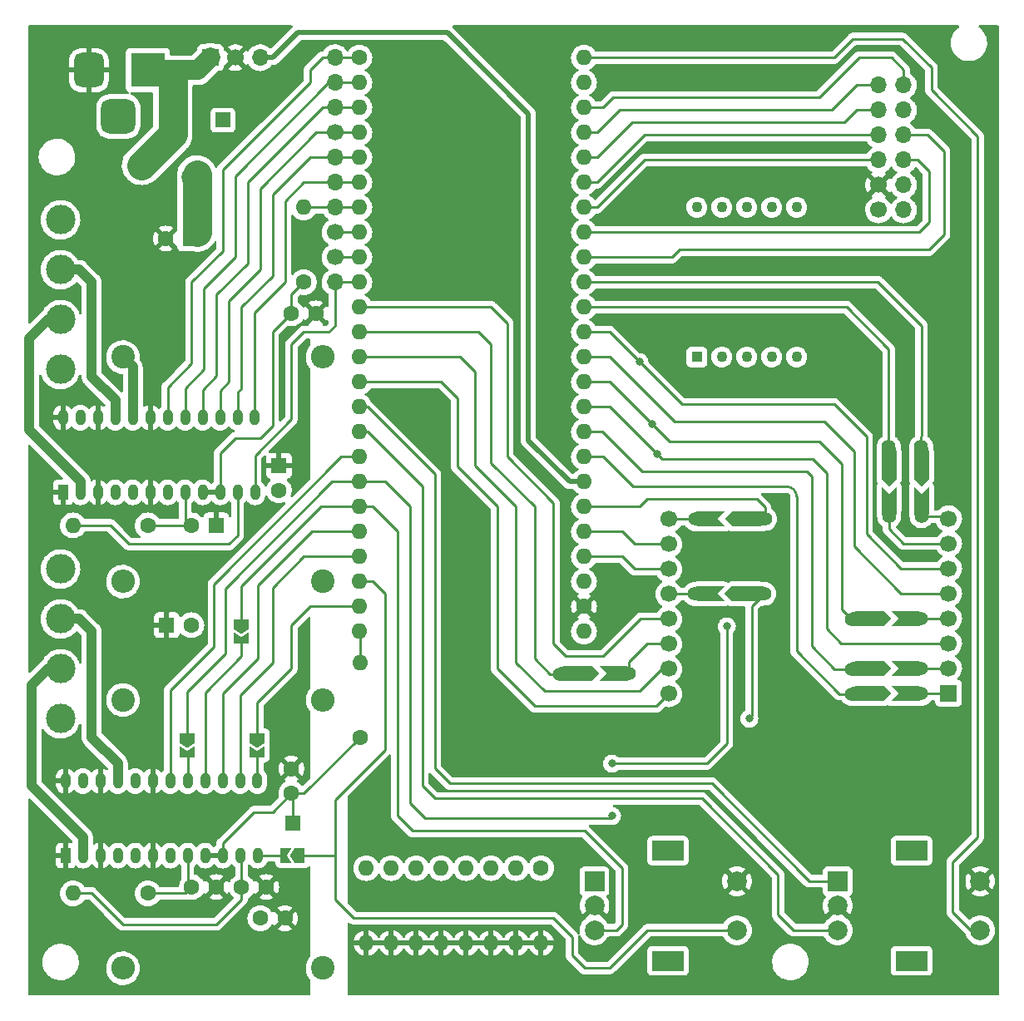
<source format=gtl>
G04 #@! TF.GenerationSoftware,KiCad,Pcbnew,(6.0.5)*
G04 #@! TF.CreationDate,2023-01-27T21:33:46+09:00*
G04 #@! TF.ProjectId,tangnano9k_motordriver,74616e67-6e61-46e6-9f39-6b5f6d6f746f,rev?*
G04 #@! TF.SameCoordinates,Original*
G04 #@! TF.FileFunction,Copper,L1,Top*
G04 #@! TF.FilePolarity,Positive*
%FSLAX46Y46*%
G04 Gerber Fmt 4.6, Leading zero omitted, Abs format (unit mm)*
G04 Created by KiCad (PCBNEW (6.0.5)) date 2023-01-27 21:33:46*
%MOMM*%
%LPD*%
G01*
G04 APERTURE LIST*
G04 Aperture macros list*
%AMRoundRect*
0 Rectangle with rounded corners*
0 $1 Rounding radius*
0 $2 $3 $4 $5 $6 $7 $8 $9 X,Y pos of 4 corners*
0 Add a 4 corners polygon primitive as box body*
4,1,4,$2,$3,$4,$5,$6,$7,$8,$9,$2,$3,0*
0 Add four circle primitives for the rounded corners*
1,1,$1+$1,$2,$3*
1,1,$1+$1,$4,$5*
1,1,$1+$1,$6,$7*
1,1,$1+$1,$8,$9*
0 Add four rect primitives between the rounded corners*
20,1,$1+$1,$2,$3,$4,$5,0*
20,1,$1+$1,$4,$5,$6,$7,0*
20,1,$1+$1,$6,$7,$8,$9,0*
20,1,$1+$1,$8,$9,$2,$3,0*%
%AMFreePoly0*
4,1,14,3.433000,0.000000,2.671000,-0.762000,0.131000,-0.762000,-0.631000,-0.723997,-0.123000,-0.281995,-0.123000,-0.150000,-0.150000,-0.150000,-0.150000,0.150000,-0.123000,0.150000,-0.123000,0.234002,-0.631000,0.676003,0.131000,0.762000,2.671000,0.762000,3.433000,0.000000,3.433000,0.000000,$1*%
%AMFreePoly1*
4,1,10,0.799000,0.700000,0.323000,0.254000,0.323000,-0.254000,0.799000,-0.700000,0.323000,-0.762000,-2.217000,-0.762000,-1.455000,0.000000,-2.217000,0.762000,0.069000,0.762000,0.799000,0.700000,0.799000,0.700000,$1*%
%AMFreePoly2*
4,1,6,1.000000,0.000000,0.500000,-0.750000,-0.500000,-0.750000,-0.500000,0.750000,0.500000,0.750000,1.000000,0.000000,1.000000,0.000000,$1*%
%AMFreePoly3*
4,1,6,0.500000,-0.750000,-0.650000,-0.750000,-0.150000,0.000000,-0.650000,0.750000,0.500000,0.750000,0.500000,-0.750000,0.500000,-0.750000,$1*%
G04 Aperture macros list end*
G04 #@! TA.AperFunction,ComponentPad*
%ADD10C,1.400000*%
G04 #@! TD*
G04 #@! TA.AperFunction,SMDPad,CuDef*
%ADD11FreePoly0,180.000000*%
G04 #@! TD*
G04 #@! TA.AperFunction,SMDPad,CuDef*
%ADD12FreePoly1,180.000000*%
G04 #@! TD*
G04 #@! TA.AperFunction,SMDPad,CuDef*
%ADD13FreePoly0,0.000000*%
G04 #@! TD*
G04 #@! TA.AperFunction,SMDPad,CuDef*
%ADD14FreePoly1,0.000000*%
G04 #@! TD*
G04 #@! TA.AperFunction,SMDPad,CuDef*
%ADD15FreePoly0,270.000000*%
G04 #@! TD*
G04 #@! TA.AperFunction,SMDPad,CuDef*
%ADD16FreePoly1,270.000000*%
G04 #@! TD*
G04 #@! TA.AperFunction,ComponentPad*
%ADD17R,1.700000X1.700000*%
G04 #@! TD*
G04 #@! TA.AperFunction,ComponentPad*
%ADD18C,1.700000*%
G04 #@! TD*
G04 #@! TA.AperFunction,ComponentPad*
%ADD19C,2.400000*%
G04 #@! TD*
G04 #@! TA.AperFunction,ComponentPad*
%ADD20O,2.400000X2.400000*%
G04 #@! TD*
G04 #@! TA.AperFunction,ComponentPad*
%ADD21C,1.600000*%
G04 #@! TD*
G04 #@! TA.AperFunction,ComponentPad*
%ADD22O,1.600000X1.600000*%
G04 #@! TD*
G04 #@! TA.AperFunction,ComponentPad*
%ADD23R,1.600000X1.600000*%
G04 #@! TD*
G04 #@! TA.AperFunction,SMDPad,CuDef*
%ADD24FreePoly2,270.000000*%
G04 #@! TD*
G04 #@! TA.AperFunction,SMDPad,CuDef*
%ADD25FreePoly3,270.000000*%
G04 #@! TD*
G04 #@! TA.AperFunction,ComponentPad*
%ADD26R,2.000000X2.000000*%
G04 #@! TD*
G04 #@! TA.AperFunction,ComponentPad*
%ADD27C,2.000000*%
G04 #@! TD*
G04 #@! TA.AperFunction,ComponentPad*
%ADD28R,3.200000X2.000000*%
G04 #@! TD*
G04 #@! TA.AperFunction,SMDPad,CuDef*
%ADD29R,1.500000X1.500000*%
G04 #@! TD*
G04 #@! TA.AperFunction,ComponentPad*
%ADD30R,1.000000X1.600000*%
G04 #@! TD*
G04 #@! TA.AperFunction,ComponentPad*
%ADD31O,1.000000X1.600000*%
G04 #@! TD*
G04 #@! TA.AperFunction,ComponentPad*
%ADD32R,1.100000X1.100000*%
G04 #@! TD*
G04 #@! TA.AperFunction,ComponentPad*
%ADD33C,1.100000*%
G04 #@! TD*
G04 #@! TA.AperFunction,ComponentPad*
%ADD34O,1.700000X1.700000*%
G04 #@! TD*
G04 #@! TA.AperFunction,ComponentPad*
%ADD35C,2.010000*%
G04 #@! TD*
G04 #@! TA.AperFunction,ComponentPad*
%ADD36R,3.500000X3.500000*%
G04 #@! TD*
G04 #@! TA.AperFunction,ComponentPad*
%ADD37RoundRect,0.750000X-0.750000X-1.000000X0.750000X-1.000000X0.750000X1.000000X-0.750000X1.000000X0*%
G04 #@! TD*
G04 #@! TA.AperFunction,ComponentPad*
%ADD38RoundRect,0.875000X-0.875000X-0.875000X0.875000X-0.875000X0.875000X0.875000X-0.875000X0.875000X0*%
G04 #@! TD*
G04 #@! TA.AperFunction,ComponentPad*
%ADD39C,3.000000*%
G04 #@! TD*
G04 #@! TA.AperFunction,ComponentPad*
%ADD40R,1.500000X1.500000*%
G04 #@! TD*
G04 #@! TA.AperFunction,SMDPad,CuDef*
%ADD41FreePoly2,180.000000*%
G04 #@! TD*
G04 #@! TA.AperFunction,SMDPad,CuDef*
%ADD42FreePoly3,180.000000*%
G04 #@! TD*
G04 #@! TA.AperFunction,ViaPad*
%ADD43C,0.800000*%
G04 #@! TD*
G04 #@! TA.AperFunction,Conductor*
%ADD44C,0.250000*%
G04 #@! TD*
G04 #@! TA.AperFunction,Conductor*
%ADD45C,0.500000*%
G04 #@! TD*
G04 #@! TA.AperFunction,Conductor*
%ADD46C,1.000000*%
G04 #@! TD*
G04 #@! TA.AperFunction,Conductor*
%ADD47C,3.000000*%
G04 #@! TD*
G04 #@! TA.AperFunction,Conductor*
%ADD48C,2.000000*%
G04 #@! TD*
G04 #@! TA.AperFunction,Conductor*
%ADD49C,1.500000*%
G04 #@! TD*
G04 APERTURE END LIST*
D10*
G04 #@! TO.P,JP16,1,A*
G04 #@! TO.N,Net-(JP16-Pad1)*
X136398000Y-105386003D03*
D11*
X135767000Y-105410000D03*
D12*
G04 #@! TO.P,JP16,2,B*
G04 #@! TO.N,Net-(JP16-Pad2)*
X130117000Y-105410000D03*
D10*
X129318000Y-105410000D03*
G04 #@! TD*
G04 #@! TO.P,JP15,1,A*
G04 #@! TO.N,Net-(JP15-Pad1)*
X136467000Y-97766003D03*
D11*
X135836000Y-97790000D03*
D12*
G04 #@! TO.P,JP15,2,B*
G04 #@! TO.N,/R1*
X130186000Y-97790000D03*
D10*
X129387000Y-97790000D03*
G04 #@! TD*
G04 #@! TO.P,JP17,1,A*
G04 #@! TO.N,Net-(JP17-Pad1)*
X115570000Y-113561997D03*
D13*
X116201000Y-113538000D03*
D14*
G04 #@! TO.P,JP17,2,B*
G04 #@! TO.N,Net-(JP17-Pad2)*
X121851000Y-113538000D03*
D10*
X122650000Y-113538000D03*
G04 #@! TD*
G04 #@! TO.P,JP14,1,A*
G04 #@! TO.N,Net-(JP14-Pad1)*
X152376003Y-90424000D03*
D15*
X152400000Y-91055000D03*
D16*
G04 #@! TO.P,JP14,2,B*
G04 #@! TO.N,Net-(JP14-Pad2)*
X152400000Y-96705000D03*
D10*
X152400000Y-97504000D03*
G04 #@! TD*
G04 #@! TO.P,JP13,1,A*
G04 #@! TO.N,Net-(JP13-Pad1)*
X149074003Y-90424000D03*
D15*
X149098000Y-91055000D03*
D16*
G04 #@! TO.P,JP13,2,B*
G04 #@! TO.N,Net-(JP13-Pad2)*
X149098000Y-96705000D03*
D10*
X149098000Y-97504000D03*
G04 #@! TD*
G04 #@! TO.P,JP12,1,A*
G04 #@! TO.N,Net-(DS1-Pad10)*
X145288000Y-107973997D03*
D13*
X145919000Y-107950000D03*
D14*
G04 #@! TO.P,JP12,2,B*
G04 #@! TO.N,Net-(JP12-Pad2)*
X151569000Y-107950000D03*
D10*
X152368000Y-107950000D03*
G04 #@! TD*
G04 #@! TO.P,JP11,1,A*
G04 #@! TO.N,Net-(JP11-Pad1)*
X145288000Y-113053997D03*
D13*
X145919000Y-113030000D03*
D14*
G04 #@! TO.P,JP11,2,B*
G04 #@! TO.N,Net-(JP11-Pad2)*
X151569000Y-113030000D03*
D10*
X152368000Y-113030000D03*
G04 #@! TD*
G04 #@! TO.P,JP10,1,A*
G04 #@! TO.N,Net-(JP10-Pad1)*
X145288000Y-115593997D03*
D13*
X145919000Y-115570000D03*
D14*
G04 #@! TO.P,JP10,2,B*
G04 #@! TO.N,Net-(JP10-Pad2)*
X151569000Y-115570000D03*
D10*
X152368000Y-115570000D03*
G04 #@! TD*
D17*
G04 #@! TO.P,U5,1,R5*
G04 #@! TO.N,Net-(JP10-Pad2)*
X155150000Y-115510000D03*
D18*
G04 #@! TO.P,U5,2,R7*
G04 #@! TO.N,Net-(JP11-Pad2)*
X155170000Y-112970000D03*
G04 #@! TO.P,U5,3,C2*
G04 #@! TO.N,Net-(DS1-Pad9)*
X155170000Y-110430000D03*
G04 #@! TO.P,U5,4,C3*
G04 #@! TO.N,Net-(JP12-Pad2)*
X155170000Y-107890000D03*
G04 #@! TO.P,U5,5,R8*
G04 #@! TO.N,Net-(U4-Pad36)*
X155170000Y-105350000D03*
G04 #@! TO.P,U5,6,C5*
G04 #@! TO.N,Net-(DS1-Pad7)*
X155170000Y-102810000D03*
G04 #@! TO.P,U5,7,R6*
G04 #@! TO.N,Net-(JP13-Pad2)*
X155170000Y-100270000D03*
G04 #@! TO.P,U5,8,R3*
G04 #@! TO.N,Net-(JP14-Pad2)*
X155170000Y-97730000D03*
G04 #@! TO.P,U5,9,R1*
G04 #@! TO.N,/R1*
X126690000Y-97790000D03*
G04 #@! TO.P,U5,10,C4*
G04 #@! TO.N,Net-(DS1-Pad1)*
X126690000Y-100330000D03*
G04 #@! TO.P,U5,11,C6*
G04 #@! TO.N,Net-(DS1-Pad2)*
X126690000Y-102870000D03*
G04 #@! TO.P,U5,12,R4*
G04 #@! TO.N,Net-(JP16-Pad2)*
X126690000Y-105410000D03*
G04 #@! TO.P,U5,13,C1*
G04 #@! TO.N,Net-(DS1-Pad4)*
X126690000Y-107950000D03*
G04 #@! TO.P,U5,14,R2*
G04 #@! TO.N,Net-(JP17-Pad2)*
X126690000Y-110490000D03*
G04 #@! TO.P,U5,15,C7*
G04 #@! TO.N,Net-(DS1-Pad5)*
X126690000Y-113030000D03*
G04 #@! TO.P,U5,16,C8*
G04 #@! TO.N,Net-(DS1-Pad6)*
X126690000Y-115570000D03*
G04 #@! TD*
D19*
G04 #@! TO.P,R3,1*
G04 #@! TO.N,/VM*
X91440000Y-104140000D03*
D20*
G04 #@! TO.P,R3,2*
G04 #@! TO.N,Net-(R3-Pad2)*
X71120000Y-104140000D03*
G04 #@! TD*
D19*
G04 #@! TO.P,R8,1*
G04 #@! TO.N,Net-(R8-Pad1)*
X71120000Y-81280000D03*
D20*
G04 #@! TO.P,R8,2*
G04 #@! TO.N,/VM*
X91440000Y-81280000D03*
G04 #@! TD*
D21*
G04 #@! TO.P,R1,1*
G04 #@! TO.N,/VCC_1*
X73660000Y-98425000D03*
D22*
G04 #@! TO.P,R1,2*
G04 #@! TO.N,Net-(C6-Pad1)*
X66040000Y-98425000D03*
G04 #@! TD*
D21*
G04 #@! TO.P,C8,1*
G04 #@! TO.N,/VREF_1*
X88265000Y-76835000D03*
G04 #@! TO.P,C8,2*
G04 #@! TO.N,GND*
X90765000Y-76835000D03*
G04 #@! TD*
G04 #@! TO.P,R5,1*
G04 #@! TO.N,/VREF_1*
X89535000Y-73660000D03*
D22*
G04 #@! TO.P,R5,2*
G04 #@! TO.N,/VREF_PWM_1*
X89535000Y-66040000D03*
G04 #@! TD*
D21*
G04 #@! TO.P,C6,1*
G04 #@! TO.N,Net-(C6-Pad1)*
X86995000Y-94837500D03*
D23*
G04 #@! TO.P,C6,2*
G04 #@! TO.N,GND*
X86995000Y-92337500D03*
G04 #@! TD*
D21*
G04 #@! TO.P,C9,1*
G04 #@! TO.N,/VREF_2*
X88265000Y-125710000D03*
G04 #@! TO.P,C9,2*
G04 #@! TO.N,GND*
X88265000Y-123210000D03*
G04 #@! TD*
G04 #@! TO.P,C1,1*
G04 #@! TO.N,/VM*
X85110000Y-138430000D03*
G04 #@! TO.P,C1,2*
G04 #@! TO.N,GND*
X87610000Y-138430000D03*
G04 #@! TD*
D24*
G04 #@! TO.P,JP5,1,A*
G04 #@! TO.N,Net-(JP5-Pad1)*
X77638122Y-120087889D03*
D25*
G04 #@! TO.P,JP5,2,B*
G04 #@! TO.N,/INB2_2*
X77638122Y-121537889D03*
G04 #@! TD*
D23*
G04 #@! TO.P,C2,1*
G04 #@! TO.N,/VM*
X77987651Y-69215000D03*
D21*
G04 #@! TO.P,C2,2*
G04 #@! TO.N,GND*
X75487651Y-69215000D03*
G04 #@! TD*
D26*
G04 #@! TO.P,Rotary_SW1,A,A*
G04 #@! TO.N,/A_1*
X119115000Y-134660000D03*
D27*
G04 #@! TO.P,Rotary_SW1,B,B*
G04 #@! TO.N,/B_1*
X119115000Y-139660000D03*
G04 #@! TO.P,Rotary_SW1,C,C*
G04 #@! TO.N,GND*
X119115000Y-137160000D03*
D28*
G04 #@! TO.P,Rotary_SW1,MP*
G04 #@! TO.N,N/C*
X126615000Y-142760000D03*
X126615000Y-131560000D03*
D27*
G04 #@! TO.P,Rotary_SW1,S1,S1*
G04 #@! TO.N,Net-(JP8-Pad1)*
X133615000Y-139660000D03*
G04 #@! TO.P,Rotary_SW1,S2,S2*
G04 #@! TO.N,GND*
X133615000Y-134660000D03*
G04 #@! TD*
D21*
G04 #@! TO.P,R6,1*
G04 #@! TO.N,/VREF_2*
X95250000Y-120015000D03*
D22*
G04 #@! TO.P,R6,2*
G04 #@! TO.N,Net-(R6-Pad2)*
X95250000Y-112395000D03*
G04 #@! TD*
D24*
G04 #@! TO.P,JP7,1,A*
G04 #@! TO.N,/A_1*
X84791886Y-120087889D03*
D25*
G04 #@! TO.P,JP7,2,B*
G04 #@! TO.N,/INA2_2*
X84791886Y-121537889D03*
G04 #@! TD*
D29*
G04 #@! TO.P,TP2,1,1*
G04 #@! TO.N,/VREF_2*
X88392000Y-128778000D03*
G04 #@! TD*
D30*
G04 #@! TO.P,U2,1,GND*
G04 #@! TO.N,GND*
X65024000Y-95046851D03*
D31*
G04 #@! TO.P,U2,2,OUTB-*
G04 #@! TO.N,Net-(J2-Pad3)*
X66802000Y-95046851D03*
G04 #@! TO.P,U2,3,GND*
G04 #@! TO.N,GND*
X68580000Y-95046851D03*
G04 #@! TO.P,U2,4,OUTB+*
G04 #@! TO.N,Net-(J2-Pad4)*
X70358000Y-95046851D03*
G04 #@! TO.P,U2,5,RSB*
G04 #@! TO.N,Net-(R3-Pad2)*
X72136000Y-95046851D03*
G04 #@! TO.P,U2,6,GND*
G04 #@! TO.N,GND*
X73914000Y-95046851D03*
G04 #@! TO.P,U2,7,VM*
G04 #@! TO.N,/VM*
X75692000Y-95046851D03*
G04 #@! TO.P,U2,8,VCC*
G04 #@! TO.N,/VCC_1*
X77470000Y-95046851D03*
G04 #@! TO.P,U2,9,VREFB*
G04 #@! TO.N,/VREF_1*
X79248000Y-95046851D03*
G04 #@! TO.P,U2,10,VREFA*
X81026000Y-95046851D03*
G04 #@! TO.P,U2,11,OSCM*
G04 #@! TO.N,Net-(C6-Pad1)*
X82804000Y-95046851D03*
G04 #@! TO.P,U2,12,INA1*
G04 #@! TO.N,/INA1*
X84582000Y-95046851D03*
G04 #@! TO.P,U2,13,INA2*
G04 #@! TO.N,/INA2*
X84532000Y-87446851D03*
G04 #@! TO.P,U2,14,PHASEA*
G04 #@! TO.N,/PHASEA_1*
X82792000Y-87446851D03*
G04 #@! TO.P,U2,15,PHASEB*
G04 #@! TO.N,/PHASEB_1*
X81014000Y-87446851D03*
G04 #@! TO.P,U2,16,INB1*
G04 #@! TO.N,/INB1*
X79236000Y-87446851D03*
G04 #@! TO.P,U2,17,INB2*
G04 #@! TO.N,/INB2*
X77458000Y-87446851D03*
G04 #@! TO.P,U2,18,STANDBY*
G04 #@! TO.N,/STANBY_1*
X75680000Y-87446851D03*
G04 #@! TO.P,U2,19,GND*
G04 #@! TO.N,GND*
X73902000Y-87446851D03*
G04 #@! TO.P,U2,20,RSA*
G04 #@! TO.N,Net-(R8-Pad1)*
X72124000Y-87446851D03*
G04 #@! TO.P,U2,21,OUTA+*
G04 #@! TO.N,Net-(J2-Pad2)*
X70346000Y-87446851D03*
G04 #@! TO.P,U2,22,GND*
G04 #@! TO.N,GND*
X68568000Y-87446851D03*
G04 #@! TO.P,U2,23,OUTA-*
G04 #@! TO.N,Net-(J2-Pad1)*
X66790000Y-87446851D03*
G04 #@! TO.P,U2,24,GND*
G04 #@! TO.N,GND*
X65012000Y-87446851D03*
G04 #@! TD*
D32*
G04 #@! TO.P,DS1,1,C_E*
G04 #@! TO.N,Net-(DS1-Pad1)*
X129540000Y-81280000D03*
D33*
G04 #@! TO.P,DS1,2,C_D*
G04 #@! TO.N,Net-(DS1-Pad2)*
X132080000Y-81280000D03*
G04 #@! TO.P,DS1,3,C_ANODE_1*
G04 #@! TO.N,/R9*
X134620000Y-81280000D03*
G04 #@! TO.P,DS1,4,C_C*
G04 #@! TO.N,Net-(DS1-Pad4)*
X137160000Y-81280000D03*
G04 #@! TO.P,DS1,5,C_DP*
G04 #@! TO.N,Net-(DS1-Pad5)*
X139700000Y-81280000D03*
G04 #@! TO.P,DS1,6,C_B*
G04 #@! TO.N,Net-(DS1-Pad6)*
X139700000Y-66040000D03*
G04 #@! TO.P,DS1,7,C_A*
G04 #@! TO.N,Net-(DS1-Pad7)*
X137160000Y-66040000D03*
G04 #@! TO.P,DS1,8,C_ANODE_2*
G04 #@! TO.N,/R9*
X134620000Y-66040000D03*
G04 #@! TO.P,DS1,9,C_F*
G04 #@! TO.N,Net-(DS1-Pad9)*
X132080000Y-66040000D03*
G04 #@! TO.P,DS1,10,C_G*
G04 #@! TO.N,Net-(DS1-Pad10)*
X129540000Y-66040000D03*
G04 #@! TD*
D21*
G04 #@! TO.P,C7,1*
G04 #@! TO.N,Net-(C7-Pad1)*
X83205000Y-135255000D03*
G04 #@! TO.P,C7,2*
G04 #@! TO.N,GND*
X85705000Y-135255000D03*
G04 #@! TD*
D17*
G04 #@! TO.P,U1,1,VIN*
G04 #@! TO.N,Net-(F1-Pad1)*
X80025000Y-50800000D03*
D18*
G04 #@! TO.P,U1,2,GND*
G04 #@! TO.N,GND*
X82565000Y-50800000D03*
D34*
G04 #@! TO.P,U1,3,VOUT*
G04 #@! TO.N,+5V*
X85105000Y-50800000D03*
G04 #@! TD*
D19*
G04 #@! TO.P,R4,1*
G04 #@! TO.N,/VM*
X91440000Y-143510000D03*
D20*
G04 #@! TO.P,R4,2*
G04 #@! TO.N,Net-(R4-Pad2)*
X71120000Y-143510000D03*
G04 #@! TD*
D30*
G04 #@! TO.P,U3,1,GND*
G04 #@! TO.N,GND*
X65287702Y-132045000D03*
D31*
G04 #@! TO.P,U3,2,OUTB-*
G04 #@! TO.N,Net-(J3-Pad3)*
X67065702Y-132045000D03*
G04 #@! TO.P,U3,3,GND*
G04 #@! TO.N,GND*
X68843702Y-132045000D03*
G04 #@! TO.P,U3,4,OUTB+*
G04 #@! TO.N,Net-(J3-Pad4)*
X70621702Y-132045000D03*
G04 #@! TO.P,U3,5,RSB*
G04 #@! TO.N,Net-(R4-Pad2)*
X72399702Y-132045000D03*
G04 #@! TO.P,U3,6,GND*
G04 #@! TO.N,GND*
X74177702Y-132045000D03*
G04 #@! TO.P,U3,7,VM*
G04 #@! TO.N,/VM*
X75955702Y-132045000D03*
G04 #@! TO.P,U3,8,VCC*
G04 #@! TO.N,/VCC_2*
X77733702Y-132045000D03*
G04 #@! TO.P,U3,9,VREFB*
G04 #@! TO.N,/VREF_2*
X79511702Y-132045000D03*
G04 #@! TO.P,U3,10,VREFA*
X81289702Y-132045000D03*
G04 #@! TO.P,U3,11,OSCM*
G04 #@! TO.N,Net-(C7-Pad1)*
X83067702Y-132045000D03*
G04 #@! TO.P,U3,12,INA1*
G04 #@! TO.N,/INA1_2*
X84845702Y-132045000D03*
G04 #@! TO.P,U3,13,INA2*
G04 #@! TO.N,/INA2_2*
X84795702Y-124445000D03*
G04 #@! TO.P,U3,14,PHASEA*
G04 #@! TO.N,/PHASEA_2*
X83055702Y-124445000D03*
G04 #@! TO.P,U3,15,PHASEB*
G04 #@! TO.N,/PHASEB_2*
X81277702Y-124445000D03*
G04 #@! TO.P,U3,16,INB1*
G04 #@! TO.N,/INB1_2*
X79499702Y-124445000D03*
G04 #@! TO.P,U3,17,INB2*
G04 #@! TO.N,/INB2_2*
X77721702Y-124445000D03*
G04 #@! TO.P,U3,18,STANDBY*
G04 #@! TO.N,/STANBY_2*
X75943702Y-124445000D03*
G04 #@! TO.P,U3,19,GND*
G04 #@! TO.N,GND*
X74165702Y-124445000D03*
G04 #@! TO.P,U3,20,RSA*
G04 #@! TO.N,Net-(R7-Pad1)*
X72387702Y-124445000D03*
G04 #@! TO.P,U3,21,OUTA+*
G04 #@! TO.N,Net-(J3-Pad2)*
X70609702Y-124445000D03*
G04 #@! TO.P,U3,22,GND*
G04 #@! TO.N,GND*
X68831702Y-124445000D03*
G04 #@! TO.P,U3,23,OUTA-*
G04 #@! TO.N,Net-(J3-Pad1)*
X67053702Y-124445000D03*
G04 #@! TO.P,U3,24,GND*
G04 #@! TO.N,GND*
X65275702Y-124445000D03*
G04 #@! TD*
D21*
G04 #@! TO.P,C5,1*
G04 #@! TO.N,/VCC_2*
X78125000Y-135255000D03*
G04 #@! TO.P,C5,2*
G04 #@! TO.N,GND*
X80625000Y-135255000D03*
G04 #@! TD*
D35*
G04 #@! TO.P,F1,1*
G04 #@! TO.N,Net-(F1-Pad1)*
X73025000Y-61755426D03*
G04 #@! TO.P,F1,2*
G04 #@! TO.N,/VM*
X78125000Y-62955426D03*
G04 #@! TD*
D36*
G04 #@! TO.P,J1,1*
G04 #@! TO.N,Net-(F1-Pad1)*
X73660000Y-52070000D03*
D37*
G04 #@! TO.P,J1,2*
G04 #@! TO.N,GND*
X67660000Y-52070000D03*
D38*
G04 #@! TO.P,J1,3*
G04 #@! TO.N,N/C*
X70660000Y-56770000D03*
G04 #@! TD*
D21*
G04 #@! TO.P,U4,1,PIN38_IOB31B_TF_CS*
G04 #@! TO.N,/STANBY_1*
X95187500Y-50800000D03*
D22*
G04 #@! TO.P,U4,2,PIN37_IOB31A_TF_MOSI*
G04 #@! TO.N,/INB2*
X95187500Y-53340000D03*
G04 #@! TO.P,U4,3,PIN36_IOB29B_TF_SCLK*
G04 #@! TO.N,/INB1*
X95187500Y-55880000D03*
G04 #@! TO.P,U4,4,PIN39_IOB33A_TF_MISO*
G04 #@! TO.N,/PHASEB_1*
X95187500Y-58420000D03*
G04 #@! TO.P,U4,5,PIN25_IOB8A*
G04 #@! TO.N,/PHASEA_1*
X95187500Y-60960000D03*
G04 #@! TO.P,U4,6,PIN26_IOB8B*
G04 #@! TO.N,/INA2*
X95187500Y-63500000D03*
G04 #@! TO.P,U4,7,PIN27_IOB11A*
G04 #@! TO.N,/VREF_PWM_1*
X95187500Y-66040000D03*
G04 #@! TO.P,U4,8,PIN28_IOB11B*
G04 #@! TO.N,/Reserve_a*
X95187500Y-68580000D03*
G04 #@! TO.P,U4,9,PIN29_IOB13A*
G04 #@! TO.N,/Reserve_b*
X95187500Y-71120000D03*
G04 #@! TO.P,U4,10,PIN30_IOB13B*
G04 #@! TO.N,/INA1*
X95187500Y-73660000D03*
G04 #@! TO.P,U4,11,PIN33_IOB23A_RGB_DE*
G04 #@! TO.N,Net-(DS1-Pad4)*
X95187500Y-76200000D03*
G04 #@! TO.P,U4,12,PIN34_IOB23B_RGB_VS*
G04 #@! TO.N,Net-(JP17-Pad1)*
X95187500Y-78740000D03*
G04 #@! TO.P,U4,13,PIN40_IOB33B_RGB_HS*
G04 #@! TO.N,Net-(DS1-Pad5)*
X95187500Y-81280000D03*
G04 #@! TO.P,U4,14,PIN35_IOB29A_RGB_CK*
G04 #@! TO.N,Net-(DS1-Pad6)*
X95187500Y-83820000D03*
G04 #@! TO.P,U4,15,PIN41_IOB41A_RGB_B7*
G04 #@! TO.N,Net-(Rotary_SW2-PadA)*
X95187500Y-86360000D03*
G04 #@! TO.P,U4,16,PIN42_IOB41B_RGB_B6*
G04 #@! TO.N,Net-(Rotary_SW2-PadB)*
X95187500Y-88900000D03*
G04 #@! TO.P,U4,17,PIN51_IOR17B_RGB_B5*
G04 #@! TO.N,/STANBY_2*
X95187500Y-91440000D03*
G04 #@! TO.P,U4,18,PIN53_IOR15B_RGB_B4*
G04 #@! TO.N,Net-(JP5-Pad1)*
X95187500Y-93980000D03*
G04 #@! TO.P,U4,19,PIN54_IOR15A_RGB_B3*
G04 #@! TO.N,/B_1*
X95187500Y-96520000D03*
G04 #@! TO.P,U4,20,PIN55_IOR14B_RGB_G7*
G04 #@! TO.N,/PHASEB_2*
X95187500Y-99060000D03*
G04 #@! TO.P,U4,21,PIN56_IOR14A_RGB_G6*
G04 #@! TO.N,/PHASEA_2*
X95187500Y-101600000D03*
G04 #@! TO.P,U4,22,PIN57_IOR13A_RGB_G5*
G04 #@! TO.N,Net-(JP8-Pad1)*
X95187500Y-104140000D03*
G04 #@! TO.P,U4,23,HDMI_CK_N*
G04 #@! TO.N,/A_1*
X95187500Y-106680000D03*
G04 #@! TO.P,U4,24,HDMI_CK_P*
G04 #@! TO.N,Net-(R6-Pad2)*
X95187500Y-109220000D03*
G04 #@! TO.P,U4,25,+3V3*
G04 #@! TO.N,+3.3V*
X118047500Y-109220000D03*
D21*
G04 #@! TO.P,U4,26,GND*
G04 #@! TO.N,GND*
X118047500Y-106680000D03*
D22*
G04 #@! TO.P,U4,27,PIN32_IOB15B_RGBINIT*
G04 #@! TO.N,Net-(JP16-Pad1)*
X118047500Y-104140000D03*
G04 #@! TO.P,U4,28,PIN31_IOB15A_RGBINIT*
G04 #@! TO.N,Net-(DS1-Pad2)*
X118047500Y-101600000D03*
G04 #@! TO.P,U4,29,PIN49_IOR24A_SPILCD_RS*
G04 #@! TO.N,Net-(DS1-Pad1)*
X118047500Y-99060000D03*
G04 #@! TO.P,U4,30,PIN48_IOR24B_SPILCD_CS*
G04 #@! TO.N,Net-(JP15-Pad1)*
X118047500Y-96520000D03*
G04 #@! TO.P,U4,31,+5V*
G04 #@! TO.N,+5V*
X118047500Y-93980000D03*
G04 #@! TO.P,U4,32,HDMI_D0_N*
G04 #@! TO.N,Net-(JP10-Pad1)*
X118047500Y-91440000D03*
G04 #@! TO.P,U4,33,HDMI_D0_P*
G04 #@! TO.N,Net-(JP11-Pad1)*
X118047500Y-88900000D03*
G04 #@! TO.P,U4,34,HDMI_D1_N*
G04 #@! TO.N,Net-(DS1-Pad9)*
X118047500Y-86360000D03*
G04 #@! TO.P,U4,35,HDMI_D1_P*
G04 #@! TO.N,Net-(DS1-Pad10)*
X118047500Y-83820000D03*
G04 #@! TO.P,U4,36,HDMI_D2_N*
G04 #@! TO.N,Net-(U4-Pad36)*
X118047500Y-81280000D03*
G04 #@! TO.P,U4,37,HDMI_D2_P*
G04 #@! TO.N,Net-(DS1-Pad7)*
X118047500Y-78740000D03*
G04 #@! TO.P,U4,38,PIN76_IOT37B_SPILCD_MCLK*
G04 #@! TO.N,Net-(JP13-Pad1)*
X118047500Y-76200000D03*
G04 #@! TO.P,U4,39,PIN77_IOT37A_SPILCD_MO*
G04 #@! TO.N,Net-(JP14-Pad1)*
X118047500Y-73660000D03*
G04 #@! TO.P,U4,40,PIN79_IOT12B_1V8*
G04 #@! TO.N,Net-(J4-Pad8)*
X118047500Y-71120000D03*
G04 #@! TO.P,U4,41,PIN80_IOT12A_1V8*
G04 #@! TO.N,Net-(J4-Pad6)*
X118047500Y-68580000D03*
G04 #@! TO.P,U4,42,PIN81_IOT11B_1V8*
G04 #@! TO.N,Net-(J4-Pad5)*
X118047500Y-66040000D03*
G04 #@! TO.P,U4,43,PIN82_IOT11A_1V8*
G04 #@! TO.N,Net-(J4-Pad7)*
X118047500Y-63500000D03*
G04 #@! TO.P,U4,44,PIN83_IOT10B_1V8*
G04 #@! TO.N,Net-(J4-Pad9)*
X118047500Y-60960000D03*
G04 #@! TO.P,U4,45,PIN84_IOT10A_1V8*
G04 #@! TO.N,Net-(J4-Pad11)*
X118047500Y-58420000D03*
G04 #@! TO.P,U4,46,PIN85_IOT8B_1V8*
G04 #@! TO.N,Net-(J4-Pad12)*
X118047500Y-55880000D03*
G04 #@! TO.P,U4,47,PIN86_IOT8A_BL_PWM_1V8*
G04 #@! TO.N,Net-(J4-Pad10)*
X118047500Y-53340000D03*
G04 #@! TO.P,U4,48,PIN63_IOR5A_RGBINIT*
G04 #@! TO.N,Net-(Rotary_SW2-PadS1)*
X118047500Y-50800000D03*
G04 #@! TD*
D21*
G04 #@! TO.P,C3,1*
G04 #@! TO.N,/VM*
X78085000Y-108585000D03*
D23*
G04 #@! TO.P,C3,2*
G04 #@! TO.N,GND*
X75585000Y-108585000D03*
G04 #@! TD*
D18*
G04 #@! TO.P,Pin2,1*
G04 #@! TO.N,/Reserve_a*
X92710000Y-68570000D03*
D34*
G04 #@! TO.P,Pin2,2*
G04 #@! TO.N,/VREF_PWM_1*
X92710000Y-66030000D03*
G04 #@! TO.P,Pin2,3*
G04 #@! TO.N,/INA2*
X92710000Y-63490000D03*
G04 #@! TO.P,Pin2,4*
G04 #@! TO.N,/PHASEA_1*
X92710000Y-60950000D03*
G04 #@! TD*
D21*
G04 #@! TO.P,R2,1*
G04 #@! TO.N,/VCC_2*
X73660000Y-135890000D03*
D22*
G04 #@! TO.P,R2,2*
G04 #@! TO.N,Net-(C7-Pad1)*
X66040000Y-135890000D03*
G04 #@! TD*
D18*
G04 #@! TO.P,Pin3,1*
G04 #@! TO.N,/Reserve_b*
X92710000Y-71120000D03*
D34*
G04 #@! TO.P,Pin3,2*
G04 #@! TO.N,/INA1*
X92710000Y-73660000D03*
G04 #@! TD*
D39*
G04 #@! TO.P,J3,1,Pin_1*
G04 #@! TO.N,Net-(J3-Pad1)*
X64770000Y-102870000D03*
G04 #@! TO.P,J3,2,Pin_2*
G04 #@! TO.N,Net-(J3-Pad2)*
X64770000Y-107950000D03*
G04 #@! TO.P,J3,3,Pin_3*
G04 #@! TO.N,Net-(J3-Pad3)*
X64770000Y-113030000D03*
G04 #@! TO.P,J3,4,Pin_4*
G04 #@! TO.N,Net-(J3-Pad4)*
X64770000Y-118110000D03*
G04 #@! TD*
D18*
G04 #@! TO.P,Pin1,1*
G04 #@! TO.N,/PHASEB_1*
X92710000Y-58410000D03*
D34*
G04 #@! TO.P,Pin1,2*
G04 #@! TO.N,/INB1*
X92710000Y-55870000D03*
G04 #@! TO.P,Pin1,3*
G04 #@! TO.N,/INB2*
X92710000Y-53330000D03*
G04 #@! TO.P,Pin1,4*
G04 #@! TO.N,/STANBY_1*
X92710000Y-50790000D03*
G04 #@! TD*
D24*
G04 #@! TO.P,JP6,1,A*
G04 #@! TO.N,/B_1*
X83185000Y-108495000D03*
D25*
G04 #@! TO.P,JP6,2,B*
G04 #@! TO.N,/INB1_2*
X83185000Y-109945000D03*
G04 #@! TD*
D18*
G04 #@! TO.P,J4,1,1*
G04 #@! TO.N,+3.3V*
X148045000Y-66294000D03*
D34*
G04 #@! TO.P,J4,2,7*
G04 #@! TO.N,unconnected-(J4-Pad2)*
X150585000Y-66294000D03*
D18*
G04 #@! TO.P,J4,3,2*
G04 #@! TO.N,GND*
X148045000Y-63754000D03*
D34*
G04 #@! TO.P,J4,4,8*
G04 #@! TO.N,unconnected-(J4-Pad4)*
X150585000Y-63754000D03*
G04 #@! TO.P,J4,5,3*
G04 #@! TO.N,Net-(J4-Pad5)*
X148045000Y-61214000D03*
G04 #@! TO.P,J4,6,9*
G04 #@! TO.N,Net-(J4-Pad6)*
X150585000Y-61214000D03*
G04 #@! TO.P,J4,7,4*
G04 #@! TO.N,Net-(J4-Pad7)*
X148045000Y-58674000D03*
G04 #@! TO.P,J4,8,10*
G04 #@! TO.N,Net-(J4-Pad8)*
X150585000Y-58674000D03*
G04 #@! TO.P,J4,9,5*
G04 #@! TO.N,Net-(J4-Pad9)*
X148045000Y-56134000D03*
G04 #@! TO.P,J4,10,11*
G04 #@! TO.N,Net-(J4-Pad10)*
X150585000Y-56134000D03*
G04 #@! TO.P,J4,11,6*
G04 #@! TO.N,Net-(J4-Pad11)*
X148045000Y-53594000D03*
G04 #@! TO.P,J4,12,12*
G04 #@! TO.N,Net-(J4-Pad12)*
X150585000Y-53594000D03*
G04 #@! TD*
D39*
G04 #@! TO.P,J2,1,Pin_1*
G04 #@! TO.N,Net-(J2-Pad1)*
X64770000Y-67310000D03*
G04 #@! TO.P,J2,2,Pin_2*
G04 #@! TO.N,Net-(J2-Pad2)*
X64770000Y-72390000D03*
G04 #@! TO.P,J2,3,Pin_3*
G04 #@! TO.N,Net-(J2-Pad3)*
X64770000Y-77470000D03*
G04 #@! TO.P,J2,4,Pin_4*
G04 #@! TO.N,Net-(J2-Pad4)*
X64770000Y-82550000D03*
G04 #@! TD*
D40*
G04 #@! TO.P,TP1,1,1*
G04 #@! TO.N,/VREF_1*
X81280000Y-57150000D03*
G04 #@! TD*
D21*
G04 #@! TO.P,C4,1*
G04 #@! TO.N,/VCC_1*
X78125000Y-98425000D03*
D23*
G04 #@! TO.P,C4,2*
G04 #@! TO.N,GND*
X80625000Y-98425000D03*
G04 #@! TD*
D26*
G04 #@! TO.P,Rotary_SW2,A,A*
G04 #@! TO.N,Net-(Rotary_SW2-PadA)*
X143880000Y-134660000D03*
D27*
G04 #@! TO.P,Rotary_SW2,B,B*
G04 #@! TO.N,Net-(Rotary_SW2-PadB)*
X143880000Y-139660000D03*
G04 #@! TO.P,Rotary_SW2,C,C*
G04 #@! TO.N,GND*
X143880000Y-137160000D03*
D28*
G04 #@! TO.P,Rotary_SW2,MP*
G04 #@! TO.N,N/C*
X151380000Y-131560000D03*
X151380000Y-142760000D03*
D27*
G04 #@! TO.P,Rotary_SW2,S1,S1*
G04 #@! TO.N,Net-(Rotary_SW2-PadS1)*
X158380000Y-139660000D03*
G04 #@! TO.P,Rotary_SW2,S2,S2*
G04 #@! TO.N,GND*
X158380000Y-134660000D03*
G04 #@! TD*
D21*
G04 #@! TO.P,SW1,1*
G04 #@! TO.N,Net-(J4-Pad8)*
X113675000Y-133329796D03*
D22*
G04 #@! TO.P,SW1,2*
G04 #@! TO.N,Net-(J4-Pad6)*
X111135000Y-133329796D03*
G04 #@! TO.P,SW1,3*
G04 #@! TO.N,Net-(J4-Pad5)*
X108595000Y-133329796D03*
G04 #@! TO.P,SW1,4*
G04 #@! TO.N,Net-(J4-Pad7)*
X106055000Y-133329796D03*
G04 #@! TO.P,SW1,5*
G04 #@! TO.N,Net-(J4-Pad9)*
X103515000Y-133329796D03*
G04 #@! TO.P,SW1,6*
G04 #@! TO.N,Net-(J4-Pad11)*
X100975000Y-133329796D03*
G04 #@! TO.P,SW1,7*
G04 #@! TO.N,Net-(J4-Pad12)*
X98435000Y-133329796D03*
G04 #@! TO.P,SW1,8*
G04 #@! TO.N,Net-(J4-Pad10)*
X95895000Y-133329796D03*
G04 #@! TO.P,SW1,9*
G04 #@! TO.N,GND*
X95895000Y-140949796D03*
G04 #@! TO.P,SW1,10*
X98435000Y-140949796D03*
G04 #@! TO.P,SW1,11*
X100975000Y-140949796D03*
G04 #@! TO.P,SW1,12*
X103515000Y-140949796D03*
G04 #@! TO.P,SW1,13*
X106055000Y-140949796D03*
G04 #@! TO.P,SW1,14*
X108595000Y-140949796D03*
G04 #@! TO.P,SW1,15*
X111135000Y-140949796D03*
G04 #@! TO.P,SW1,16*
X113675000Y-140949796D03*
G04 #@! TD*
D41*
G04 #@! TO.P,JP8,1,A*
G04 #@! TO.N,Net-(JP8-Pad1)*
X89117000Y-132080000D03*
D42*
G04 #@! TO.P,JP8,2,B*
G04 #@! TO.N,/INA1_2*
X87667000Y-132080000D03*
G04 #@! TD*
D19*
G04 #@! TO.P,R7,1*
G04 #@! TO.N,Net-(R7-Pad1)*
X71120000Y-116205000D03*
D20*
G04 #@! TO.P,R7,2*
G04 #@! TO.N,/VM*
X91440000Y-116205000D03*
G04 #@! TD*
D43*
G04 #@! TO.N,GND*
X139192000Y-115316000D03*
X150622000Y-88392000D03*
X133858000Y-101854000D03*
X138176000Y-95758000D03*
X137160000Y-108712000D03*
X155702000Y-88392000D03*
X121412000Y-66548000D03*
X123952000Y-104648000D03*
G04 #@! TO.N,Net-(JP16-Pad1)*
X134874000Y-118110000D03*
G04 #@! TO.N,GND*
X139192000Y-127000000D03*
X149352000Y-127000000D03*
G04 #@! TO.N,Net-(JP5-Pad1)*
X132588000Y-108712000D03*
G04 #@! TO.N,GND*
X125222000Y-52070000D03*
X141224000Y-52578000D03*
X115570000Y-48895000D03*
X94742000Y-127000000D03*
X79375000Y-102235000D03*
X138430000Y-72009000D03*
X115316000Y-82550000D03*
X125222000Y-48895000D03*
X106680000Y-57150000D03*
X107315000Y-62865000D03*
X98044000Y-85598000D03*
X149352000Y-120650000D03*
X129032000Y-120650000D03*
X138430000Y-74930000D03*
X147320000Y-72009000D03*
X125222000Y-59944000D03*
X75565000Y-81280000D03*
X158750000Y-54610000D03*
X139192000Y-120650000D03*
X132080000Y-48895000D03*
X109855000Y-120650000D03*
X137668000Y-52578000D03*
X132080000Y-52070000D03*
X106680000Y-54610000D03*
X112395000Y-120650000D03*
X103124000Y-50546000D03*
X130810000Y-72009000D03*
X156210000Y-72009000D03*
X114300000Y-69850000D03*
X88265000Y-116205000D03*
X106680000Y-59690000D03*
X138430000Y-78105000D03*
X100838000Y-53086000D03*
X156210000Y-61214000D03*
X111125000Y-50165000D03*
X110490000Y-67945000D03*
X109220000Y-65405000D03*
X132080000Y-59944000D03*
X117856000Y-120650000D03*
G04 #@! TO.N,Net-(DS1-Pad7)*
X123698000Y-81788000D03*
G04 #@! TO.N,Net-(DS1-Pad9)*
X125476000Y-91186000D03*
G04 #@! TO.N,Net-(DS1-Pad10)*
X124968000Y-88138000D03*
G04 #@! TO.N,Net-(JP5-Pad1)*
X120904000Y-122682000D03*
X120904000Y-128016000D03*
G04 #@! TD*
D44*
G04 #@! TO.N,Net-(JP10-Pad1)*
X138700000Y-94488000D02*
G75*
G02*
X139700000Y-95488000I0J-1000000D01*
G01*
X139700000Y-95488000D02*
X139700000Y-111252000D01*
X123063000Y-94488000D02*
X138700000Y-94488000D01*
X144041997Y-115593997D02*
X145288000Y-115593997D01*
X120015000Y-91440000D02*
X123063000Y-94488000D01*
X118047500Y-91440000D02*
X120015000Y-91440000D01*
X139700000Y-111252000D02*
X144041997Y-115593997D01*
G04 #@! TO.N,Net-(JP11-Pad1)*
X141224000Y-110744000D02*
X143533997Y-113053997D01*
X141224000Y-93472000D02*
X141224000Y-110744000D01*
X140716000Y-92964000D02*
X141224000Y-93472000D01*
X123952000Y-92964000D02*
X140716000Y-92964000D01*
X119888000Y-88900000D02*
X123952000Y-92964000D01*
X118047500Y-88900000D02*
X119888000Y-88900000D01*
X143533997Y-113053997D02*
X145288000Y-113053997D01*
G04 #@! TO.N,Net-(DS1-Pad9)*
X142748000Y-108966000D02*
X144212000Y-110430000D01*
X142748000Y-93091000D02*
X142748000Y-108966000D01*
X141351000Y-91694000D02*
X142748000Y-93091000D01*
X125984000Y-91694000D02*
X141351000Y-91694000D01*
X125476000Y-91186000D02*
X125984000Y-91694000D01*
X144212000Y-110430000D02*
X155170000Y-110430000D01*
G04 #@! TO.N,Net-(DS1-Pad10)*
X144272000Y-106957997D02*
X145288000Y-107973997D01*
X144272000Y-92202000D02*
X144272000Y-106957997D01*
X141986000Y-89916000D02*
X144272000Y-92202000D01*
X126746000Y-89916000D02*
X141986000Y-89916000D01*
X124968000Y-88138000D02*
X126746000Y-89916000D01*
G04 #@! TO.N,Net-(JP16-Pad1)*
X135128000Y-117856000D02*
X134874000Y-118110000D01*
X135128000Y-106656003D02*
X135128000Y-117856000D01*
X136398000Y-105386003D02*
X135128000Y-106656003D01*
D45*
G04 #@! TO.N,+5V*
X86360000Y-50800000D02*
X85105000Y-50800000D01*
X88900000Y-48260000D02*
X86360000Y-50800000D01*
X112395000Y-89789000D02*
X112395000Y-56515000D01*
X116586000Y-93980000D02*
X112395000Y-89789000D01*
X118047500Y-93980000D02*
X116586000Y-93980000D01*
X112395000Y-56515000D02*
X104140000Y-48260000D01*
X104140000Y-48260000D02*
X88900000Y-48260000D01*
D44*
G04 #@! TO.N,Net-(DS1-Pad6)*
X125420000Y-116840000D02*
X126690000Y-115570000D01*
X109220000Y-96520000D02*
X109220000Y-113030000D01*
X109220000Y-113030000D02*
X113030000Y-116840000D01*
X105156000Y-85471000D02*
X105156000Y-92456000D01*
X105156000Y-92456000D02*
X109220000Y-96520000D01*
X113030000Y-116840000D02*
X125420000Y-116840000D01*
X95187500Y-83820000D02*
X103505000Y-83820000D01*
X103505000Y-83820000D02*
X105156000Y-85471000D01*
G04 #@! TO.N,Net-(DS1-Pad5)*
X125984000Y-113030000D02*
X126690000Y-113030000D01*
X123698000Y-115316000D02*
X125984000Y-113030000D01*
X114046000Y-115316000D02*
X123698000Y-115316000D01*
X111125000Y-112395000D02*
X114046000Y-115316000D01*
X111125000Y-96520000D02*
X111125000Y-112395000D01*
X106934000Y-92329000D02*
X111125000Y-96520000D01*
X95187500Y-81280000D02*
X105410000Y-81280000D01*
X106934000Y-82804000D02*
X106934000Y-92329000D01*
X105410000Y-81280000D02*
X106934000Y-82804000D01*
G04 #@! TO.N,Net-(Rotary_SW2-PadA)*
X104394000Y-124714000D02*
X131064000Y-124714000D01*
X131064000Y-124714000D02*
X141010000Y-134660000D01*
X102870000Y-123190000D02*
X104394000Y-124714000D01*
X96012000Y-86360000D02*
X102870000Y-93218000D01*
X141010000Y-134660000D02*
X143880000Y-134660000D01*
X95187500Y-86360000D02*
X96012000Y-86360000D01*
X102870000Y-93218000D02*
X102870000Y-123190000D01*
G04 #@! TO.N,Net-(Rotary_SW2-PadB)*
X137795000Y-138049000D02*
X139406000Y-139660000D01*
X137795000Y-133985000D02*
X137795000Y-138049000D01*
X101600000Y-124968000D02*
X102870000Y-126238000D01*
X130048000Y-126238000D02*
X137795000Y-133985000D01*
X139406000Y-139660000D02*
X143880000Y-139660000D01*
X101600000Y-94488000D02*
X101600000Y-124968000D01*
X102870000Y-126238000D02*
X130048000Y-126238000D01*
X96012000Y-88900000D02*
X101600000Y-94488000D01*
X95187500Y-88900000D02*
X96012000Y-88900000D01*
G04 #@! TO.N,Net-(DS1-Pad4)*
X123825000Y-107950000D02*
X126690000Y-107950000D01*
X120015000Y-111760000D02*
X123825000Y-107950000D01*
X110236000Y-91440000D02*
X114935000Y-96139000D01*
X110236000Y-77851000D02*
X110236000Y-91440000D01*
X108585000Y-76200000D02*
X110236000Y-77851000D01*
X114935000Y-96139000D02*
X114935000Y-110490000D01*
X95187500Y-76200000D02*
X108585000Y-76200000D01*
X114935000Y-110490000D02*
X116205000Y-111760000D01*
X116205000Y-111760000D02*
X120015000Y-111760000D01*
G04 #@! TO.N,Net-(JP17-Pad2)*
X122650000Y-112300000D02*
X124460000Y-110490000D01*
X124460000Y-110490000D02*
X126690000Y-110490000D01*
X122650000Y-113538000D02*
X122650000Y-112300000D01*
G04 #@! TO.N,Net-(JP17-Pad1)*
X114577997Y-113561997D02*
X115570000Y-113561997D01*
X113030000Y-96520000D02*
X113030000Y-112014000D01*
X108585000Y-80010000D02*
X108585000Y-92075000D01*
X107315000Y-78740000D02*
X108585000Y-80010000D01*
X95187500Y-78740000D02*
X107315000Y-78740000D01*
X108585000Y-92075000D02*
X113030000Y-96520000D01*
X113030000Y-112014000D02*
X114577997Y-113561997D01*
G04 #@! TO.N,Net-(JP5-Pad1)*
X97790000Y-93980000D02*
X95187500Y-93980000D01*
X100330000Y-96520000D02*
X97790000Y-93980000D01*
X120650000Y-128270000D02*
X101854000Y-128270000D01*
X101854000Y-128270000D02*
X100330000Y-126746000D01*
X100330000Y-126746000D02*
X100330000Y-96520000D01*
X120904000Y-128016000D02*
X120650000Y-128270000D01*
X132588000Y-120650000D02*
X132588000Y-108712000D01*
X130556000Y-122682000D02*
X132588000Y-120650000D01*
X120904000Y-122682000D02*
X130556000Y-122682000D01*
G04 #@! TO.N,/B_1*
X121325000Y-139660000D02*
X119115000Y-139660000D01*
X121920000Y-139065000D02*
X121325000Y-139660000D01*
X121920000Y-133350000D02*
X121920000Y-139065000D01*
X99060000Y-128016000D02*
X100584000Y-129540000D01*
X100584000Y-129540000D02*
X118110000Y-129540000D01*
X99060000Y-99060000D02*
X99060000Y-128016000D01*
X118110000Y-129540000D02*
X121920000Y-133350000D01*
X96520000Y-96520000D02*
X99060000Y-99060000D01*
X95187500Y-96520000D02*
X96520000Y-96520000D01*
G04 #@! TO.N,Net-(JP16-Pad2)*
X126690000Y-105410000D02*
X129318000Y-105410000D01*
G04 #@! TO.N,/R1*
X126690000Y-97790000D02*
X129387000Y-97790000D01*
G04 #@! TO.N,Net-(JP15-Pad1)*
X135636000Y-95758000D02*
X136467000Y-96589000D01*
X123698000Y-96520000D02*
X124460000Y-95758000D01*
X124460000Y-95758000D02*
X135636000Y-95758000D01*
X118047500Y-96520000D02*
X123698000Y-96520000D01*
X136467000Y-96589000D02*
X136467000Y-97766003D01*
G04 #@! TO.N,Net-(U4-Pad36)*
X145542000Y-90932000D02*
X145542000Y-100584000D01*
X142494000Y-87884000D02*
X145542000Y-90932000D01*
X127254000Y-87884000D02*
X142494000Y-87884000D01*
X120650000Y-81280000D02*
X127254000Y-87884000D01*
X145542000Y-100584000D02*
X150308000Y-105350000D01*
X118047500Y-81280000D02*
X120650000Y-81280000D01*
X150308000Y-105350000D02*
X155170000Y-105350000D01*
G04 #@! TO.N,Net-(DS1-Pad7)*
X146812000Y-99314000D02*
X150308000Y-102810000D01*
X146812000Y-89408000D02*
X146812000Y-99314000D01*
X143510000Y-86106000D02*
X146812000Y-89408000D01*
X128016000Y-86106000D02*
X143510000Y-86106000D01*
X150308000Y-102810000D02*
X155170000Y-102810000D01*
X123698000Y-81788000D02*
X128016000Y-86106000D01*
G04 #@! TO.N,Net-(JP10-Pad2)*
X155090000Y-115570000D02*
X155150000Y-115510000D01*
X152368000Y-115570000D02*
X155090000Y-115570000D01*
G04 #@! TO.N,Net-(JP11-Pad2)*
X155110000Y-113030000D02*
X155170000Y-112970000D01*
X152368000Y-113030000D02*
X155110000Y-113030000D01*
G04 #@! TO.N,Net-(JP12-Pad2)*
X155110000Y-107950000D02*
X155170000Y-107890000D01*
X152368000Y-107950000D02*
X155110000Y-107950000D01*
G04 #@! TO.N,Net-(JP13-Pad2)*
X149098000Y-98806000D02*
X149098000Y-97504000D01*
G04 #@! TO.N,Net-(JP14-Pad2)*
X152400000Y-97504000D02*
X154944000Y-97504000D01*
X154944000Y-97504000D02*
X155170000Y-97730000D01*
G04 #@! TO.N,Net-(JP14-Pad1)*
X152376003Y-89332997D02*
X152400000Y-89309000D01*
X152376003Y-90424000D02*
X152376003Y-89332997D01*
G04 #@! TO.N,Net-(JP13-Pad1)*
X149074003Y-80494003D02*
X149074003Y-90424000D01*
G04 #@! TO.N,Net-(JP13-Pad2)*
X150562000Y-100270000D02*
X155170000Y-100270000D01*
X149098000Y-98806000D02*
X150562000Y-100270000D01*
G04 #@! TO.N,Net-(JP13-Pad1)*
X144780000Y-76200000D02*
X149074003Y-80494003D01*
X118047500Y-76200000D02*
X144780000Y-76200000D01*
D45*
G04 #@! TO.N,GND*
X73914000Y-87458851D02*
X73902000Y-87446851D01*
D44*
G04 #@! TO.N,Net-(C7-Pad1)*
X66040000Y-135890000D02*
X67945000Y-135890000D01*
X83205000Y-136505000D02*
X83205000Y-135255000D01*
X83205000Y-132182298D02*
X83067702Y-132045000D01*
X80645000Y-139065000D02*
X83205000Y-136505000D01*
X83205000Y-135255000D02*
X83205000Y-132182298D01*
X71120000Y-139065000D02*
X80645000Y-139065000D01*
X67945000Y-135890000D02*
X71120000Y-139065000D01*
G04 #@! TO.N,Net-(C6-Pad1)*
X82804000Y-99441000D02*
X82804000Y-95046851D01*
X71755000Y-100330000D02*
X81915000Y-100330000D01*
X69850000Y-98425000D02*
X71755000Y-100330000D01*
X81915000Y-100330000D02*
X82804000Y-99441000D01*
X66040000Y-98425000D02*
X69850000Y-98425000D01*
D46*
G04 #@! TO.N,Net-(J2-Pad2)*
X64770000Y-72390000D02*
X66675000Y-72390000D01*
X66675000Y-72390000D02*
X67945000Y-73660000D01*
X67945000Y-73660000D02*
X67945000Y-83280553D01*
X70346000Y-85681553D02*
X70346000Y-87446851D01*
X67945000Y-83280553D02*
X70346000Y-85681553D01*
G04 #@! TO.N,Net-(J2-Pad3)*
X64770000Y-77470000D02*
X63500000Y-77470000D01*
X66802000Y-93915481D02*
X66802000Y-95046851D01*
X61595000Y-88708481D02*
X66802000Y-93915481D01*
X63500000Y-77470000D02*
X61595000Y-79375000D01*
X61595000Y-79375000D02*
X61595000Y-88708481D01*
G04 #@! TO.N,Net-(J3-Pad2)*
X70609702Y-124445000D02*
X70609702Y-122679702D01*
X70609702Y-122679702D02*
X67945000Y-120015000D01*
X67945000Y-109220000D02*
X66675000Y-107950000D01*
X66675000Y-107950000D02*
X64770000Y-107950000D01*
X67945000Y-120015000D02*
X67945000Y-109220000D01*
G04 #@! TO.N,Net-(J3-Pad3)*
X61849000Y-114681000D02*
X61849000Y-124968000D01*
X61849000Y-124968000D02*
X67065702Y-130184702D01*
X63500000Y-113030000D02*
X61849000Y-114681000D01*
X64770000Y-113030000D02*
X63500000Y-113030000D01*
X67065702Y-130184702D02*
X67065702Y-132045000D01*
D44*
G04 #@! TO.N,/STANBY_1*
X75680000Y-84340000D02*
X78105000Y-81915000D01*
X95187500Y-50800000D02*
X92720000Y-50800000D01*
X78105000Y-81915000D02*
X78105000Y-73660000D01*
X81280000Y-62230000D02*
X90170000Y-53340000D01*
X81280000Y-70485000D02*
X81280000Y-62230000D01*
X78105000Y-73660000D02*
X81280000Y-70485000D01*
X90170000Y-52070000D02*
X91450000Y-50790000D01*
X90170000Y-53340000D02*
X90170000Y-52070000D01*
X91450000Y-50790000D02*
X92710000Y-50790000D01*
X75680000Y-87446851D02*
X75680000Y-84340000D01*
D47*
G04 #@! TO.N,Net-(F1-Pad1)*
X76200000Y-58580426D02*
X73025000Y-61755426D01*
D48*
X78755000Y-52070000D02*
X80025000Y-50800000D01*
X75565000Y-52070000D02*
X78755000Y-52070000D01*
D47*
X76200000Y-53340000D02*
X76200000Y-58580426D01*
D48*
X73660000Y-52070000D02*
X75565000Y-52070000D01*
X75184000Y-52451000D02*
X75456394Y-52178606D01*
D49*
X75456394Y-52178606D02*
X75565000Y-52070000D01*
D44*
G04 #@! TO.N,Net-(DS1-Pad1)*
X118047500Y-99060000D02*
X121920000Y-99060000D01*
X123190000Y-100330000D02*
X126690000Y-100330000D01*
X121920000Y-99060000D02*
X123190000Y-100330000D01*
G04 #@! TO.N,Net-(DS1-Pad2)*
X121920000Y-101600000D02*
X123190000Y-102870000D01*
X123190000Y-102870000D02*
X126690000Y-102870000D01*
X118047500Y-101600000D02*
X121920000Y-101600000D01*
G04 #@! TO.N,/INB1*
X83820000Y-63500000D02*
X91450000Y-55870000D01*
X95187500Y-55880000D02*
X92720000Y-55880000D01*
X79236000Y-84594000D02*
X80645000Y-83185000D01*
X80645000Y-74930000D02*
X83820000Y-71755000D01*
X92720000Y-55880000D02*
X92710000Y-55870000D01*
X80645000Y-83185000D02*
X80645000Y-74930000D01*
X79236000Y-87446851D02*
X79236000Y-84594000D01*
X91450000Y-55870000D02*
X92710000Y-55870000D01*
X83820000Y-71755000D02*
X83820000Y-63500000D01*
G04 #@! TO.N,/INB2*
X95187500Y-53340000D02*
X92720000Y-53340000D01*
X77458000Y-87446851D02*
X77458000Y-84467000D01*
X92085000Y-53330000D02*
X92710000Y-53330000D01*
X82550000Y-62865000D02*
X92085000Y-53330000D01*
X77458000Y-84467000D02*
X79375000Y-82550000D01*
X82550000Y-71120000D02*
X82550000Y-62865000D01*
X79375000Y-82550000D02*
X79375000Y-74295000D01*
X79375000Y-74295000D02*
X82550000Y-71120000D01*
X92720000Y-53340000D02*
X92710000Y-53330000D01*
G04 #@! TO.N,/INA2*
X89545000Y-63490000D02*
X92710000Y-63490000D01*
X84532000Y-76758000D02*
X87630000Y-73660000D01*
X95187500Y-63500000D02*
X92720000Y-63500000D01*
X87630000Y-65405000D02*
X89545000Y-63490000D01*
X92720000Y-63500000D02*
X92710000Y-63490000D01*
X87630000Y-73660000D02*
X87630000Y-65405000D01*
X84532000Y-87446851D02*
X84532000Y-76758000D01*
G04 #@! TO.N,/PHASEB_1*
X81014000Y-84721000D02*
X81915000Y-83820000D01*
X92710000Y-58410000D02*
X95177500Y-58410000D01*
X85090000Y-72390000D02*
X85090000Y-64135000D01*
X81915000Y-83820000D02*
X81915000Y-75565000D01*
X95177500Y-58410000D02*
X95187500Y-58420000D01*
X81915000Y-75565000D02*
X85090000Y-72390000D01*
X85090000Y-64135000D02*
X90815000Y-58410000D01*
X90815000Y-58410000D02*
X92710000Y-58410000D01*
X81014000Y-87446851D02*
X81014000Y-84721000D01*
D45*
G04 #@! TO.N,/VREF_1*
X79248000Y-95046851D02*
X81026000Y-95046851D01*
D44*
X88265000Y-74930000D02*
X88265000Y-76835000D01*
X82550000Y-89535000D02*
X85090000Y-89535000D01*
X86360000Y-88265000D02*
X86360000Y-78740000D01*
X89535000Y-73660000D02*
X88265000Y-74930000D01*
X86360000Y-78740000D02*
X88265000Y-76835000D01*
X85090000Y-89535000D02*
X86360000Y-88265000D01*
X81026000Y-95046851D02*
X81026000Y-91059000D01*
X81026000Y-91059000D02*
X82550000Y-89535000D01*
G04 #@! TO.N,/INA1*
X89535000Y-78740000D02*
X92075000Y-78740000D01*
X84582000Y-95046851D02*
X84582000Y-91313000D01*
X88265000Y-87630000D02*
X88265000Y-80010000D01*
X92075000Y-78740000D02*
X92710000Y-78105000D01*
X88265000Y-80010000D02*
X89535000Y-78740000D01*
X92710000Y-73660000D02*
X95187500Y-73660000D01*
X84582000Y-91313000D02*
X88265000Y-87630000D01*
X92710000Y-78105000D02*
X92710000Y-73660000D01*
G04 #@! TO.N,/PHASEA_1*
X83185000Y-76200000D02*
X86360000Y-73025000D01*
X95187500Y-60960000D02*
X92720000Y-60960000D01*
X82792000Y-87446851D02*
X82792000Y-84848000D01*
X83185000Y-84455000D02*
X83185000Y-76200000D01*
X82792000Y-84848000D02*
X83185000Y-84455000D01*
X86360000Y-64770000D02*
X90180000Y-60950000D01*
X86360000Y-73025000D02*
X86360000Y-64770000D01*
X90180000Y-60950000D02*
X92710000Y-60950000D01*
D47*
G04 #@! TO.N,/VM*
X78661238Y-62730533D02*
X78661238Y-68541413D01*
D49*
X77996394Y-69206257D02*
X77987651Y-69215000D01*
D44*
G04 #@! TO.N,/VCC_1*
X77470000Y-95046851D02*
X77470000Y-97770000D01*
X77470000Y-97770000D02*
X78125000Y-98425000D01*
X73660000Y-98425000D02*
X78125000Y-98425000D01*
G04 #@! TO.N,/VCC_2*
X77733702Y-132045000D02*
X77733702Y-134863702D01*
X77490000Y-135890000D02*
X78125000Y-135255000D01*
X73660000Y-135890000D02*
X77490000Y-135890000D01*
X77733702Y-134863702D02*
X78125000Y-135255000D01*
G04 #@! TO.N,/INA1_2*
X87632000Y-132045000D02*
X87667000Y-132080000D01*
X84845702Y-132045000D02*
X87632000Y-132045000D01*
G04 #@! TO.N,/INA2_2*
X84795702Y-121541705D02*
X84791886Y-121537889D01*
X84795702Y-124445000D02*
X84795702Y-121541705D01*
G04 #@! TO.N,/INB1_2*
X79499702Y-115445298D02*
X83185000Y-111760000D01*
X79499702Y-124445000D02*
X79499702Y-115445298D01*
X83185000Y-111760000D02*
X83185000Y-109945000D01*
G04 #@! TO.N,/INB2_2*
X77721702Y-124445000D02*
X77721702Y-121621469D01*
X77721702Y-121621469D02*
X77638122Y-121537889D01*
G04 #@! TO.N,Net-(J4-Pad5)*
X119380000Y-66040000D02*
X124206000Y-61214000D01*
X118047500Y-66040000D02*
X119380000Y-66040000D01*
X124206000Y-61214000D02*
X148045000Y-61214000D01*
G04 #@! TO.N,Net-(J4-Pad6)*
X153162000Y-67564000D02*
X153162000Y-62357000D01*
X152146000Y-68580000D02*
X153162000Y-67564000D01*
X152019000Y-61214000D02*
X150585000Y-61214000D01*
X118047500Y-68580000D02*
X152146000Y-68580000D01*
X153162000Y-62357000D02*
X152019000Y-61214000D01*
G04 #@! TO.N,Net-(J4-Pad7)*
X119380000Y-63500000D02*
X124206000Y-58674000D01*
X124206000Y-58674000D02*
X148045000Y-58674000D01*
X118047500Y-63500000D02*
X119380000Y-63500000D01*
G04 #@! TO.N,Net-(J4-Pad8)*
X154686000Y-68834000D02*
X154686000Y-60325000D01*
X127000000Y-71120000D02*
X127762000Y-70358000D01*
X154686000Y-60325000D02*
X153035000Y-58674000D01*
X153162000Y-70358000D02*
X154686000Y-68834000D01*
X153035000Y-58674000D02*
X150585000Y-58674000D01*
X118047500Y-71120000D02*
X127000000Y-71120000D01*
X127762000Y-70358000D02*
X153162000Y-70358000D01*
G04 #@! TO.N,Net-(J4-Pad9)*
X118047500Y-60960000D02*
X119380000Y-60960000D01*
X119380000Y-60960000D02*
X122936000Y-57404000D01*
X145796000Y-56134000D02*
X148045000Y-56134000D01*
X122936000Y-57404000D02*
X144526000Y-57404000D01*
X144526000Y-57404000D02*
X145796000Y-56134000D01*
G04 #@! TO.N,/B_1*
X95187500Y-96520000D02*
X91281863Y-96520000D01*
X91281863Y-96520000D02*
X83185000Y-104616863D01*
X83185000Y-104616863D02*
X83185000Y-108495000D01*
G04 #@! TO.N,/A_1*
X84791886Y-116503114D02*
X88265000Y-113030000D01*
X84791886Y-120087889D02*
X84791886Y-116503114D01*
X88265000Y-108585000D02*
X90170000Y-106680000D01*
X88265000Y-113030000D02*
X88265000Y-108585000D01*
X90170000Y-106680000D02*
X95187500Y-106680000D01*
G04 #@! TO.N,Net-(J4-Pad11)*
X145796000Y-53594000D02*
X148045000Y-53594000D01*
X143256000Y-56134000D02*
X145796000Y-53594000D01*
X118047500Y-58420000D02*
X119380000Y-58420000D01*
X119380000Y-58420000D02*
X121666000Y-56134000D01*
X121666000Y-56134000D02*
X143256000Y-56134000D01*
G04 #@! TO.N,Net-(J4-Pad12)*
X141986000Y-54864000D02*
X146050000Y-50800000D01*
X146050000Y-50800000D02*
X149352000Y-50800000D01*
X121031000Y-54864000D02*
X141986000Y-54864000D01*
X150585000Y-52033000D02*
X150585000Y-53594000D01*
X120015000Y-55880000D02*
X121031000Y-54864000D01*
X149352000Y-50800000D02*
X150585000Y-52033000D01*
X118047500Y-55880000D02*
X120015000Y-55880000D01*
G04 #@! TO.N,Net-(JP8-Pad1)*
X118110000Y-143510000D02*
X120650000Y-143510000D01*
X89117000Y-132080000D02*
X92710000Y-132080000D01*
X92710000Y-126365000D02*
X97790000Y-121285000D01*
X92710000Y-136525000D02*
X94615000Y-138430000D01*
X97790000Y-121285000D02*
X97790000Y-105410000D01*
X96520000Y-104140000D02*
X95187500Y-104140000D01*
X124500000Y-139660000D02*
X133615000Y-139660000D01*
X92710000Y-132080000D02*
X92710000Y-136525000D01*
X94615000Y-138430000D02*
X114935000Y-138430000D01*
X92710000Y-126365000D02*
X92710000Y-132080000D01*
X97790000Y-105410000D02*
X96520000Y-104140000D01*
X116840000Y-140335000D02*
X116840000Y-142240000D01*
X114935000Y-138430000D02*
X116840000Y-140335000D01*
X116840000Y-142240000D02*
X118110000Y-143510000D01*
X120650000Y-143510000D02*
X124500000Y-139660000D01*
G04 #@! TO.N,Net-(DS1-Pad7)*
X123698000Y-81788000D02*
X120650000Y-78740000D01*
X120650000Y-78740000D02*
X118047500Y-78740000D01*
G04 #@! TO.N,Net-(DS1-Pad9)*
X125476000Y-91186000D02*
X120650000Y-86360000D01*
X120650000Y-86360000D02*
X118047500Y-86360000D01*
G04 #@! TO.N,Net-(DS1-Pad10)*
X124968000Y-88138000D02*
X120650000Y-83820000D01*
X120650000Y-83820000D02*
X118047500Y-83820000D01*
G04 #@! TO.N,/VREF_2*
X84455000Y-127635000D02*
X86340000Y-127635000D01*
X88392000Y-128778000D02*
X88392000Y-125837000D01*
X81289702Y-132045000D02*
X81289702Y-130819702D01*
X88392000Y-125837000D02*
X88265000Y-125710000D01*
X81289702Y-130819702D02*
X81280000Y-130810000D01*
X88265000Y-125710000D02*
X89555000Y-125710000D01*
X86340000Y-127635000D02*
X88265000Y-125710000D01*
X89555000Y-125710000D02*
X95250000Y-120015000D01*
D45*
X79511702Y-132045000D02*
X81289702Y-132045000D01*
D44*
X81280000Y-130810000D02*
X84455000Y-127635000D01*
G04 #@! TO.N,Net-(JP5-Pad1)*
X95187500Y-93980000D02*
X92406011Y-93980000D01*
X92406011Y-93980000D02*
X81551089Y-104834922D01*
X81551089Y-111488911D02*
X77638122Y-115401878D01*
X77638122Y-115401878D02*
X77638122Y-120087889D01*
X81551089Y-104834922D02*
X81551089Y-111488911D01*
G04 #@! TO.N,/STANBY_2*
X80376366Y-104408634D02*
X80376366Y-110758634D01*
X80376366Y-110758634D02*
X75943702Y-115191298D01*
X95187500Y-91440000D02*
X93345000Y-91440000D01*
X93345000Y-91440000D02*
X80376366Y-104408634D01*
X75943702Y-115191298D02*
X75943702Y-124445000D01*
G04 #@! TO.N,Net-(R6-Pad2)*
X95250000Y-112395000D02*
X95250000Y-109282500D01*
X95250000Y-109282500D02*
X95187500Y-109220000D01*
D46*
G04 #@! TO.N,Net-(R8-Pad1)*
X72124000Y-87446851D02*
X72124000Y-82284000D01*
X72124000Y-82284000D02*
X71120000Y-81280000D01*
D44*
G04 #@! TO.N,Net-(Rotary_SW2-PadS1)*
X143510000Y-50800000D02*
X145415000Y-48895000D01*
X158115000Y-58801000D02*
X158115000Y-130175000D01*
X150495000Y-48895000D02*
X153416000Y-51816000D01*
X153416000Y-51816000D02*
X153416000Y-54102000D01*
X118047500Y-50800000D02*
X143510000Y-50800000D01*
X155575000Y-132715000D02*
X155575000Y-137795000D01*
X153416000Y-54102000D02*
X158115000Y-58801000D01*
X155575000Y-137795000D02*
X157440000Y-139660000D01*
X145415000Y-48895000D02*
X150495000Y-48895000D01*
X158115000Y-130175000D02*
X155575000Y-132715000D01*
X157440000Y-139660000D02*
X158380000Y-139660000D01*
G04 #@! TO.N,/PHASEB_2*
X95187500Y-99060000D02*
X90345812Y-99060000D01*
X90345812Y-99060000D02*
X84836587Y-104569225D01*
X84836587Y-112013413D02*
X81277702Y-115572298D01*
X84836587Y-104569225D02*
X84836587Y-112013413D01*
X81277702Y-115572298D02*
X81277702Y-124445000D01*
G04 #@! TO.N,/PHASEA_2*
X86360000Y-112395000D02*
X83055702Y-115699298D01*
X86360000Y-104775000D02*
X86360000Y-112395000D01*
X89535000Y-101600000D02*
X86360000Y-104775000D01*
X83055702Y-115699298D02*
X83055702Y-124445000D01*
X95187500Y-101600000D02*
X89535000Y-101600000D01*
G04 #@! TO.N,/VREF_PWM_1*
X92710000Y-66030000D02*
X95177500Y-66030000D01*
X92710000Y-66030000D02*
X89545000Y-66030000D01*
X89545000Y-66030000D02*
X89535000Y-66040000D01*
X95177500Y-66030000D02*
X95187500Y-66040000D01*
G04 #@! TO.N,/Reserve_a*
X95187500Y-68580000D02*
X92720000Y-68580000D01*
G04 #@! TO.N,/Reserve_b*
X92710000Y-71120000D02*
X95187500Y-71120000D01*
G04 #@! TO.N,Net-(JP14-Pad1)*
X147955000Y-73660000D02*
X118047500Y-73660000D01*
X152400000Y-89309000D02*
X152400000Y-78105000D01*
X152400000Y-78105000D02*
X147955000Y-73660000D01*
G04 #@! TD*
G04 #@! TA.AperFunction,Conductor*
G04 #@! TO.N,GND*
G36*
X156186895Y-47518502D02*
G01*
X156233388Y-47572158D01*
X156243492Y-47642432D01*
X156213998Y-47707012D01*
X156195216Y-47724663D01*
X156134384Y-47771089D01*
X155991227Y-47880343D01*
X155802688Y-48073208D01*
X155643966Y-48291270D01*
X155595262Y-48383841D01*
X155520510Y-48525921D01*
X155520507Y-48525927D01*
X155518385Y-48529961D01*
X155516865Y-48534266D01*
X155516863Y-48534270D01*
X155430098Y-48779967D01*
X155428575Y-48784280D01*
X155427692Y-48788762D01*
X155382411Y-49018500D01*
X155376419Y-49048900D01*
X155376192Y-49053453D01*
X155376192Y-49053456D01*
X155364146Y-49295445D01*
X155363009Y-49318277D01*
X155388625Y-49586769D01*
X155389710Y-49591203D01*
X155389711Y-49591209D01*
X155448171Y-49830116D01*
X155452731Y-49848750D01*
X155553985Y-50098733D01*
X155636962Y-50240448D01*
X155679842Y-50313680D01*
X155690265Y-50331482D01*
X155773524Y-50435592D01*
X155815310Y-50487842D01*
X155858716Y-50542119D01*
X156055809Y-50726234D01*
X156277416Y-50879968D01*
X156281499Y-50881999D01*
X156281502Y-50882001D01*
X156397013Y-50939466D01*
X156518894Y-51000101D01*
X156523228Y-51001522D01*
X156523231Y-51001523D01*
X156770853Y-51082698D01*
X156770859Y-51082699D01*
X156775186Y-51084118D01*
X156779677Y-51084898D01*
X156779678Y-51084898D01*
X157037140Y-51129601D01*
X157037148Y-51129602D01*
X157040921Y-51130257D01*
X157044758Y-51130448D01*
X157124578Y-51134422D01*
X157124586Y-51134422D01*
X157126149Y-51134500D01*
X157294512Y-51134500D01*
X157296780Y-51134335D01*
X157296792Y-51134335D01*
X157427884Y-51124823D01*
X157495004Y-51119953D01*
X157499459Y-51118969D01*
X157499462Y-51118969D01*
X157753912Y-51062791D01*
X157753916Y-51062790D01*
X157758372Y-51061806D01*
X157908494Y-51004930D01*
X158006318Y-50967868D01*
X158006321Y-50967867D01*
X158010588Y-50966250D01*
X158246368Y-50835286D01*
X158460773Y-50671657D01*
X158649312Y-50478792D01*
X158808034Y-50260730D01*
X158868886Y-50145069D01*
X158931490Y-50026079D01*
X158931493Y-50026073D01*
X158933615Y-50022039D01*
X158954140Y-49963919D01*
X159021902Y-49772033D01*
X159021902Y-49772032D01*
X159023425Y-49767720D01*
X159065369Y-49554912D01*
X159074700Y-49507572D01*
X159074701Y-49507566D01*
X159075581Y-49503100D01*
X159075923Y-49496233D01*
X159088764Y-49238292D01*
X159088764Y-49238286D01*
X159088991Y-49233723D01*
X159063375Y-48965231D01*
X159018042Y-48779967D01*
X159000355Y-48707688D01*
X158999269Y-48703250D01*
X158898015Y-48453267D01*
X158761735Y-48220518D01*
X158643928Y-48073208D01*
X158596136Y-48013447D01*
X158596135Y-48013445D01*
X158593284Y-48009881D01*
X158396191Y-47825766D01*
X158255302Y-47728028D01*
X158210732Y-47672764D01*
X158203115Y-47602178D01*
X158234869Y-47538678D01*
X158295913Y-47502426D01*
X158327122Y-47498500D01*
X160155500Y-47498500D01*
X160223621Y-47518502D01*
X160270114Y-47572158D01*
X160281500Y-47624500D01*
X160281500Y-146165500D01*
X160261498Y-146233621D01*
X160207842Y-146280114D01*
X160155500Y-146291500D01*
X94093070Y-146291500D01*
X94024949Y-146271498D01*
X93978456Y-146217842D01*
X93967070Y-146165476D01*
X93968030Y-141216318D01*
X94612273Y-141216318D01*
X94659764Y-141393557D01*
X94663510Y-141403849D01*
X94755586Y-141601307D01*
X94761069Y-141610803D01*
X94886028Y-141789263D01*
X94893084Y-141797671D01*
X95047125Y-141951712D01*
X95055533Y-141958768D01*
X95233993Y-142083727D01*
X95243489Y-142089210D01*
X95440947Y-142181286D01*
X95451239Y-142185032D01*
X95623503Y-142231190D01*
X95637599Y-142230854D01*
X95641000Y-142222912D01*
X95641000Y-142217763D01*
X96149000Y-142217763D01*
X96152973Y-142231294D01*
X96161522Y-142232523D01*
X96338761Y-142185032D01*
X96349053Y-142181286D01*
X96546511Y-142089210D01*
X96556007Y-142083727D01*
X96734467Y-141958768D01*
X96742875Y-141951712D01*
X96896916Y-141797671D01*
X96903972Y-141789263D01*
X97028931Y-141610803D01*
X97034414Y-141601307D01*
X97050805Y-141566155D01*
X97097722Y-141512870D01*
X97165999Y-141493409D01*
X97233959Y-141513951D01*
X97279195Y-141566155D01*
X97295586Y-141601307D01*
X97301069Y-141610803D01*
X97426028Y-141789263D01*
X97433084Y-141797671D01*
X97587125Y-141951712D01*
X97595533Y-141958768D01*
X97773993Y-142083727D01*
X97783489Y-142089210D01*
X97980947Y-142181286D01*
X97991239Y-142185032D01*
X98163503Y-142231190D01*
X98177599Y-142230854D01*
X98181000Y-142222912D01*
X98181000Y-142217763D01*
X98689000Y-142217763D01*
X98692973Y-142231294D01*
X98701522Y-142232523D01*
X98878761Y-142185032D01*
X98889053Y-142181286D01*
X99086511Y-142089210D01*
X99096007Y-142083727D01*
X99274467Y-141958768D01*
X99282875Y-141951712D01*
X99436916Y-141797671D01*
X99443972Y-141789263D01*
X99568931Y-141610803D01*
X99574414Y-141601307D01*
X99590805Y-141566155D01*
X99637722Y-141512870D01*
X99705999Y-141493409D01*
X99773959Y-141513951D01*
X99819195Y-141566155D01*
X99835586Y-141601307D01*
X99841069Y-141610803D01*
X99966028Y-141789263D01*
X99973084Y-141797671D01*
X100127125Y-141951712D01*
X100135533Y-141958768D01*
X100313993Y-142083727D01*
X100323489Y-142089210D01*
X100520947Y-142181286D01*
X100531239Y-142185032D01*
X100703503Y-142231190D01*
X100717599Y-142230854D01*
X100721000Y-142222912D01*
X100721000Y-142217763D01*
X101229000Y-142217763D01*
X101232973Y-142231294D01*
X101241522Y-142232523D01*
X101418761Y-142185032D01*
X101429053Y-142181286D01*
X101626511Y-142089210D01*
X101636007Y-142083727D01*
X101814467Y-141958768D01*
X101822875Y-141951712D01*
X101976916Y-141797671D01*
X101983972Y-141789263D01*
X102108931Y-141610803D01*
X102114414Y-141601307D01*
X102130805Y-141566155D01*
X102177722Y-141512870D01*
X102245999Y-141493409D01*
X102313959Y-141513951D01*
X102359195Y-141566155D01*
X102375586Y-141601307D01*
X102381069Y-141610803D01*
X102506028Y-141789263D01*
X102513084Y-141797671D01*
X102667125Y-141951712D01*
X102675533Y-141958768D01*
X102853993Y-142083727D01*
X102863489Y-142089210D01*
X103060947Y-142181286D01*
X103071239Y-142185032D01*
X103243503Y-142231190D01*
X103257599Y-142230854D01*
X103261000Y-142222912D01*
X103261000Y-142217763D01*
X103769000Y-142217763D01*
X103772973Y-142231294D01*
X103781522Y-142232523D01*
X103958761Y-142185032D01*
X103969053Y-142181286D01*
X104166511Y-142089210D01*
X104176007Y-142083727D01*
X104354467Y-141958768D01*
X104362875Y-141951712D01*
X104516916Y-141797671D01*
X104523972Y-141789263D01*
X104648931Y-141610803D01*
X104654414Y-141601307D01*
X104670805Y-141566155D01*
X104717722Y-141512870D01*
X104785999Y-141493409D01*
X104853959Y-141513951D01*
X104899195Y-141566155D01*
X104915586Y-141601307D01*
X104921069Y-141610803D01*
X105046028Y-141789263D01*
X105053084Y-141797671D01*
X105207125Y-141951712D01*
X105215533Y-141958768D01*
X105393993Y-142083727D01*
X105403489Y-142089210D01*
X105600947Y-142181286D01*
X105611239Y-142185032D01*
X105783503Y-142231190D01*
X105797599Y-142230854D01*
X105801000Y-142222912D01*
X105801000Y-142217763D01*
X106309000Y-142217763D01*
X106312973Y-142231294D01*
X106321522Y-142232523D01*
X106498761Y-142185032D01*
X106509053Y-142181286D01*
X106706511Y-142089210D01*
X106716007Y-142083727D01*
X106894467Y-141958768D01*
X106902875Y-141951712D01*
X107056916Y-141797671D01*
X107063972Y-141789263D01*
X107188931Y-141610803D01*
X107194414Y-141601307D01*
X107210805Y-141566155D01*
X107257722Y-141512870D01*
X107325999Y-141493409D01*
X107393959Y-141513951D01*
X107439195Y-141566155D01*
X107455586Y-141601307D01*
X107461069Y-141610803D01*
X107586028Y-141789263D01*
X107593084Y-141797671D01*
X107747125Y-141951712D01*
X107755533Y-141958768D01*
X107933993Y-142083727D01*
X107943489Y-142089210D01*
X108140947Y-142181286D01*
X108151239Y-142185032D01*
X108323503Y-142231190D01*
X108337599Y-142230854D01*
X108341000Y-142222912D01*
X108341000Y-142217763D01*
X108849000Y-142217763D01*
X108852973Y-142231294D01*
X108861522Y-142232523D01*
X109038761Y-142185032D01*
X109049053Y-142181286D01*
X109246511Y-142089210D01*
X109256007Y-142083727D01*
X109434467Y-141958768D01*
X109442875Y-141951712D01*
X109596916Y-141797671D01*
X109603972Y-141789263D01*
X109728931Y-141610803D01*
X109734414Y-141601307D01*
X109750805Y-141566155D01*
X109797722Y-141512870D01*
X109865999Y-141493409D01*
X109933959Y-141513951D01*
X109979195Y-141566155D01*
X109995586Y-141601307D01*
X110001069Y-141610803D01*
X110126028Y-141789263D01*
X110133084Y-141797671D01*
X110287125Y-141951712D01*
X110295533Y-141958768D01*
X110473993Y-142083727D01*
X110483489Y-142089210D01*
X110680947Y-142181286D01*
X110691239Y-142185032D01*
X110863503Y-142231190D01*
X110877599Y-142230854D01*
X110881000Y-142222912D01*
X110881000Y-142217763D01*
X111389000Y-142217763D01*
X111392973Y-142231294D01*
X111401522Y-142232523D01*
X111578761Y-142185032D01*
X111589053Y-142181286D01*
X111786511Y-142089210D01*
X111796007Y-142083727D01*
X111974467Y-141958768D01*
X111982875Y-141951712D01*
X112136916Y-141797671D01*
X112143972Y-141789263D01*
X112268931Y-141610803D01*
X112274414Y-141601307D01*
X112290805Y-141566155D01*
X112337722Y-141512870D01*
X112405999Y-141493409D01*
X112473959Y-141513951D01*
X112519195Y-141566155D01*
X112535586Y-141601307D01*
X112541069Y-141610803D01*
X112666028Y-141789263D01*
X112673084Y-141797671D01*
X112827125Y-141951712D01*
X112835533Y-141958768D01*
X113013993Y-142083727D01*
X113023489Y-142089210D01*
X113220947Y-142181286D01*
X113231239Y-142185032D01*
X113403503Y-142231190D01*
X113417599Y-142230854D01*
X113421000Y-142222912D01*
X113421000Y-142217763D01*
X113929000Y-142217763D01*
X113932973Y-142231294D01*
X113941522Y-142232523D01*
X114118761Y-142185032D01*
X114129053Y-142181286D01*
X114326511Y-142089210D01*
X114336007Y-142083727D01*
X114514467Y-141958768D01*
X114522875Y-141951712D01*
X114676916Y-141797671D01*
X114683972Y-141789263D01*
X114808931Y-141610803D01*
X114814414Y-141601307D01*
X114906490Y-141403849D01*
X114910236Y-141393557D01*
X114956394Y-141221293D01*
X114956058Y-141207197D01*
X114948116Y-141203796D01*
X113947115Y-141203796D01*
X113931876Y-141208271D01*
X113930671Y-141209661D01*
X113929000Y-141217344D01*
X113929000Y-142217763D01*
X113421000Y-142217763D01*
X113421000Y-141221911D01*
X113416525Y-141206672D01*
X113415135Y-141205467D01*
X113407452Y-141203796D01*
X111407115Y-141203796D01*
X111391876Y-141208271D01*
X111390671Y-141209661D01*
X111389000Y-141217344D01*
X111389000Y-142217763D01*
X110881000Y-142217763D01*
X110881000Y-141221911D01*
X110876525Y-141206672D01*
X110875135Y-141205467D01*
X110867452Y-141203796D01*
X108867115Y-141203796D01*
X108851876Y-141208271D01*
X108850671Y-141209661D01*
X108849000Y-141217344D01*
X108849000Y-142217763D01*
X108341000Y-142217763D01*
X108341000Y-141221911D01*
X108336525Y-141206672D01*
X108335135Y-141205467D01*
X108327452Y-141203796D01*
X106327115Y-141203796D01*
X106311876Y-141208271D01*
X106310671Y-141209661D01*
X106309000Y-141217344D01*
X106309000Y-142217763D01*
X105801000Y-142217763D01*
X105801000Y-141221911D01*
X105796525Y-141206672D01*
X105795135Y-141205467D01*
X105787452Y-141203796D01*
X103787115Y-141203796D01*
X103771876Y-141208271D01*
X103770671Y-141209661D01*
X103769000Y-141217344D01*
X103769000Y-142217763D01*
X103261000Y-142217763D01*
X103261000Y-141221911D01*
X103256525Y-141206672D01*
X103255135Y-141205467D01*
X103247452Y-141203796D01*
X101247115Y-141203796D01*
X101231876Y-141208271D01*
X101230671Y-141209661D01*
X101229000Y-141217344D01*
X101229000Y-142217763D01*
X100721000Y-142217763D01*
X100721000Y-141221911D01*
X100716525Y-141206672D01*
X100715135Y-141205467D01*
X100707452Y-141203796D01*
X98707115Y-141203796D01*
X98691876Y-141208271D01*
X98690671Y-141209661D01*
X98689000Y-141217344D01*
X98689000Y-142217763D01*
X98181000Y-142217763D01*
X98181000Y-141221911D01*
X98176525Y-141206672D01*
X98175135Y-141205467D01*
X98167452Y-141203796D01*
X96167115Y-141203796D01*
X96151876Y-141208271D01*
X96150671Y-141209661D01*
X96149000Y-141217344D01*
X96149000Y-142217763D01*
X95641000Y-142217763D01*
X95641000Y-141221911D01*
X95636525Y-141206672D01*
X95635135Y-141205467D01*
X95627452Y-141203796D01*
X94627033Y-141203796D01*
X94613502Y-141207769D01*
X94612273Y-141216318D01*
X93968030Y-141216318D01*
X93968134Y-140678299D01*
X94613606Y-140678299D01*
X94613942Y-140692395D01*
X94621884Y-140695796D01*
X95622885Y-140695796D01*
X95638124Y-140691321D01*
X95639329Y-140689931D01*
X95641000Y-140682248D01*
X95641000Y-140677681D01*
X96149000Y-140677681D01*
X96153475Y-140692920D01*
X96154865Y-140694125D01*
X96162548Y-140695796D01*
X98162885Y-140695796D01*
X98178124Y-140691321D01*
X98179329Y-140689931D01*
X98181000Y-140682248D01*
X98181000Y-140677681D01*
X98689000Y-140677681D01*
X98693475Y-140692920D01*
X98694865Y-140694125D01*
X98702548Y-140695796D01*
X100702885Y-140695796D01*
X100718124Y-140691321D01*
X100719329Y-140689931D01*
X100721000Y-140682248D01*
X100721000Y-140677681D01*
X101229000Y-140677681D01*
X101233475Y-140692920D01*
X101234865Y-140694125D01*
X101242548Y-140695796D01*
X103242885Y-140695796D01*
X103258124Y-140691321D01*
X103259329Y-140689931D01*
X103261000Y-140682248D01*
X103261000Y-140677681D01*
X103769000Y-140677681D01*
X103773475Y-140692920D01*
X103774865Y-140694125D01*
X103782548Y-140695796D01*
X105782885Y-140695796D01*
X105798124Y-140691321D01*
X105799329Y-140689931D01*
X105801000Y-140682248D01*
X105801000Y-140677681D01*
X106309000Y-140677681D01*
X106313475Y-140692920D01*
X106314865Y-140694125D01*
X106322548Y-140695796D01*
X108322885Y-140695796D01*
X108338124Y-140691321D01*
X108339329Y-140689931D01*
X108341000Y-140682248D01*
X108341000Y-140677681D01*
X108849000Y-140677681D01*
X108853475Y-140692920D01*
X108854865Y-140694125D01*
X108862548Y-140695796D01*
X110862885Y-140695796D01*
X110878124Y-140691321D01*
X110879329Y-140689931D01*
X110881000Y-140682248D01*
X110881000Y-140677681D01*
X111389000Y-140677681D01*
X111393475Y-140692920D01*
X111394865Y-140694125D01*
X111402548Y-140695796D01*
X113402885Y-140695796D01*
X113418124Y-140691321D01*
X113419329Y-140689931D01*
X113421000Y-140682248D01*
X113421000Y-140677681D01*
X113929000Y-140677681D01*
X113933475Y-140692920D01*
X113934865Y-140694125D01*
X113942548Y-140695796D01*
X114942967Y-140695796D01*
X114956498Y-140691823D01*
X114957727Y-140683274D01*
X114910236Y-140506035D01*
X114906490Y-140495743D01*
X114814414Y-140298285D01*
X114808931Y-140288789D01*
X114683972Y-140110329D01*
X114676916Y-140101921D01*
X114522875Y-139947880D01*
X114514467Y-139940824D01*
X114336007Y-139815865D01*
X114326511Y-139810382D01*
X114129053Y-139718306D01*
X114118761Y-139714560D01*
X113946497Y-139668402D01*
X113932401Y-139668738D01*
X113929000Y-139676680D01*
X113929000Y-140677681D01*
X113421000Y-140677681D01*
X113421000Y-139681829D01*
X113417027Y-139668298D01*
X113408478Y-139667069D01*
X113231239Y-139714560D01*
X113220947Y-139718306D01*
X113023489Y-139810382D01*
X113013993Y-139815865D01*
X112835533Y-139940824D01*
X112827125Y-139947880D01*
X112673084Y-140101921D01*
X112666028Y-140110329D01*
X112541069Y-140288789D01*
X112535586Y-140298285D01*
X112519195Y-140333437D01*
X112472278Y-140386722D01*
X112404001Y-140406183D01*
X112336041Y-140385641D01*
X112290805Y-140333437D01*
X112274414Y-140298285D01*
X112268931Y-140288789D01*
X112143972Y-140110329D01*
X112136916Y-140101921D01*
X111982875Y-139947880D01*
X111974467Y-139940824D01*
X111796007Y-139815865D01*
X111786511Y-139810382D01*
X111589053Y-139718306D01*
X111578761Y-139714560D01*
X111406497Y-139668402D01*
X111392401Y-139668738D01*
X111389000Y-139676680D01*
X111389000Y-140677681D01*
X110881000Y-140677681D01*
X110881000Y-139681829D01*
X110877027Y-139668298D01*
X110868478Y-139667069D01*
X110691239Y-139714560D01*
X110680947Y-139718306D01*
X110483489Y-139810382D01*
X110473993Y-139815865D01*
X110295533Y-139940824D01*
X110287125Y-139947880D01*
X110133084Y-140101921D01*
X110126028Y-140110329D01*
X110001069Y-140288789D01*
X109995586Y-140298285D01*
X109979195Y-140333437D01*
X109932278Y-140386722D01*
X109864001Y-140406183D01*
X109796041Y-140385641D01*
X109750805Y-140333437D01*
X109734414Y-140298285D01*
X109728931Y-140288789D01*
X109603972Y-140110329D01*
X109596916Y-140101921D01*
X109442875Y-139947880D01*
X109434467Y-139940824D01*
X109256007Y-139815865D01*
X109246511Y-139810382D01*
X109049053Y-139718306D01*
X109038761Y-139714560D01*
X108866497Y-139668402D01*
X108852401Y-139668738D01*
X108849000Y-139676680D01*
X108849000Y-140677681D01*
X108341000Y-140677681D01*
X108341000Y-139681829D01*
X108337027Y-139668298D01*
X108328478Y-139667069D01*
X108151239Y-139714560D01*
X108140947Y-139718306D01*
X107943489Y-139810382D01*
X107933993Y-139815865D01*
X107755533Y-139940824D01*
X107747125Y-139947880D01*
X107593084Y-140101921D01*
X107586028Y-140110329D01*
X107461069Y-140288789D01*
X107455586Y-140298285D01*
X107439195Y-140333437D01*
X107392278Y-140386722D01*
X107324001Y-140406183D01*
X107256041Y-140385641D01*
X107210805Y-140333437D01*
X107194414Y-140298285D01*
X107188931Y-140288789D01*
X107063972Y-140110329D01*
X107056916Y-140101921D01*
X106902875Y-139947880D01*
X106894467Y-139940824D01*
X106716007Y-139815865D01*
X106706511Y-139810382D01*
X106509053Y-139718306D01*
X106498761Y-139714560D01*
X106326497Y-139668402D01*
X106312401Y-139668738D01*
X106309000Y-139676680D01*
X106309000Y-140677681D01*
X105801000Y-140677681D01*
X105801000Y-139681829D01*
X105797027Y-139668298D01*
X105788478Y-139667069D01*
X105611239Y-139714560D01*
X105600947Y-139718306D01*
X105403489Y-139810382D01*
X105393993Y-139815865D01*
X105215533Y-139940824D01*
X105207125Y-139947880D01*
X105053084Y-140101921D01*
X105046028Y-140110329D01*
X104921069Y-140288789D01*
X104915586Y-140298285D01*
X104899195Y-140333437D01*
X104852278Y-140386722D01*
X104784001Y-140406183D01*
X104716041Y-140385641D01*
X104670805Y-140333437D01*
X104654414Y-140298285D01*
X104648931Y-140288789D01*
X104523972Y-140110329D01*
X104516916Y-140101921D01*
X104362875Y-139947880D01*
X104354467Y-139940824D01*
X104176007Y-139815865D01*
X104166511Y-139810382D01*
X103969053Y-139718306D01*
X103958761Y-139714560D01*
X103786497Y-139668402D01*
X103772401Y-139668738D01*
X103769000Y-139676680D01*
X103769000Y-140677681D01*
X103261000Y-140677681D01*
X103261000Y-139681829D01*
X103257027Y-139668298D01*
X103248478Y-139667069D01*
X103071239Y-139714560D01*
X103060947Y-139718306D01*
X102863489Y-139810382D01*
X102853993Y-139815865D01*
X102675533Y-139940824D01*
X102667125Y-139947880D01*
X102513084Y-140101921D01*
X102506028Y-140110329D01*
X102381069Y-140288789D01*
X102375586Y-140298285D01*
X102359195Y-140333437D01*
X102312278Y-140386722D01*
X102244001Y-140406183D01*
X102176041Y-140385641D01*
X102130805Y-140333437D01*
X102114414Y-140298285D01*
X102108931Y-140288789D01*
X101983972Y-140110329D01*
X101976916Y-140101921D01*
X101822875Y-139947880D01*
X101814467Y-139940824D01*
X101636007Y-139815865D01*
X101626511Y-139810382D01*
X101429053Y-139718306D01*
X101418761Y-139714560D01*
X101246497Y-139668402D01*
X101232401Y-139668738D01*
X101229000Y-139676680D01*
X101229000Y-140677681D01*
X100721000Y-140677681D01*
X100721000Y-139681829D01*
X100717027Y-139668298D01*
X100708478Y-139667069D01*
X100531239Y-139714560D01*
X100520947Y-139718306D01*
X100323489Y-139810382D01*
X100313993Y-139815865D01*
X100135533Y-139940824D01*
X100127125Y-139947880D01*
X99973084Y-140101921D01*
X99966028Y-140110329D01*
X99841069Y-140288789D01*
X99835586Y-140298285D01*
X99819195Y-140333437D01*
X99772278Y-140386722D01*
X99704001Y-140406183D01*
X99636041Y-140385641D01*
X99590805Y-140333437D01*
X99574414Y-140298285D01*
X99568931Y-140288789D01*
X99443972Y-140110329D01*
X99436916Y-140101921D01*
X99282875Y-139947880D01*
X99274467Y-139940824D01*
X99096007Y-139815865D01*
X99086511Y-139810382D01*
X98889053Y-139718306D01*
X98878761Y-139714560D01*
X98706497Y-139668402D01*
X98692401Y-139668738D01*
X98689000Y-139676680D01*
X98689000Y-140677681D01*
X98181000Y-140677681D01*
X98181000Y-139681829D01*
X98177027Y-139668298D01*
X98168478Y-139667069D01*
X97991239Y-139714560D01*
X97980947Y-139718306D01*
X97783489Y-139810382D01*
X97773993Y-139815865D01*
X97595533Y-139940824D01*
X97587125Y-139947880D01*
X97433084Y-140101921D01*
X97426028Y-140110329D01*
X97301069Y-140288789D01*
X97295586Y-140298285D01*
X97279195Y-140333437D01*
X97232278Y-140386722D01*
X97164001Y-140406183D01*
X97096041Y-140385641D01*
X97050805Y-140333437D01*
X97034414Y-140298285D01*
X97028931Y-140288789D01*
X96903972Y-140110329D01*
X96896916Y-140101921D01*
X96742875Y-139947880D01*
X96734467Y-139940824D01*
X96556007Y-139815865D01*
X96546511Y-139810382D01*
X96349053Y-139718306D01*
X96338761Y-139714560D01*
X96166497Y-139668402D01*
X96152401Y-139668738D01*
X96149000Y-139676680D01*
X96149000Y-140677681D01*
X95641000Y-140677681D01*
X95641000Y-139681829D01*
X95637027Y-139668298D01*
X95628478Y-139667069D01*
X95451239Y-139714560D01*
X95440947Y-139718306D01*
X95243489Y-139810382D01*
X95233993Y-139815865D01*
X95055533Y-139940824D01*
X95047125Y-139947880D01*
X94893084Y-140101921D01*
X94886028Y-140110329D01*
X94761069Y-140288789D01*
X94755586Y-140298285D01*
X94663510Y-140495743D01*
X94659764Y-140506035D01*
X94613606Y-140678299D01*
X93968134Y-140678299D01*
X93968463Y-138983534D01*
X93988478Y-138915417D01*
X94042143Y-138868934D01*
X94112419Y-138858844D01*
X94176994Y-138888350D01*
X94183558Y-138894463D01*
X94195230Y-138906135D01*
X94198427Y-138908615D01*
X94207447Y-138916318D01*
X94239679Y-138946586D01*
X94246625Y-138950405D01*
X94246628Y-138950407D01*
X94257434Y-138956348D01*
X94273953Y-138967199D01*
X94289959Y-138979614D01*
X94297228Y-138982759D01*
X94297232Y-138982762D01*
X94330537Y-138997174D01*
X94341187Y-139002391D01*
X94379940Y-139023695D01*
X94387615Y-139025666D01*
X94387616Y-139025666D01*
X94399562Y-139028733D01*
X94418266Y-139035137D01*
X94424291Y-139037744D01*
X94436855Y-139043181D01*
X94444678Y-139044420D01*
X94444688Y-139044423D01*
X94480524Y-139050099D01*
X94492144Y-139052505D01*
X94521295Y-139059989D01*
X94534970Y-139063500D01*
X94555224Y-139063500D01*
X94574934Y-139065051D01*
X94594943Y-139068220D01*
X94602835Y-139067474D01*
X94638961Y-139064059D01*
X94650819Y-139063500D01*
X114620406Y-139063500D01*
X114688527Y-139083502D01*
X114709501Y-139100405D01*
X116169595Y-140560500D01*
X116203621Y-140622812D01*
X116206500Y-140649595D01*
X116206500Y-142161233D01*
X116205973Y-142172416D01*
X116204298Y-142179909D01*
X116204547Y-142187835D01*
X116204547Y-142187836D01*
X116206438Y-142247986D01*
X116206500Y-142251945D01*
X116206500Y-142279856D01*
X116206997Y-142283790D01*
X116206997Y-142283791D01*
X116207005Y-142283856D01*
X116207938Y-142295693D01*
X116209327Y-142339889D01*
X116214978Y-142359339D01*
X116218987Y-142378700D01*
X116221526Y-142398797D01*
X116224445Y-142406168D01*
X116224445Y-142406170D01*
X116237804Y-142439912D01*
X116241649Y-142451142D01*
X116253982Y-142493593D01*
X116258015Y-142500412D01*
X116258017Y-142500417D01*
X116264293Y-142511028D01*
X116272988Y-142528776D01*
X116280448Y-142547617D01*
X116285110Y-142554033D01*
X116285110Y-142554034D01*
X116306436Y-142583387D01*
X116312952Y-142593307D01*
X116335458Y-142631362D01*
X116349779Y-142645683D01*
X116362619Y-142660716D01*
X116374528Y-142677107D01*
X116380634Y-142682158D01*
X116408605Y-142705298D01*
X116417384Y-142713288D01*
X117606343Y-143902247D01*
X117613887Y-143910537D01*
X117618000Y-143917018D01*
X117623777Y-143922443D01*
X117667667Y-143963658D01*
X117670509Y-143966413D01*
X117690230Y-143986134D01*
X117693425Y-143988612D01*
X117702447Y-143996318D01*
X117734679Y-144026586D01*
X117741628Y-144030406D01*
X117752432Y-144036346D01*
X117768956Y-144047199D01*
X117784959Y-144059613D01*
X117825543Y-144077176D01*
X117836173Y-144082383D01*
X117874940Y-144103695D01*
X117882617Y-144105666D01*
X117882622Y-144105668D01*
X117894558Y-144108732D01*
X117913266Y-144115137D01*
X117931855Y-144123181D01*
X117939683Y-144124421D01*
X117939690Y-144124423D01*
X117975524Y-144130099D01*
X117987144Y-144132505D01*
X118018959Y-144140673D01*
X118029970Y-144143500D01*
X118050224Y-144143500D01*
X118069934Y-144145051D01*
X118089943Y-144148220D01*
X118097835Y-144147474D01*
X118116580Y-144145702D01*
X118133962Y-144144059D01*
X118145819Y-144143500D01*
X120571233Y-144143500D01*
X120582416Y-144144027D01*
X120589909Y-144145702D01*
X120597835Y-144145453D01*
X120597836Y-144145453D01*
X120657986Y-144143562D01*
X120661945Y-144143500D01*
X120689856Y-144143500D01*
X120693791Y-144143003D01*
X120693856Y-144142995D01*
X120705693Y-144142062D01*
X120737951Y-144141048D01*
X120741970Y-144140922D01*
X120749889Y-144140673D01*
X120769343Y-144135021D01*
X120788700Y-144131013D01*
X120800930Y-144129468D01*
X120800931Y-144129468D01*
X120808797Y-144128474D01*
X120816168Y-144125555D01*
X120816170Y-144125555D01*
X120849912Y-144112196D01*
X120861142Y-144108351D01*
X120895983Y-144098229D01*
X120895984Y-144098229D01*
X120903593Y-144096018D01*
X120910412Y-144091985D01*
X120910417Y-144091983D01*
X120921028Y-144085707D01*
X120938776Y-144077012D01*
X120957617Y-144069552D01*
X120977987Y-144054753D01*
X120993387Y-144043564D01*
X121003307Y-144037048D01*
X121034535Y-144018580D01*
X121034538Y-144018578D01*
X121041362Y-144014542D01*
X121055683Y-144000221D01*
X121070717Y-143987380D01*
X121072432Y-143986134D01*
X121087107Y-143975472D01*
X121115298Y-143941395D01*
X121123288Y-143932616D01*
X121247770Y-143808134D01*
X124506500Y-143808134D01*
X124513255Y-143870316D01*
X124564385Y-144006705D01*
X124651739Y-144123261D01*
X124768295Y-144210615D01*
X124904684Y-144261745D01*
X124966866Y-144268500D01*
X128263134Y-144268500D01*
X128325316Y-144261745D01*
X128461705Y-144210615D01*
X128578261Y-144123261D01*
X128665615Y-144006705D01*
X128716745Y-143870316D01*
X128723500Y-143808134D01*
X128723500Y-142917277D01*
X137202009Y-142917277D01*
X137227625Y-143185769D01*
X137228710Y-143190203D01*
X137228711Y-143190209D01*
X137290645Y-143443312D01*
X137291731Y-143447750D01*
X137392985Y-143697733D01*
X137455627Y-143804717D01*
X137521382Y-143917018D01*
X137529265Y-143930482D01*
X137613927Y-144036346D01*
X137687604Y-144128474D01*
X137697716Y-144141119D01*
X137894809Y-144325234D01*
X138116416Y-144478968D01*
X138120499Y-144480999D01*
X138120502Y-144481001D01*
X138233379Y-144537156D01*
X138357894Y-144599101D01*
X138362228Y-144600522D01*
X138362231Y-144600523D01*
X138609853Y-144681698D01*
X138609859Y-144681699D01*
X138614186Y-144683118D01*
X138618677Y-144683898D01*
X138618678Y-144683898D01*
X138876140Y-144728601D01*
X138876148Y-144728602D01*
X138879921Y-144729257D01*
X138883758Y-144729448D01*
X138963578Y-144733422D01*
X138963586Y-144733422D01*
X138965149Y-144733500D01*
X139133512Y-144733500D01*
X139135780Y-144733335D01*
X139135792Y-144733335D01*
X139266884Y-144723823D01*
X139334004Y-144718953D01*
X139338459Y-144717969D01*
X139338462Y-144717969D01*
X139592912Y-144661791D01*
X139592916Y-144661790D01*
X139597372Y-144660806D01*
X139723480Y-144613028D01*
X139845318Y-144566868D01*
X139845321Y-144566867D01*
X139849588Y-144565250D01*
X140085368Y-144434286D01*
X140228260Y-144325234D01*
X140296141Y-144273429D01*
X140296142Y-144273428D01*
X140299773Y-144270657D01*
X140307652Y-144262598D01*
X140424564Y-144143003D01*
X140488312Y-144077792D01*
X140647034Y-143859730D01*
X140674180Y-143808134D01*
X149271500Y-143808134D01*
X149278255Y-143870316D01*
X149329385Y-144006705D01*
X149416739Y-144123261D01*
X149533295Y-144210615D01*
X149669684Y-144261745D01*
X149731866Y-144268500D01*
X153028134Y-144268500D01*
X153090316Y-144261745D01*
X153226705Y-144210615D01*
X153343261Y-144123261D01*
X153430615Y-144006705D01*
X153481745Y-143870316D01*
X153488500Y-143808134D01*
X153488500Y-141711866D01*
X153481745Y-141649684D01*
X153430615Y-141513295D01*
X153343261Y-141396739D01*
X153226705Y-141309385D01*
X153090316Y-141258255D01*
X153028134Y-141251500D01*
X149731866Y-141251500D01*
X149669684Y-141258255D01*
X149533295Y-141309385D01*
X149416739Y-141396739D01*
X149329385Y-141513295D01*
X149278255Y-141649684D01*
X149271500Y-141711866D01*
X149271500Y-143808134D01*
X140674180Y-143808134D01*
X140730190Y-143701676D01*
X140770490Y-143625079D01*
X140770493Y-143625073D01*
X140772615Y-143621039D01*
X140780163Y-143599667D01*
X140860902Y-143371033D01*
X140860902Y-143371032D01*
X140862425Y-143366720D01*
X140914581Y-143102100D01*
X140919212Y-143009082D01*
X140927764Y-142837292D01*
X140927764Y-142837286D01*
X140927991Y-142832723D01*
X140902375Y-142564231D01*
X140900361Y-142555997D01*
X140839355Y-142306688D01*
X140838269Y-142302250D01*
X140737015Y-142052267D01*
X140600735Y-141819518D01*
X140482928Y-141672208D01*
X140435136Y-141612447D01*
X140435135Y-141612445D01*
X140432284Y-141608881D01*
X140235191Y-141424766D01*
X140013584Y-141271032D01*
X140009501Y-141269001D01*
X140009498Y-141268999D01*
X139884215Y-141206672D01*
X139772106Y-141150899D01*
X139767772Y-141149478D01*
X139767769Y-141149477D01*
X139520147Y-141068302D01*
X139520141Y-141068301D01*
X139515814Y-141066882D01*
X139511322Y-141066102D01*
X139253860Y-141021399D01*
X139253852Y-141021398D01*
X139250079Y-141020743D01*
X139238817Y-141020182D01*
X139166422Y-141016578D01*
X139166414Y-141016578D01*
X139164851Y-141016500D01*
X138996488Y-141016500D01*
X138994220Y-141016665D01*
X138994208Y-141016665D01*
X138863116Y-141026177D01*
X138795996Y-141031047D01*
X138791541Y-141032031D01*
X138791538Y-141032031D01*
X138537088Y-141088209D01*
X138537084Y-141088210D01*
X138532628Y-141089194D01*
X138503420Y-141100260D01*
X138284682Y-141183132D01*
X138284679Y-141183133D01*
X138280412Y-141184750D01*
X138044632Y-141315714D01*
X137830227Y-141479343D01*
X137827034Y-141482609D01*
X137827032Y-141482611D01*
X137796395Y-141513951D01*
X137641688Y-141672208D01*
X137482966Y-141890270D01*
X137446928Y-141958768D01*
X137359510Y-142124921D01*
X137359507Y-142124927D01*
X137357385Y-142128961D01*
X137355865Y-142133266D01*
X137355863Y-142133270D01*
X137272667Y-142368861D01*
X137267575Y-142383280D01*
X137245833Y-142493593D01*
X137217573Y-142636973D01*
X137215419Y-142647900D01*
X137215192Y-142652453D01*
X137215192Y-142652456D01*
X137205035Y-142856498D01*
X137202009Y-142917277D01*
X128723500Y-142917277D01*
X128723500Y-141711866D01*
X128716745Y-141649684D01*
X128665615Y-141513295D01*
X128578261Y-141396739D01*
X128461705Y-141309385D01*
X128325316Y-141258255D01*
X128263134Y-141251500D01*
X124966866Y-141251500D01*
X124904684Y-141258255D01*
X124768295Y-141309385D01*
X124651739Y-141396739D01*
X124564385Y-141513295D01*
X124513255Y-141649684D01*
X124506500Y-141711866D01*
X124506500Y-143808134D01*
X121247770Y-143808134D01*
X124725499Y-140330405D01*
X124787811Y-140296379D01*
X124814594Y-140293500D01*
X132163434Y-140293500D01*
X132231555Y-140313502D01*
X132270867Y-140353665D01*
X132388241Y-140545202D01*
X132388245Y-140545208D01*
X132390824Y-140549416D01*
X132545031Y-140729969D01*
X132725584Y-140884176D01*
X132729792Y-140886755D01*
X132729798Y-140886759D01*
X132923817Y-141005654D01*
X132928037Y-141008240D01*
X132932607Y-141010133D01*
X132932611Y-141010135D01*
X133142833Y-141097211D01*
X133147406Y-141099105D01*
X133227609Y-141118360D01*
X133373476Y-141153380D01*
X133373482Y-141153381D01*
X133378289Y-141154535D01*
X133615000Y-141173165D01*
X133851711Y-141154535D01*
X133856518Y-141153381D01*
X133856524Y-141153380D01*
X134002391Y-141118360D01*
X134082594Y-141099105D01*
X134087167Y-141097211D01*
X134297389Y-141010135D01*
X134297393Y-141010133D01*
X134301963Y-141008240D01*
X134306183Y-141005654D01*
X134500202Y-140886759D01*
X134500208Y-140886755D01*
X134504416Y-140884176D01*
X134684969Y-140729969D01*
X134839176Y-140549416D01*
X134841755Y-140545208D01*
X134841759Y-140545202D01*
X134960654Y-140351183D01*
X134963240Y-140346963D01*
X134971509Y-140327001D01*
X135052211Y-140132167D01*
X135052212Y-140132165D01*
X135054105Y-140127594D01*
X135076471Y-140034433D01*
X135108380Y-139901524D01*
X135108381Y-139901518D01*
X135109535Y-139896711D01*
X135128165Y-139660000D01*
X135109535Y-139423289D01*
X135054105Y-139192406D01*
X135034501Y-139145077D01*
X134965135Y-138977611D01*
X134965133Y-138977607D01*
X134963240Y-138973037D01*
X134915090Y-138894463D01*
X134841759Y-138774798D01*
X134841755Y-138774792D01*
X134839176Y-138770584D01*
X134684969Y-138590031D01*
X134504416Y-138435824D01*
X134500208Y-138433245D01*
X134500202Y-138433241D01*
X134306183Y-138314346D01*
X134301963Y-138311760D01*
X134297393Y-138309867D01*
X134297389Y-138309865D01*
X134087167Y-138222789D01*
X134087165Y-138222788D01*
X134082594Y-138220895D01*
X133995268Y-138199930D01*
X133856524Y-138166620D01*
X133856518Y-138166619D01*
X133851711Y-138165465D01*
X133615000Y-138146835D01*
X133378289Y-138165465D01*
X133373482Y-138166619D01*
X133373476Y-138166620D01*
X133234732Y-138199930D01*
X133147406Y-138220895D01*
X133142835Y-138222788D01*
X133142833Y-138222789D01*
X132932611Y-138309865D01*
X132932607Y-138309867D01*
X132928037Y-138311760D01*
X132923817Y-138314346D01*
X132729798Y-138433241D01*
X132729792Y-138433245D01*
X132725584Y-138435824D01*
X132545031Y-138590031D01*
X132390824Y-138770584D01*
X132388245Y-138774792D01*
X132388241Y-138774798D01*
X132270867Y-138966335D01*
X132218219Y-139013966D01*
X132163434Y-139026500D01*
X124578767Y-139026500D01*
X124567584Y-139025973D01*
X124560091Y-139024298D01*
X124552165Y-139024547D01*
X124552164Y-139024547D01*
X124492014Y-139026438D01*
X124488055Y-139026500D01*
X124460144Y-139026500D01*
X124456210Y-139026997D01*
X124456209Y-139026997D01*
X124456144Y-139027005D01*
X124444307Y-139027938D01*
X124412490Y-139028938D01*
X124408029Y-139029078D01*
X124400110Y-139029327D01*
X124382454Y-139034456D01*
X124380658Y-139034978D01*
X124361306Y-139038986D01*
X124354235Y-139039880D01*
X124341203Y-139041526D01*
X124333834Y-139044443D01*
X124333832Y-139044444D01*
X124300097Y-139057800D01*
X124288869Y-139061645D01*
X124246407Y-139073982D01*
X124239585Y-139078016D01*
X124239579Y-139078019D01*
X124228968Y-139084294D01*
X124211218Y-139092990D01*
X124199756Y-139097528D01*
X124199751Y-139097531D01*
X124192383Y-139100448D01*
X124185968Y-139105109D01*
X124156625Y-139126427D01*
X124146707Y-139132943D01*
X124139677Y-139137101D01*
X124108637Y-139155458D01*
X124094313Y-139169782D01*
X124079281Y-139182621D01*
X124062893Y-139194528D01*
X124034712Y-139228593D01*
X124026722Y-139237373D01*
X120424500Y-142839595D01*
X120362188Y-142873621D01*
X120335405Y-142876500D01*
X118424595Y-142876500D01*
X118356474Y-142856498D01*
X118335500Y-142839595D01*
X117510405Y-142014500D01*
X117476379Y-141952188D01*
X117473500Y-141925405D01*
X117473500Y-140413767D01*
X117474027Y-140402584D01*
X117475702Y-140395091D01*
X117473562Y-140327000D01*
X117473500Y-140323043D01*
X117473500Y-140295144D01*
X117472996Y-140291153D01*
X117472063Y-140279312D01*
X117471945Y-140275555D01*
X117471840Y-140272216D01*
X117489692Y-140203502D01*
X117541860Y-140155347D01*
X117611782Y-140143040D01*
X117677258Y-140170489D01*
X117714187Y-140220041D01*
X117759901Y-140330405D01*
X117766760Y-140346963D01*
X117769346Y-140351183D01*
X117888241Y-140545202D01*
X117888245Y-140545208D01*
X117890824Y-140549416D01*
X118045031Y-140729969D01*
X118225584Y-140884176D01*
X118229792Y-140886755D01*
X118229798Y-140886759D01*
X118423817Y-141005654D01*
X118428037Y-141008240D01*
X118432607Y-141010133D01*
X118432611Y-141010135D01*
X118642833Y-141097211D01*
X118647406Y-141099105D01*
X118727609Y-141118360D01*
X118873476Y-141153380D01*
X118873482Y-141153381D01*
X118878289Y-141154535D01*
X119115000Y-141173165D01*
X119351711Y-141154535D01*
X119356518Y-141153381D01*
X119356524Y-141153380D01*
X119502391Y-141118360D01*
X119582594Y-141099105D01*
X119587167Y-141097211D01*
X119797389Y-141010135D01*
X119797393Y-141010133D01*
X119801963Y-141008240D01*
X119806183Y-141005654D01*
X120000202Y-140886759D01*
X120000208Y-140886755D01*
X120004416Y-140884176D01*
X120184969Y-140729969D01*
X120339176Y-140549416D01*
X120341755Y-140545208D01*
X120341759Y-140545202D01*
X120459133Y-140353665D01*
X120511781Y-140306034D01*
X120566566Y-140293500D01*
X121246233Y-140293500D01*
X121257416Y-140294027D01*
X121264909Y-140295702D01*
X121272835Y-140295453D01*
X121272836Y-140295453D01*
X121332986Y-140293562D01*
X121336945Y-140293500D01*
X121364856Y-140293500D01*
X121368791Y-140293003D01*
X121368856Y-140292995D01*
X121380693Y-140292062D01*
X121412951Y-140291048D01*
X121416970Y-140290922D01*
X121424889Y-140290673D01*
X121444343Y-140285021D01*
X121463700Y-140281013D01*
X121475930Y-140279468D01*
X121475931Y-140279468D01*
X121483797Y-140278474D01*
X121491168Y-140275555D01*
X121491170Y-140275555D01*
X121524912Y-140262196D01*
X121536142Y-140258351D01*
X121570983Y-140248229D01*
X121570984Y-140248229D01*
X121578593Y-140246018D01*
X121585412Y-140241985D01*
X121585417Y-140241983D01*
X121596028Y-140235707D01*
X121613776Y-140227012D01*
X121632617Y-140219552D01*
X121668387Y-140193564D01*
X121678307Y-140187048D01*
X121709535Y-140168580D01*
X121709538Y-140168578D01*
X121716362Y-140164542D01*
X121730683Y-140150221D01*
X121745717Y-140137380D01*
X121755693Y-140130132D01*
X121762107Y-140125472D01*
X121790288Y-140091407D01*
X121798278Y-140082626D01*
X122312258Y-139568647D01*
X122320537Y-139561113D01*
X122327018Y-139557000D01*
X122373644Y-139507348D01*
X122376398Y-139504507D01*
X122396135Y-139484770D01*
X122398615Y-139481573D01*
X122406320Y-139472551D01*
X122431159Y-139446100D01*
X122436586Y-139440321D01*
X122440405Y-139433375D01*
X122440407Y-139433372D01*
X122446348Y-139422566D01*
X122457199Y-139406047D01*
X122464758Y-139396301D01*
X122469614Y-139390041D01*
X122472759Y-139382772D01*
X122472762Y-139382768D01*
X122487174Y-139349463D01*
X122492391Y-139338813D01*
X122513695Y-139300060D01*
X122518733Y-139280437D01*
X122525137Y-139261734D01*
X122530033Y-139250420D01*
X122530033Y-139250419D01*
X122533181Y-139243145D01*
X122534420Y-139235322D01*
X122534423Y-139235312D01*
X122540099Y-139199476D01*
X122542505Y-139187856D01*
X122551528Y-139152711D01*
X122551528Y-139152710D01*
X122553500Y-139145030D01*
X122553500Y-139124776D01*
X122555051Y-139105065D01*
X122556980Y-139092886D01*
X122558220Y-139085057D01*
X122554059Y-139041038D01*
X122553500Y-139029181D01*
X122553500Y-135892670D01*
X132747160Y-135892670D01*
X132752887Y-135900320D01*
X132924042Y-136005205D01*
X132932837Y-136009687D01*
X133142988Y-136096734D01*
X133152373Y-136099783D01*
X133373554Y-136152885D01*
X133383301Y-136154428D01*
X133610070Y-136172275D01*
X133619930Y-136172275D01*
X133846699Y-136154428D01*
X133856446Y-136152885D01*
X134077627Y-136099783D01*
X134087012Y-136096734D01*
X134297163Y-136009687D01*
X134305958Y-136005205D01*
X134473445Y-135902568D01*
X134482907Y-135892110D01*
X134479124Y-135883334D01*
X133627812Y-135032022D01*
X133613868Y-135024408D01*
X133612035Y-135024539D01*
X133605420Y-135028790D01*
X132753920Y-135880290D01*
X132747160Y-135892670D01*
X122553500Y-135892670D01*
X122553500Y-134664930D01*
X132102725Y-134664930D01*
X132120572Y-134891699D01*
X132122115Y-134901446D01*
X132175217Y-135122627D01*
X132178266Y-135132012D01*
X132265313Y-135342163D01*
X132269795Y-135350958D01*
X132372432Y-135518445D01*
X132382890Y-135527907D01*
X132391666Y-135524124D01*
X133242978Y-134672812D01*
X133249356Y-134661132D01*
X133979408Y-134661132D01*
X133979539Y-134662965D01*
X133983790Y-134669580D01*
X134835290Y-135521080D01*
X134847670Y-135527840D01*
X134855320Y-135522113D01*
X134960205Y-135350958D01*
X134964687Y-135342163D01*
X135051734Y-135132012D01*
X135054783Y-135122627D01*
X135107885Y-134901446D01*
X135109428Y-134891699D01*
X135127275Y-134664930D01*
X135127275Y-134655070D01*
X135109428Y-134428301D01*
X135107885Y-134418554D01*
X135054783Y-134197373D01*
X135051734Y-134187988D01*
X134964687Y-133977837D01*
X134960205Y-133969042D01*
X134857568Y-133801555D01*
X134847110Y-133792093D01*
X134838334Y-133795876D01*
X133987022Y-134647188D01*
X133979408Y-134661132D01*
X133249356Y-134661132D01*
X133250592Y-134658868D01*
X133250461Y-134657035D01*
X133246210Y-134650420D01*
X132394710Y-133798920D01*
X132382330Y-133792160D01*
X132374680Y-133797887D01*
X132269795Y-133969042D01*
X132265313Y-133977837D01*
X132178266Y-134187988D01*
X132175217Y-134197373D01*
X132122115Y-134418554D01*
X132120572Y-134428301D01*
X132102725Y-134655070D01*
X132102725Y-134664930D01*
X122553500Y-134664930D01*
X122553500Y-133428768D01*
X122553541Y-133427890D01*
X132747093Y-133427890D01*
X132750876Y-133436666D01*
X133602188Y-134287978D01*
X133616132Y-134295592D01*
X133617965Y-134295461D01*
X133624580Y-134291210D01*
X134476080Y-133439710D01*
X134482840Y-133427330D01*
X134477113Y-133419680D01*
X134305958Y-133314795D01*
X134297163Y-133310313D01*
X134087012Y-133223266D01*
X134077627Y-133220217D01*
X133856446Y-133167115D01*
X133846699Y-133165572D01*
X133619930Y-133147725D01*
X133610070Y-133147725D01*
X133383301Y-133165572D01*
X133373554Y-133167115D01*
X133152373Y-133220217D01*
X133142988Y-133223266D01*
X132932837Y-133310313D01*
X132924042Y-133314795D01*
X132756555Y-133417432D01*
X132747093Y-133427890D01*
X122553541Y-133427890D01*
X122554027Y-133417585D01*
X122555702Y-133410092D01*
X122553562Y-133342001D01*
X122553500Y-133338044D01*
X122553500Y-133310144D01*
X122552996Y-133306153D01*
X122552063Y-133294311D01*
X122551971Y-133291358D01*
X122550674Y-133250111D01*
X122548461Y-133242493D01*
X122545021Y-133230652D01*
X122541012Y-133211293D01*
X122540373Y-133206233D01*
X122538474Y-133191203D01*
X122535558Y-133183837D01*
X122535556Y-133183831D01*
X122522200Y-133150098D01*
X122518355Y-133138868D01*
X122508230Y-133104017D01*
X122508230Y-133104016D01*
X122506019Y-133096407D01*
X122498122Y-133083054D01*
X122495705Y-133078966D01*
X122487008Y-133061213D01*
X122482472Y-133049758D01*
X122479552Y-133042383D01*
X122453563Y-133006612D01*
X122447047Y-132996692D01*
X122446291Y-132995414D01*
X122424542Y-132958638D01*
X122410221Y-132944317D01*
X122397380Y-132929283D01*
X122390131Y-132919306D01*
X122385472Y-132912893D01*
X122351395Y-132884702D01*
X122342616Y-132876712D01*
X122074038Y-132608134D01*
X124506500Y-132608134D01*
X124513255Y-132670316D01*
X124564385Y-132806705D01*
X124651739Y-132923261D01*
X124768295Y-133010615D01*
X124904684Y-133061745D01*
X124966866Y-133068500D01*
X128263134Y-133068500D01*
X128325316Y-133061745D01*
X128461705Y-133010615D01*
X128578261Y-132923261D01*
X128665615Y-132806705D01*
X128716745Y-132670316D01*
X128723500Y-132608134D01*
X128723500Y-130511866D01*
X128716745Y-130449684D01*
X128665615Y-130313295D01*
X128578261Y-130196739D01*
X128461705Y-130109385D01*
X128325316Y-130058255D01*
X128263134Y-130051500D01*
X124966866Y-130051500D01*
X124904684Y-130058255D01*
X124768295Y-130109385D01*
X124651739Y-130196739D01*
X124564385Y-130313295D01*
X124513255Y-130449684D01*
X124506500Y-130511866D01*
X124506500Y-132608134D01*
X122074038Y-132608134D01*
X118613652Y-129147747D01*
X118606112Y-129139461D01*
X118602000Y-129132982D01*
X118589614Y-129121351D01*
X118553648Y-129060138D01*
X118556485Y-128989198D01*
X118597225Y-128931054D01*
X118662933Y-128904165D01*
X118675866Y-128903500D01*
X120571233Y-128903500D01*
X120582416Y-128904027D01*
X120589909Y-128905702D01*
X120597835Y-128905453D01*
X120597836Y-128905453D01*
X120657986Y-128903562D01*
X120661945Y-128903500D01*
X120689856Y-128903500D01*
X120689856Y-128903632D01*
X120721158Y-128905932D01*
X120808513Y-128924500D01*
X120999487Y-128924500D01*
X121005939Y-128923128D01*
X121005944Y-128923128D01*
X121104696Y-128902137D01*
X121186288Y-128884794D01*
X121220426Y-128869595D01*
X121354722Y-128809803D01*
X121354724Y-128809802D01*
X121360752Y-128807118D01*
X121369004Y-128801123D01*
X121444689Y-128746134D01*
X121515253Y-128694866D01*
X121526439Y-128682443D01*
X121638621Y-128557852D01*
X121638622Y-128557851D01*
X121643040Y-128552944D01*
X121718824Y-128421683D01*
X121735223Y-128393279D01*
X121735224Y-128393278D01*
X121738527Y-128387556D01*
X121797542Y-128205928D01*
X121804520Y-128139542D01*
X121816814Y-128022565D01*
X121817504Y-128016000D01*
X121797542Y-127826072D01*
X121738527Y-127644444D01*
X121643040Y-127479056D01*
X121515253Y-127337134D01*
X121416157Y-127265136D01*
X121366094Y-127228763D01*
X121366093Y-127228762D01*
X121360752Y-127224882D01*
X121354724Y-127222198D01*
X121354722Y-127222197D01*
X121192319Y-127149891D01*
X121192318Y-127149891D01*
X121186288Y-127147206D01*
X121061809Y-127120747D01*
X120999336Y-127087018D01*
X120965014Y-127024869D01*
X120969742Y-126954030D01*
X121012018Y-126896992D01*
X121078419Y-126871865D01*
X121088006Y-126871500D01*
X129733406Y-126871500D01*
X129801527Y-126891502D01*
X129822501Y-126908405D01*
X137124595Y-134210499D01*
X137158621Y-134272811D01*
X137161500Y-134299594D01*
X137161500Y-137970233D01*
X137160973Y-137981416D01*
X137159298Y-137988909D01*
X137159547Y-137996835D01*
X137159547Y-137996836D01*
X137161438Y-138056986D01*
X137161500Y-138060945D01*
X137161500Y-138088856D01*
X137161997Y-138092790D01*
X137161997Y-138092791D01*
X137162005Y-138092856D01*
X137162938Y-138104693D01*
X137164327Y-138148889D01*
X137169978Y-138168339D01*
X137173987Y-138187700D01*
X137175123Y-138196688D01*
X137176526Y-138207797D01*
X137179445Y-138215168D01*
X137179445Y-138215170D01*
X137192804Y-138248912D01*
X137196649Y-138260142D01*
X137208982Y-138302593D01*
X137213015Y-138309412D01*
X137213017Y-138309417D01*
X137219293Y-138320028D01*
X137227988Y-138337776D01*
X137235448Y-138356617D01*
X137240110Y-138363033D01*
X137240110Y-138363034D01*
X137261436Y-138392387D01*
X137267952Y-138402307D01*
X137286247Y-138433241D01*
X137290458Y-138440362D01*
X137304779Y-138454683D01*
X137317619Y-138469716D01*
X137329528Y-138486107D01*
X137335634Y-138491158D01*
X137363605Y-138514298D01*
X137372384Y-138522288D01*
X138902348Y-140052253D01*
X138909888Y-140060539D01*
X138914000Y-140067018D01*
X138919777Y-140072443D01*
X138963651Y-140113643D01*
X138966493Y-140116398D01*
X138986230Y-140136135D01*
X138989427Y-140138615D01*
X138998447Y-140146318D01*
X139030679Y-140176586D01*
X139037625Y-140180405D01*
X139037628Y-140180407D01*
X139048434Y-140186348D01*
X139064953Y-140197199D01*
X139080959Y-140209614D01*
X139088228Y-140212759D01*
X139088232Y-140212762D01*
X139121537Y-140227174D01*
X139132187Y-140232391D01*
X139170940Y-140253695D01*
X139178615Y-140255666D01*
X139178616Y-140255666D01*
X139190562Y-140258733D01*
X139209267Y-140265137D01*
X139227855Y-140273181D01*
X139235678Y-140274420D01*
X139235688Y-140274423D01*
X139271524Y-140280099D01*
X139283144Y-140282505D01*
X139318289Y-140291528D01*
X139325970Y-140293500D01*
X139346224Y-140293500D01*
X139365934Y-140295051D01*
X139385943Y-140298220D01*
X139393835Y-140297474D01*
X139412580Y-140295702D01*
X139429962Y-140294059D01*
X139441819Y-140293500D01*
X142428434Y-140293500D01*
X142496555Y-140313502D01*
X142535867Y-140353665D01*
X142653241Y-140545202D01*
X142653245Y-140545208D01*
X142655824Y-140549416D01*
X142810031Y-140729969D01*
X142990584Y-140884176D01*
X142994792Y-140886755D01*
X142994798Y-140886759D01*
X143188817Y-141005654D01*
X143193037Y-141008240D01*
X143197607Y-141010133D01*
X143197611Y-141010135D01*
X143407833Y-141097211D01*
X143412406Y-141099105D01*
X143492609Y-141118360D01*
X143638476Y-141153380D01*
X143638482Y-141153381D01*
X143643289Y-141154535D01*
X143880000Y-141173165D01*
X144116711Y-141154535D01*
X144121518Y-141153381D01*
X144121524Y-141153380D01*
X144267391Y-141118360D01*
X144347594Y-141099105D01*
X144352167Y-141097211D01*
X144562389Y-141010135D01*
X144562393Y-141010133D01*
X144566963Y-141008240D01*
X144571183Y-141005654D01*
X144765202Y-140886759D01*
X144765208Y-140886755D01*
X144769416Y-140884176D01*
X144949969Y-140729969D01*
X145104176Y-140549416D01*
X145106755Y-140545208D01*
X145106759Y-140545202D01*
X145225654Y-140351183D01*
X145228240Y-140346963D01*
X145236509Y-140327001D01*
X145317211Y-140132167D01*
X145317212Y-140132165D01*
X145319105Y-140127594D01*
X145341471Y-140034433D01*
X145373380Y-139901524D01*
X145373381Y-139901518D01*
X145374535Y-139896711D01*
X145393165Y-139660000D01*
X145374535Y-139423289D01*
X145319105Y-139192406D01*
X145299501Y-139145077D01*
X145230135Y-138977611D01*
X145230133Y-138977607D01*
X145228240Y-138973037D01*
X145180090Y-138894463D01*
X145106759Y-138774798D01*
X145106755Y-138774792D01*
X145104176Y-138770584D01*
X144949969Y-138590031D01*
X144787474Y-138451247D01*
X144753598Y-138405314D01*
X144744122Y-138383332D01*
X143892812Y-137532022D01*
X143878868Y-137524408D01*
X143877035Y-137524539D01*
X143870420Y-137528790D01*
X143018920Y-138380290D01*
X142997974Y-138418648D01*
X142969218Y-138454072D01*
X142874815Y-138534700D01*
X142810031Y-138590031D01*
X142655824Y-138770584D01*
X142653245Y-138774792D01*
X142653241Y-138774798D01*
X142535867Y-138966335D01*
X142483219Y-139013966D01*
X142428434Y-139026500D01*
X139720594Y-139026500D01*
X139652473Y-139006498D01*
X139631499Y-138989595D01*
X138465405Y-137823500D01*
X138431379Y-137761188D01*
X138428500Y-137734405D01*
X138428500Y-134063763D01*
X138429027Y-134052579D01*
X138430701Y-134045091D01*
X138428562Y-133977032D01*
X138428500Y-133973075D01*
X138428500Y-133945144D01*
X138427994Y-133941138D01*
X138427061Y-133929292D01*
X138426157Y-133900500D01*
X138425673Y-133885110D01*
X138420022Y-133865658D01*
X138416014Y-133846306D01*
X138414468Y-133834068D01*
X138414467Y-133834066D01*
X138413474Y-133826203D01*
X138397194Y-133785086D01*
X138393359Y-133773885D01*
X138381018Y-133731406D01*
X138376985Y-133724587D01*
X138376983Y-133724582D01*
X138370707Y-133713971D01*
X138362010Y-133696221D01*
X138354552Y-133677383D01*
X138328571Y-133641623D01*
X138322053Y-133631701D01*
X138303578Y-133600460D01*
X138303574Y-133600455D01*
X138299542Y-133593637D01*
X138285218Y-133579313D01*
X138272376Y-133564278D01*
X138260472Y-133547893D01*
X138226406Y-133519711D01*
X138217627Y-133511722D01*
X130551652Y-125845747D01*
X130544112Y-125837461D01*
X130540000Y-125830982D01*
X130490348Y-125784356D01*
X130487507Y-125781602D01*
X130467770Y-125761865D01*
X130464573Y-125759385D01*
X130455551Y-125751680D01*
X130441719Y-125738691D01*
X130423321Y-125721414D01*
X130416375Y-125717595D01*
X130416372Y-125717593D01*
X130405566Y-125711652D01*
X130389047Y-125700801D01*
X130388583Y-125700441D01*
X130373041Y-125688386D01*
X130365772Y-125685241D01*
X130365768Y-125685238D01*
X130332463Y-125670826D01*
X130321813Y-125665609D01*
X130283060Y-125644305D01*
X130263437Y-125639267D01*
X130244734Y-125632863D01*
X130233420Y-125627967D01*
X130233419Y-125627967D01*
X130226145Y-125624819D01*
X130218322Y-125623580D01*
X130218312Y-125623577D01*
X130182476Y-125617901D01*
X130170856Y-125615495D01*
X130135711Y-125606472D01*
X130135710Y-125606472D01*
X130128030Y-125604500D01*
X130107776Y-125604500D01*
X130088065Y-125602949D01*
X130075886Y-125601020D01*
X130068057Y-125599780D01*
X130060165Y-125600526D01*
X130024039Y-125603941D01*
X130012181Y-125604500D01*
X103184595Y-125604500D01*
X103116474Y-125584498D01*
X103095500Y-125567595D01*
X102270405Y-124742500D01*
X102236379Y-124680188D01*
X102233500Y-124653405D01*
X102233500Y-123753594D01*
X102253502Y-123685473D01*
X102307158Y-123638980D01*
X102377432Y-123628876D01*
X102442012Y-123658370D01*
X102448595Y-123664499D01*
X103890343Y-125106247D01*
X103897887Y-125114537D01*
X103902000Y-125121018D01*
X103907777Y-125126443D01*
X103951667Y-125167658D01*
X103954509Y-125170413D01*
X103974230Y-125190134D01*
X103977425Y-125192612D01*
X103986447Y-125200318D01*
X104018679Y-125230586D01*
X104025628Y-125234406D01*
X104036432Y-125240346D01*
X104052956Y-125251199D01*
X104068959Y-125263613D01*
X104109543Y-125281176D01*
X104120173Y-125286383D01*
X104158940Y-125307695D01*
X104166617Y-125309666D01*
X104166622Y-125309668D01*
X104178558Y-125312732D01*
X104197266Y-125319137D01*
X104215855Y-125327181D01*
X104223680Y-125328420D01*
X104223682Y-125328421D01*
X104259519Y-125334097D01*
X104271140Y-125336504D01*
X104306289Y-125345528D01*
X104313970Y-125347500D01*
X104334231Y-125347500D01*
X104353940Y-125349051D01*
X104373943Y-125352219D01*
X104381835Y-125351473D01*
X104387062Y-125350979D01*
X104417954Y-125348059D01*
X104429811Y-125347500D01*
X130749406Y-125347500D01*
X130817527Y-125367502D01*
X130838501Y-125384405D01*
X135678947Y-130224852D01*
X140506348Y-135052253D01*
X140513888Y-135060539D01*
X140518000Y-135067018D01*
X140523777Y-135072443D01*
X140567651Y-135113643D01*
X140570493Y-135116398D01*
X140590230Y-135136135D01*
X140593427Y-135138615D01*
X140602447Y-135146318D01*
X140634679Y-135176586D01*
X140641625Y-135180405D01*
X140641628Y-135180407D01*
X140652434Y-135186348D01*
X140668953Y-135197199D01*
X140684959Y-135209614D01*
X140692228Y-135212759D01*
X140692232Y-135212762D01*
X140725537Y-135227174D01*
X140736187Y-135232391D01*
X140774940Y-135253695D01*
X140782615Y-135255666D01*
X140782616Y-135255666D01*
X140789346Y-135257394D01*
X140791571Y-135257965D01*
X140794562Y-135258733D01*
X140813266Y-135265137D01*
X140822131Y-135268973D01*
X140831855Y-135273181D01*
X140839678Y-135274420D01*
X140839688Y-135274423D01*
X140875524Y-135280099D01*
X140887144Y-135282505D01*
X140922289Y-135291528D01*
X140929970Y-135293500D01*
X140950224Y-135293500D01*
X140969934Y-135295051D01*
X140989943Y-135298220D01*
X140997835Y-135297474D01*
X141033961Y-135294059D01*
X141045819Y-135293500D01*
X142245500Y-135293500D01*
X142313621Y-135313502D01*
X142360114Y-135367158D01*
X142371500Y-135419500D01*
X142371500Y-135708134D01*
X142378255Y-135770316D01*
X142429385Y-135906705D01*
X142516739Y-136023261D01*
X142523919Y-136028642D01*
X142523920Y-136028643D01*
X142624503Y-136104026D01*
X142667018Y-136160885D01*
X142672044Y-136231704D01*
X142654824Y-136270017D01*
X142656230Y-136270879D01*
X142534795Y-136469042D01*
X142530313Y-136477837D01*
X142443266Y-136687988D01*
X142440217Y-136697373D01*
X142387115Y-136918554D01*
X142385572Y-136928301D01*
X142367725Y-137155070D01*
X142367725Y-137164930D01*
X142385572Y-137391699D01*
X142387115Y-137401446D01*
X142440217Y-137622627D01*
X142443266Y-137632012D01*
X142530313Y-137842163D01*
X142534795Y-137850958D01*
X142637432Y-138018445D01*
X142647890Y-138027907D01*
X142656666Y-138024124D01*
X143790905Y-136889885D01*
X143853217Y-136855859D01*
X143924032Y-136860924D01*
X143969095Y-136889885D01*
X145100290Y-138021080D01*
X145112670Y-138027840D01*
X145120320Y-138022113D01*
X145225205Y-137850958D01*
X145229687Y-137842163D01*
X145316734Y-137632012D01*
X145319783Y-137622627D01*
X145372885Y-137401446D01*
X145374428Y-137391699D01*
X145392275Y-137164930D01*
X145392275Y-137155070D01*
X145374428Y-136928301D01*
X145372885Y-136918554D01*
X145319783Y-136697373D01*
X145316734Y-136687988D01*
X145229687Y-136477837D01*
X145225205Y-136469042D01*
X145103770Y-136270879D01*
X145105851Y-136269604D01*
X145085280Y-136212261D01*
X145101242Y-136143082D01*
X145135497Y-136104026D01*
X145236080Y-136028643D01*
X145236081Y-136028642D01*
X145243261Y-136023261D01*
X145330615Y-135906705D01*
X145381745Y-135770316D01*
X145388500Y-135708134D01*
X145388500Y-133611866D01*
X145381745Y-133549684D01*
X145330615Y-133413295D01*
X145243261Y-133296739D01*
X145126705Y-133209385D01*
X144990316Y-133158255D01*
X144928134Y-133151500D01*
X142831866Y-133151500D01*
X142769684Y-133158255D01*
X142633295Y-133209385D01*
X142516739Y-133296739D01*
X142429385Y-133413295D01*
X142378255Y-133549684D01*
X142371500Y-133611866D01*
X142371500Y-133900500D01*
X142351498Y-133968621D01*
X142297842Y-134015114D01*
X142245500Y-134026500D01*
X141324594Y-134026500D01*
X141256473Y-134006498D01*
X141235499Y-133989595D01*
X139854038Y-132608134D01*
X149271500Y-132608134D01*
X149278255Y-132670316D01*
X149329385Y-132806705D01*
X149416739Y-132923261D01*
X149533295Y-133010615D01*
X149669684Y-133061745D01*
X149731866Y-133068500D01*
X153028134Y-133068500D01*
X153090316Y-133061745D01*
X153226705Y-133010615D01*
X153343261Y-132923261D01*
X153430615Y-132806705D01*
X153481745Y-132670316D01*
X153488500Y-132608134D01*
X153488500Y-130511866D01*
X153481745Y-130449684D01*
X153430615Y-130313295D01*
X153343261Y-130196739D01*
X153226705Y-130109385D01*
X153090316Y-130058255D01*
X153028134Y-130051500D01*
X149731866Y-130051500D01*
X149669684Y-130058255D01*
X149533295Y-130109385D01*
X149416739Y-130196739D01*
X149329385Y-130313295D01*
X149278255Y-130449684D01*
X149271500Y-130511866D01*
X149271500Y-132608134D01*
X139854038Y-132608134D01*
X131567652Y-124321747D01*
X131560112Y-124313461D01*
X131556000Y-124306982D01*
X131506348Y-124260356D01*
X131503507Y-124257602D01*
X131483770Y-124237865D01*
X131480573Y-124235385D01*
X131471551Y-124227680D01*
X131445100Y-124202841D01*
X131439321Y-124197414D01*
X131432375Y-124193595D01*
X131432372Y-124193593D01*
X131421566Y-124187652D01*
X131405047Y-124176801D01*
X131399548Y-124172536D01*
X131389041Y-124164386D01*
X131381772Y-124161241D01*
X131381768Y-124161238D01*
X131348463Y-124146826D01*
X131337813Y-124141609D01*
X131299060Y-124120305D01*
X131279437Y-124115267D01*
X131260734Y-124108863D01*
X131249420Y-124103967D01*
X131249419Y-124103967D01*
X131242145Y-124100819D01*
X131234322Y-124099580D01*
X131234312Y-124099577D01*
X131198476Y-124093901D01*
X131186856Y-124091495D01*
X131151711Y-124082472D01*
X131151710Y-124082472D01*
X131144030Y-124080500D01*
X131123776Y-124080500D01*
X131104065Y-124078949D01*
X131091886Y-124077020D01*
X131084057Y-124075780D01*
X131076165Y-124076526D01*
X131040039Y-124079941D01*
X131028181Y-124080500D01*
X104708595Y-124080500D01*
X104640474Y-124060498D01*
X104619500Y-124043595D01*
X103540405Y-122964500D01*
X103506379Y-122902188D01*
X103503500Y-122875405D01*
X103503500Y-122682000D01*
X119990496Y-122682000D01*
X120010458Y-122871928D01*
X120069473Y-123053556D01*
X120164960Y-123218944D01*
X120169378Y-123223851D01*
X120169379Y-123223852D01*
X120255247Y-123319218D01*
X120292747Y-123360866D01*
X120447248Y-123473118D01*
X120453276Y-123475802D01*
X120453278Y-123475803D01*
X120593340Y-123538162D01*
X120621712Y-123550794D01*
X120702843Y-123568039D01*
X120802056Y-123589128D01*
X120802061Y-123589128D01*
X120808513Y-123590500D01*
X120999487Y-123590500D01*
X121005939Y-123589128D01*
X121005944Y-123589128D01*
X121105157Y-123568039D01*
X121186288Y-123550794D01*
X121214660Y-123538162D01*
X121354722Y-123475803D01*
X121354724Y-123475802D01*
X121360752Y-123473118D01*
X121412236Y-123435713D01*
X121505438Y-123367997D01*
X121515253Y-123360866D01*
X121519668Y-123355963D01*
X121524580Y-123351540D01*
X121525705Y-123352789D01*
X121579014Y-123319949D01*
X121612200Y-123315500D01*
X130477233Y-123315500D01*
X130488416Y-123316027D01*
X130495909Y-123317702D01*
X130503835Y-123317453D01*
X130503836Y-123317453D01*
X130563986Y-123315562D01*
X130567945Y-123315500D01*
X130595856Y-123315500D01*
X130599791Y-123315003D01*
X130599856Y-123314995D01*
X130611693Y-123314062D01*
X130643951Y-123313048D01*
X130647970Y-123312922D01*
X130655889Y-123312673D01*
X130675343Y-123307021D01*
X130694700Y-123303013D01*
X130706930Y-123301468D01*
X130706931Y-123301468D01*
X130714797Y-123300474D01*
X130722168Y-123297555D01*
X130722170Y-123297555D01*
X130755912Y-123284196D01*
X130767142Y-123280351D01*
X130801983Y-123270229D01*
X130801984Y-123270229D01*
X130809593Y-123268018D01*
X130816412Y-123263985D01*
X130816417Y-123263983D01*
X130827028Y-123257707D01*
X130844776Y-123249012D01*
X130863617Y-123241552D01*
X130879716Y-123229856D01*
X130899387Y-123215564D01*
X130909307Y-123209048D01*
X130940535Y-123190580D01*
X130940538Y-123190578D01*
X130947362Y-123186542D01*
X130961683Y-123172221D01*
X130976717Y-123159380D01*
X130986694Y-123152131D01*
X130993107Y-123147472D01*
X131021298Y-123113395D01*
X131029288Y-123104616D01*
X132980253Y-121153652D01*
X132988539Y-121146112D01*
X132995018Y-121142000D01*
X133041644Y-121092348D01*
X133044398Y-121089507D01*
X133064135Y-121069770D01*
X133066615Y-121066573D01*
X133074320Y-121057551D01*
X133099159Y-121031100D01*
X133104586Y-121025321D01*
X133108405Y-121018375D01*
X133108407Y-121018372D01*
X133114348Y-121007566D01*
X133125199Y-120991047D01*
X133132758Y-120981301D01*
X133137614Y-120975041D01*
X133140759Y-120967772D01*
X133140762Y-120967768D01*
X133155174Y-120934463D01*
X133160391Y-120923813D01*
X133181695Y-120885060D01*
X133186733Y-120865437D01*
X133193137Y-120846734D01*
X133198033Y-120835420D01*
X133198033Y-120835419D01*
X133201181Y-120828145D01*
X133202420Y-120820322D01*
X133202423Y-120820312D01*
X133208099Y-120784476D01*
X133210505Y-120772856D01*
X133219528Y-120737711D01*
X133219528Y-120737710D01*
X133221500Y-120730030D01*
X133221500Y-120709776D01*
X133223051Y-120690065D01*
X133224980Y-120677886D01*
X133226220Y-120670057D01*
X133222059Y-120626038D01*
X133221500Y-120614181D01*
X133221500Y-109414524D01*
X133241502Y-109346403D01*
X133253858Y-109330221D01*
X133327040Y-109248944D01*
X133397537Y-109126840D01*
X133419223Y-109089279D01*
X133419224Y-109089278D01*
X133422527Y-109083556D01*
X133481542Y-108901928D01*
X133483087Y-108887233D01*
X133500814Y-108718565D01*
X133501504Y-108712000D01*
X133500137Y-108698990D01*
X133482232Y-108528635D01*
X133482232Y-108528633D01*
X133481542Y-108522072D01*
X133422527Y-108340444D01*
X133417075Y-108331000D01*
X133360459Y-108232939D01*
X133327040Y-108175056D01*
X133300422Y-108145493D01*
X133203675Y-108038045D01*
X133203674Y-108038044D01*
X133199253Y-108033134D01*
X133086204Y-107950999D01*
X133050094Y-107924763D01*
X133050093Y-107924762D01*
X133044752Y-107920882D01*
X133038724Y-107918198D01*
X133038722Y-107918197D01*
X132876319Y-107845891D01*
X132876318Y-107845891D01*
X132870288Y-107843206D01*
X132760403Y-107819849D01*
X132689944Y-107804872D01*
X132689939Y-107804872D01*
X132683487Y-107803500D01*
X132492513Y-107803500D01*
X132486061Y-107804872D01*
X132486056Y-107804872D01*
X132415597Y-107819849D01*
X132305712Y-107843206D01*
X132299682Y-107845891D01*
X132299681Y-107845891D01*
X132137278Y-107918197D01*
X132137276Y-107918198D01*
X132131248Y-107920882D01*
X132125907Y-107924762D01*
X132125906Y-107924763D01*
X132089796Y-107950999D01*
X131976747Y-108033134D01*
X131972326Y-108038044D01*
X131972325Y-108038045D01*
X131875579Y-108145493D01*
X131848960Y-108175056D01*
X131815541Y-108232939D01*
X131758926Y-108331000D01*
X131753473Y-108340444D01*
X131694458Y-108522072D01*
X131693768Y-108528633D01*
X131693768Y-108528635D01*
X131675863Y-108698990D01*
X131674496Y-108712000D01*
X131675186Y-108718565D01*
X131692914Y-108887233D01*
X131694458Y-108901928D01*
X131753473Y-109083556D01*
X131756776Y-109089278D01*
X131756777Y-109089279D01*
X131778463Y-109126840D01*
X131848960Y-109248944D01*
X131922137Y-109330215D01*
X131952853Y-109394221D01*
X131954500Y-109414524D01*
X131954500Y-120335406D01*
X131934498Y-120403527D01*
X131917595Y-120424501D01*
X130330500Y-122011595D01*
X130268188Y-122045621D01*
X130241405Y-122048500D01*
X121612200Y-122048500D01*
X121544079Y-122028498D01*
X121524853Y-122012157D01*
X121524580Y-122012460D01*
X121519668Y-122008037D01*
X121515253Y-122003134D01*
X121423409Y-121936405D01*
X121366094Y-121894763D01*
X121366093Y-121894762D01*
X121360752Y-121890882D01*
X121354724Y-121888198D01*
X121354722Y-121888197D01*
X121192319Y-121815891D01*
X121192318Y-121815891D01*
X121186288Y-121813206D01*
X121092888Y-121793353D01*
X121005944Y-121774872D01*
X121005939Y-121774872D01*
X120999487Y-121773500D01*
X120808513Y-121773500D01*
X120802061Y-121774872D01*
X120802056Y-121774872D01*
X120715112Y-121793353D01*
X120621712Y-121813206D01*
X120615682Y-121815891D01*
X120615681Y-121815891D01*
X120453278Y-121888197D01*
X120453276Y-121888198D01*
X120447248Y-121890882D01*
X120441907Y-121894762D01*
X120441906Y-121894763D01*
X120409407Y-121918375D01*
X120292747Y-122003134D01*
X120288326Y-122008044D01*
X120288325Y-122008045D01*
X120179374Y-122129048D01*
X120164960Y-122145056D01*
X120126632Y-122211442D01*
X120075927Y-122299266D01*
X120069473Y-122310444D01*
X120010458Y-122492072D01*
X120009768Y-122498633D01*
X120009768Y-122498635D01*
X119995968Y-122629933D01*
X119990496Y-122682000D01*
X103503500Y-122682000D01*
X103503500Y-93296768D01*
X103504027Y-93285585D01*
X103505702Y-93278092D01*
X103504346Y-93234931D01*
X103503562Y-93210002D01*
X103503500Y-93206044D01*
X103503500Y-93178144D01*
X103502996Y-93174153D01*
X103502063Y-93162311D01*
X103501711Y-93151091D01*
X103500674Y-93118111D01*
X103495021Y-93098652D01*
X103491012Y-93079293D01*
X103490846Y-93077983D01*
X103488474Y-93059203D01*
X103485558Y-93051837D01*
X103485556Y-93051831D01*
X103472200Y-93018098D01*
X103468355Y-93006868D01*
X103458230Y-92972017D01*
X103458230Y-92972016D01*
X103456019Y-92964407D01*
X103445705Y-92946966D01*
X103437008Y-92929213D01*
X103432472Y-92917758D01*
X103429552Y-92910383D01*
X103403563Y-92874612D01*
X103397047Y-92864692D01*
X103374542Y-92826638D01*
X103360221Y-92812317D01*
X103347380Y-92797283D01*
X103340131Y-92787306D01*
X103335472Y-92780893D01*
X103301395Y-92752702D01*
X103292616Y-92744712D01*
X96515652Y-85967747D01*
X96508112Y-85959461D01*
X96504000Y-85952982D01*
X96454348Y-85906356D01*
X96451507Y-85903602D01*
X96431770Y-85883865D01*
X96428573Y-85881385D01*
X96419549Y-85873678D01*
X96410452Y-85865135D01*
X96382512Y-85826537D01*
X96327349Y-85708238D01*
X96327346Y-85708233D01*
X96325023Y-85703251D01*
X96222187Y-85556386D01*
X96196857Y-85520211D01*
X96196855Y-85520208D01*
X96193698Y-85515700D01*
X96031800Y-85353802D01*
X96027292Y-85350645D01*
X96027289Y-85350643D01*
X95905805Y-85265579D01*
X95844249Y-85222477D01*
X95839267Y-85220154D01*
X95839262Y-85220151D01*
X95805043Y-85204195D01*
X95751758Y-85157278D01*
X95732297Y-85089001D01*
X95752839Y-85021041D01*
X95805043Y-84975805D01*
X95839262Y-84959849D01*
X95839267Y-84959846D01*
X95844249Y-84957523D01*
X95983196Y-84860231D01*
X96027289Y-84829357D01*
X96027292Y-84829355D01*
X96031800Y-84826198D01*
X96193698Y-84664300D01*
X96197733Y-84658538D01*
X96303681Y-84507229D01*
X96359138Y-84462901D01*
X96406894Y-84453500D01*
X103190406Y-84453500D01*
X103258527Y-84473502D01*
X103279501Y-84490405D01*
X104485595Y-85696499D01*
X104519621Y-85758811D01*
X104522500Y-85785594D01*
X104522500Y-92377233D01*
X104521973Y-92388416D01*
X104520298Y-92395909D01*
X104520547Y-92403835D01*
X104520547Y-92403836D01*
X104522438Y-92463986D01*
X104522500Y-92467945D01*
X104522500Y-92495856D01*
X104522997Y-92499790D01*
X104522997Y-92499791D01*
X104523005Y-92499856D01*
X104523938Y-92511693D01*
X104525327Y-92555889D01*
X104528120Y-92565502D01*
X104530978Y-92575339D01*
X104534987Y-92594700D01*
X104537526Y-92614797D01*
X104540445Y-92622168D01*
X104540445Y-92622170D01*
X104553804Y-92655912D01*
X104557649Y-92667142D01*
X104567771Y-92701983D01*
X104569982Y-92709593D01*
X104574015Y-92716412D01*
X104574017Y-92716417D01*
X104580293Y-92727028D01*
X104588988Y-92744776D01*
X104596448Y-92763617D01*
X104601110Y-92770033D01*
X104601110Y-92770034D01*
X104622436Y-92799387D01*
X104628952Y-92809307D01*
X104645571Y-92837407D01*
X104651458Y-92847362D01*
X104665779Y-92861683D01*
X104678619Y-92876716D01*
X104690528Y-92893107D01*
X104696634Y-92898158D01*
X104724605Y-92921298D01*
X104733384Y-92929288D01*
X108549595Y-96745500D01*
X108583621Y-96807812D01*
X108586500Y-96834595D01*
X108586500Y-112951233D01*
X108585973Y-112962416D01*
X108584298Y-112969909D01*
X108584547Y-112977835D01*
X108584547Y-112977836D01*
X108586438Y-113037986D01*
X108586500Y-113041945D01*
X108586500Y-113069856D01*
X108586997Y-113073790D01*
X108586997Y-113073791D01*
X108587005Y-113073856D01*
X108587938Y-113085693D01*
X108589327Y-113129889D01*
X108594978Y-113149339D01*
X108598987Y-113168700D01*
X108601526Y-113188797D01*
X108604445Y-113196168D01*
X108604445Y-113196170D01*
X108617804Y-113229912D01*
X108621649Y-113241142D01*
X108633982Y-113283593D01*
X108638015Y-113290412D01*
X108638017Y-113290417D01*
X108644293Y-113301028D01*
X108652988Y-113318776D01*
X108660448Y-113337617D01*
X108665110Y-113344033D01*
X108665110Y-113344034D01*
X108686436Y-113373387D01*
X108692952Y-113383307D01*
X108706719Y-113406585D01*
X108715458Y-113421362D01*
X108729779Y-113435683D01*
X108742619Y-113450716D01*
X108754528Y-113467107D01*
X108788605Y-113495298D01*
X108797384Y-113503288D01*
X112526343Y-117232247D01*
X112533887Y-117240537D01*
X112538000Y-117247018D01*
X112543777Y-117252443D01*
X112587667Y-117293658D01*
X112590509Y-117296413D01*
X112610231Y-117316135D01*
X112613355Y-117318558D01*
X112613359Y-117318562D01*
X112613424Y-117318612D01*
X112622445Y-117326317D01*
X112654679Y-117356586D01*
X112661627Y-117360405D01*
X112661629Y-117360407D01*
X112672432Y-117366346D01*
X112688959Y-117377202D01*
X112698698Y-117384757D01*
X112698700Y-117384758D01*
X112704960Y-117389614D01*
X112745540Y-117407174D01*
X112756188Y-117412391D01*
X112782773Y-117427006D01*
X112794940Y-117433695D01*
X112802616Y-117435666D01*
X112802619Y-117435667D01*
X112814562Y-117438733D01*
X112833267Y-117445137D01*
X112851855Y-117453181D01*
X112859678Y-117454420D01*
X112859688Y-117454423D01*
X112895524Y-117460099D01*
X112907144Y-117462505D01*
X112938959Y-117470673D01*
X112949970Y-117473500D01*
X112970224Y-117473500D01*
X112989934Y-117475051D01*
X113009943Y-117478220D01*
X113017835Y-117477474D01*
X113036580Y-117475702D01*
X113053962Y-117474059D01*
X113065819Y-117473500D01*
X125341233Y-117473500D01*
X125352416Y-117474027D01*
X125359909Y-117475702D01*
X125367835Y-117475453D01*
X125367836Y-117475453D01*
X125427986Y-117473562D01*
X125431945Y-117473500D01*
X125459856Y-117473500D01*
X125463791Y-117473003D01*
X125463856Y-117472995D01*
X125475693Y-117472062D01*
X125507951Y-117471048D01*
X125511970Y-117470922D01*
X125519889Y-117470673D01*
X125539343Y-117465021D01*
X125558700Y-117461013D01*
X125570930Y-117459468D01*
X125570931Y-117459468D01*
X125578797Y-117458474D01*
X125586168Y-117455555D01*
X125586170Y-117455555D01*
X125619912Y-117442196D01*
X125631142Y-117438351D01*
X125665983Y-117428229D01*
X125665984Y-117428229D01*
X125673593Y-117426018D01*
X125680412Y-117421985D01*
X125680417Y-117421983D01*
X125691028Y-117415707D01*
X125708776Y-117407012D01*
X125727617Y-117399552D01*
X125763387Y-117373564D01*
X125773307Y-117367048D01*
X125804535Y-117348580D01*
X125804538Y-117348578D01*
X125811362Y-117344542D01*
X125825683Y-117330221D01*
X125840717Y-117317380D01*
X125844673Y-117314506D01*
X125857107Y-117305472D01*
X125885298Y-117271395D01*
X125893288Y-117262616D01*
X126234549Y-116921355D01*
X126296861Y-116887329D01*
X126348762Y-116886979D01*
X126528597Y-116923567D01*
X126533772Y-116923757D01*
X126533774Y-116923757D01*
X126746673Y-116931564D01*
X126746677Y-116931564D01*
X126751837Y-116931753D01*
X126756957Y-116931097D01*
X126756959Y-116931097D01*
X126968288Y-116904025D01*
X126968289Y-116904025D01*
X126973416Y-116903368D01*
X126993145Y-116897449D01*
X127182429Y-116840661D01*
X127182434Y-116840659D01*
X127187384Y-116839174D01*
X127387994Y-116740896D01*
X127569860Y-116611173D01*
X127728096Y-116453489D01*
X127755464Y-116415403D01*
X127855435Y-116276277D01*
X127858453Y-116272077D01*
X127880210Y-116228056D01*
X127955136Y-116076453D01*
X127955137Y-116076451D01*
X127957430Y-116071811D01*
X127994742Y-115949003D01*
X128020865Y-115863023D01*
X128020865Y-115863021D01*
X128022370Y-115858069D01*
X128051529Y-115636590D01*
X128052370Y-115602173D01*
X128053074Y-115573365D01*
X128053074Y-115573361D01*
X128053156Y-115570000D01*
X128034852Y-115347361D01*
X127980431Y-115130702D01*
X127891354Y-114925840D01*
X127821774Y-114818285D01*
X127772822Y-114742617D01*
X127772820Y-114742614D01*
X127770014Y-114738277D01*
X127619670Y-114573051D01*
X127615619Y-114569852D01*
X127615615Y-114569848D01*
X127448414Y-114437800D01*
X127448410Y-114437798D01*
X127444359Y-114434598D01*
X127403053Y-114411796D01*
X127353084Y-114361364D01*
X127338312Y-114291921D01*
X127363428Y-114225516D01*
X127390780Y-114198909D01*
X127458358Y-114150706D01*
X127569860Y-114071173D01*
X127605830Y-114035329D01*
X127678389Y-113963023D01*
X127728096Y-113913489D01*
X127763632Y-113864036D01*
X127855435Y-113736277D01*
X127858453Y-113732077D01*
X127862611Y-113723665D01*
X127955136Y-113536453D01*
X127955137Y-113536451D01*
X127957430Y-113531811D01*
X128022370Y-113318069D01*
X128051529Y-113096590D01*
X128051611Y-113093240D01*
X128053074Y-113033365D01*
X128053074Y-113033361D01*
X128053156Y-113030000D01*
X128034852Y-112807361D01*
X127980431Y-112590702D01*
X127891354Y-112385840D01*
X127820773Y-112276738D01*
X127772822Y-112202617D01*
X127772820Y-112202614D01*
X127770014Y-112198277D01*
X127619670Y-112033051D01*
X127615619Y-112029852D01*
X127615615Y-112029848D01*
X127448414Y-111897800D01*
X127448410Y-111897798D01*
X127444359Y-111894598D01*
X127403053Y-111871796D01*
X127353084Y-111821364D01*
X127338312Y-111751921D01*
X127363428Y-111685516D01*
X127390780Y-111658909D01*
X127448802Y-111617522D01*
X127569860Y-111531173D01*
X127584287Y-111516797D01*
X127655928Y-111445405D01*
X127728096Y-111373489D01*
X127749308Y-111343970D01*
X127855435Y-111196277D01*
X127858453Y-111192077D01*
X127862611Y-111183665D01*
X127955136Y-110996453D01*
X127955137Y-110996451D01*
X127957430Y-110991811D01*
X128018670Y-110790246D01*
X128020865Y-110783023D01*
X128020865Y-110783021D01*
X128022370Y-110778069D01*
X128051529Y-110556590D01*
X128051940Y-110539760D01*
X128053074Y-110493365D01*
X128053074Y-110493361D01*
X128053156Y-110490000D01*
X128034852Y-110267361D01*
X127980431Y-110050702D01*
X127891354Y-109845840D01*
X127832511Y-109754883D01*
X127772822Y-109662617D01*
X127772820Y-109662614D01*
X127770014Y-109658277D01*
X127619670Y-109493051D01*
X127615619Y-109489852D01*
X127615615Y-109489848D01*
X127448414Y-109357800D01*
X127448410Y-109357798D01*
X127444359Y-109354598D01*
X127403053Y-109331796D01*
X127353084Y-109281364D01*
X127338312Y-109211921D01*
X127363428Y-109145516D01*
X127390780Y-109118909D01*
X127454445Y-109073497D01*
X127569860Y-108991173D01*
X127583135Y-108977945D01*
X127674164Y-108887233D01*
X127728096Y-108833489D01*
X127785378Y-108753773D01*
X127855435Y-108656277D01*
X127858453Y-108652077D01*
X127862611Y-108643665D01*
X127955136Y-108456453D01*
X127955137Y-108456451D01*
X127957430Y-108451811D01*
X128022370Y-108238069D01*
X128051529Y-108016590D01*
X128051611Y-108013240D01*
X128053074Y-107953365D01*
X128053074Y-107953361D01*
X128053156Y-107950000D01*
X128034852Y-107727361D01*
X127980431Y-107510702D01*
X127891354Y-107305840D01*
X127806539Y-107174736D01*
X127772822Y-107122617D01*
X127772820Y-107122614D01*
X127770014Y-107118277D01*
X127619670Y-106953051D01*
X127615619Y-106949852D01*
X127615615Y-106949848D01*
X127448414Y-106817800D01*
X127448410Y-106817798D01*
X127444359Y-106814598D01*
X127403053Y-106791796D01*
X127353084Y-106741364D01*
X127338312Y-106671921D01*
X127363428Y-106605516D01*
X127390780Y-106578909D01*
X127451972Y-106535261D01*
X127569860Y-106451173D01*
X127728096Y-106293489D01*
X127787594Y-106210689D01*
X127855435Y-106116277D01*
X127858453Y-106112077D01*
X127860746Y-106107437D01*
X127862446Y-106104608D01*
X127914674Y-106056518D01*
X127970451Y-106043500D01*
X128220685Y-106043500D01*
X128288806Y-106063502D01*
X128323898Y-106097230D01*
X128388699Y-106189776D01*
X128538224Y-106339301D01*
X128711442Y-106460589D01*
X128716420Y-106462910D01*
X128716423Y-106462912D01*
X128871576Y-106535261D01*
X128903090Y-106549956D01*
X128908398Y-106551378D01*
X128908400Y-106551379D01*
X128944732Y-106561114D01*
X129107345Y-106604686D01*
X129215202Y-106614122D01*
X129247845Y-106616978D01*
X129265286Y-106619747D01*
X129268643Y-106620524D01*
X129274525Y-106621886D01*
X129279005Y-106622266D01*
X129279008Y-106622267D01*
X129637198Y-106652688D01*
X130004525Y-106683886D01*
X130048000Y-106685729D01*
X132334000Y-106685729D01*
X132354967Y-106684980D01*
X132365028Y-106684621D01*
X132365031Y-106684621D01*
X132370649Y-106684420D01*
X132436086Y-106670185D01*
X132504720Y-106655255D01*
X132504723Y-106655254D01*
X132513530Y-106653338D01*
X132641866Y-106583261D01*
X132643585Y-106581542D01*
X132706991Y-106557895D01*
X132776364Y-106572988D01*
X132795038Y-106585465D01*
X132818257Y-106604176D01*
X132951266Y-106664919D01*
X133096000Y-106685729D01*
X134368500Y-106685729D01*
X134436621Y-106705731D01*
X134483114Y-106759387D01*
X134494500Y-106811729D01*
X134494500Y-117202661D01*
X134474498Y-117270782D01*
X134427820Y-117310847D01*
X134429001Y-117312893D01*
X134423278Y-117316197D01*
X134417248Y-117318882D01*
X134411907Y-117322762D01*
X134411906Y-117322763D01*
X134389653Y-117338931D01*
X134262747Y-117431134D01*
X134258326Y-117436044D01*
X134258325Y-117436045D01*
X134220351Y-117478220D01*
X134134960Y-117573056D01*
X134039473Y-117738444D01*
X133980458Y-117920072D01*
X133960496Y-118110000D01*
X133980458Y-118299928D01*
X134039473Y-118481556D01*
X134134960Y-118646944D01*
X134262747Y-118788866D01*
X134361843Y-118860864D01*
X134402144Y-118890144D01*
X134417248Y-118901118D01*
X134423276Y-118903802D01*
X134423278Y-118903803D01*
X134585681Y-118976109D01*
X134591712Y-118978794D01*
X134685112Y-118998647D01*
X134772056Y-119017128D01*
X134772061Y-119017128D01*
X134778513Y-119018500D01*
X134969487Y-119018500D01*
X134975939Y-119017128D01*
X134975944Y-119017128D01*
X135062888Y-118998647D01*
X135156288Y-118978794D01*
X135162319Y-118976109D01*
X135324722Y-118903803D01*
X135324724Y-118903802D01*
X135330752Y-118901118D01*
X135345857Y-118890144D01*
X135386157Y-118860864D01*
X135485253Y-118788866D01*
X135613040Y-118646944D01*
X135708527Y-118481556D01*
X135767542Y-118299928D01*
X135787504Y-118110000D01*
X135767542Y-117920072D01*
X135767259Y-117919200D01*
X135766545Y-117891866D01*
X135764730Y-117891809D01*
X135764979Y-117883890D01*
X135766220Y-117876057D01*
X135762059Y-117832038D01*
X135761500Y-117820181D01*
X135761500Y-106970597D01*
X135781502Y-106902476D01*
X135798405Y-106881502D01*
X136004900Y-106675007D01*
X136067212Y-106640981D01*
X136079865Y-106638897D01*
X136128954Y-106633357D01*
X136455612Y-106596491D01*
X136460384Y-106595173D01*
X136465240Y-106594235D01*
X136465306Y-106594578D01*
X136479862Y-106591957D01*
X136554063Y-106585465D01*
X136608655Y-106580689D01*
X136743882Y-106544455D01*
X136807600Y-106527382D01*
X136807602Y-106527381D01*
X136812910Y-106525959D01*
X136817892Y-106523636D01*
X136999577Y-106438915D01*
X136999580Y-106438913D01*
X137004558Y-106436592D01*
X137177776Y-106315304D01*
X137327301Y-106165779D01*
X137448589Y-105992561D01*
X137451192Y-105986980D01*
X137535633Y-105805895D01*
X137535634Y-105805894D01*
X137537956Y-105800913D01*
X137552432Y-105746890D01*
X137591262Y-105601973D01*
X137591262Y-105601971D01*
X137592686Y-105596658D01*
X137611116Y-105386003D01*
X137592686Y-105175348D01*
X137567727Y-105082200D01*
X137539379Y-104976403D01*
X137539378Y-104976401D01*
X137537956Y-104971093D01*
X137533456Y-104961442D01*
X137450912Y-104784426D01*
X137450910Y-104784423D01*
X137448589Y-104779445D01*
X137327301Y-104606227D01*
X137177776Y-104456702D01*
X137004558Y-104335414D01*
X136999580Y-104333093D01*
X136999577Y-104333091D01*
X136817892Y-104248370D01*
X136817891Y-104248369D01*
X136812910Y-104246047D01*
X136807602Y-104244625D01*
X136807600Y-104244624D01*
X136696425Y-104214835D01*
X136608655Y-104191317D01*
X136558245Y-104186907D01*
X136450793Y-104177505D01*
X136437660Y-104175656D01*
X136434255Y-104174992D01*
X136423589Y-104172912D01*
X136419102Y-104172688D01*
X136419100Y-104172688D01*
X135662318Y-104134945D01*
X135662291Y-104134944D01*
X135661589Y-104134909D01*
X135636000Y-104134271D01*
X133096000Y-104134271D01*
X133092653Y-104134631D01*
X133092650Y-104134631D01*
X133055975Y-104138574D01*
X132986799Y-104146011D01*
X132849796Y-104197111D01*
X132802124Y-104232798D01*
X132791778Y-104240543D01*
X132725258Y-104265354D01*
X132655884Y-104250263D01*
X132633758Y-104234900D01*
X132627283Y-104229290D01*
X132618554Y-104221725D01*
X132618551Y-104221723D01*
X132611743Y-104215824D01*
X132603549Y-104212082D01*
X132603546Y-104212080D01*
X132486932Y-104158825D01*
X132486933Y-104158825D01*
X132478734Y-104155081D01*
X132334000Y-104134271D01*
X129794000Y-104134271D01*
X129758821Y-104136552D01*
X129729663Y-104138443D01*
X129729657Y-104138444D01*
X129727646Y-104138574D01*
X129251646Y-104200574D01*
X129247683Y-104201626D01*
X129243670Y-104202417D01*
X129243609Y-104202106D01*
X129228928Y-104204677D01*
X129107345Y-104215314D01*
X128977794Y-104250027D01*
X128908400Y-104268621D01*
X128908398Y-104268622D01*
X128903090Y-104270044D01*
X128898109Y-104272366D01*
X128898108Y-104272367D01*
X128716423Y-104357088D01*
X128716420Y-104357090D01*
X128711442Y-104359411D01*
X128538224Y-104480699D01*
X128388699Y-104630224D01*
X128328288Y-104716500D01*
X128323898Y-104722770D01*
X128268441Y-104767099D01*
X128220685Y-104776500D01*
X127966805Y-104776500D01*
X127898684Y-104756498D01*
X127861013Y-104718940D01*
X127859435Y-104716500D01*
X127833674Y-104676680D01*
X127772822Y-104582617D01*
X127772820Y-104582614D01*
X127770014Y-104578277D01*
X127619670Y-104413051D01*
X127615619Y-104409852D01*
X127615615Y-104409848D01*
X127448414Y-104277800D01*
X127448410Y-104277798D01*
X127444359Y-104274598D01*
X127403053Y-104251796D01*
X127353084Y-104201364D01*
X127338312Y-104131921D01*
X127363428Y-104065516D01*
X127390780Y-104038909D01*
X127456558Y-103991990D01*
X127569860Y-103911173D01*
X127586292Y-103894799D01*
X127724435Y-103757137D01*
X127728096Y-103753489D01*
X127736710Y-103741502D01*
X127855435Y-103576277D01*
X127858453Y-103572077D01*
X127862611Y-103563665D01*
X127955136Y-103376453D01*
X127955137Y-103376451D01*
X127957430Y-103371811D01*
X128014208Y-103184933D01*
X128020865Y-103163023D01*
X128020865Y-103163021D01*
X128022370Y-103158069D01*
X128051529Y-102936590D01*
X128052126Y-102912161D01*
X128053074Y-102873365D01*
X128053074Y-102873361D01*
X128053156Y-102870000D01*
X128034852Y-102647361D01*
X127980431Y-102430702D01*
X127891354Y-102225840D01*
X127793452Y-102074506D01*
X127772822Y-102042617D01*
X127772820Y-102042614D01*
X127770014Y-102038277D01*
X127619670Y-101873051D01*
X127615619Y-101869852D01*
X127615615Y-101869848D01*
X127448414Y-101737800D01*
X127448410Y-101737798D01*
X127444359Y-101734598D01*
X127403053Y-101711796D01*
X127353084Y-101661364D01*
X127338312Y-101591921D01*
X127363428Y-101525516D01*
X127390780Y-101498909D01*
X127437595Y-101465516D01*
X127569860Y-101371173D01*
X127728096Y-101213489D01*
X127736710Y-101201502D01*
X127855435Y-101036277D01*
X127858453Y-101032077D01*
X127862611Y-101023665D01*
X127955136Y-100836453D01*
X127955137Y-100836451D01*
X127957430Y-100831811D01*
X128022370Y-100618069D01*
X128051529Y-100396590D01*
X128051611Y-100393240D01*
X128053074Y-100333365D01*
X128053074Y-100333361D01*
X128053156Y-100330000D01*
X128034852Y-100107361D01*
X127980431Y-99890702D01*
X127891354Y-99685840D01*
X127814857Y-99567593D01*
X127772822Y-99502617D01*
X127772820Y-99502614D01*
X127770014Y-99498277D01*
X127619670Y-99333051D01*
X127615619Y-99329852D01*
X127615615Y-99329848D01*
X127448414Y-99197800D01*
X127448410Y-99197798D01*
X127444359Y-99194598D01*
X127403053Y-99171796D01*
X127353084Y-99121364D01*
X127338312Y-99051921D01*
X127363428Y-98985516D01*
X127390780Y-98958909D01*
X127454445Y-98913497D01*
X127569860Y-98831173D01*
X127583135Y-98817945D01*
X127674164Y-98727233D01*
X127728096Y-98673489D01*
X127731583Y-98668637D01*
X127855435Y-98496277D01*
X127858453Y-98492077D01*
X127860746Y-98487437D01*
X127862446Y-98484608D01*
X127914674Y-98436518D01*
X127970451Y-98423500D01*
X128289685Y-98423500D01*
X128357806Y-98443502D01*
X128392898Y-98477230D01*
X128457699Y-98569776D01*
X128607224Y-98719301D01*
X128780442Y-98840589D01*
X128785420Y-98842910D01*
X128785423Y-98842912D01*
X128962568Y-98925516D01*
X128972090Y-98929956D01*
X128977398Y-98931378D01*
X128977400Y-98931379D01*
X129013732Y-98941114D01*
X129176345Y-98984686D01*
X129284202Y-98994122D01*
X129316845Y-98996978D01*
X129334286Y-98999747D01*
X129337643Y-99000524D01*
X129343525Y-99001886D01*
X129348005Y-99002266D01*
X129348008Y-99002267D01*
X129706198Y-99032688D01*
X130073525Y-99063886D01*
X130117000Y-99065729D01*
X132403000Y-99065729D01*
X132423967Y-99064980D01*
X132434028Y-99064621D01*
X132434031Y-99064621D01*
X132439649Y-99064420D01*
X132505661Y-99050060D01*
X132573720Y-99035255D01*
X132573723Y-99035254D01*
X132582530Y-99033338D01*
X132710866Y-98963261D01*
X132712585Y-98961542D01*
X132775991Y-98937895D01*
X132845364Y-98952988D01*
X132864038Y-98965465D01*
X132887257Y-98984176D01*
X133020266Y-99044919D01*
X133165000Y-99065729D01*
X135705000Y-99065729D01*
X135706757Y-99065630D01*
X135706763Y-99065630D01*
X135760822Y-99062589D01*
X135760833Y-99062588D01*
X135762612Y-99062488D01*
X135764387Y-99062288D01*
X135764395Y-99062287D01*
X136429142Y-98987265D01*
X136524612Y-98976491D01*
X136529384Y-98975173D01*
X136534240Y-98974235D01*
X136534306Y-98974578D01*
X136548862Y-98971957D01*
X136623063Y-98965465D01*
X136677655Y-98960689D01*
X136812882Y-98924455D01*
X136876600Y-98907382D01*
X136876602Y-98907381D01*
X136881910Y-98905959D01*
X136886892Y-98903636D01*
X137068577Y-98818915D01*
X137068580Y-98818913D01*
X137073558Y-98816592D01*
X137246776Y-98695304D01*
X137396301Y-98545779D01*
X137517589Y-98372561D01*
X137528567Y-98349020D01*
X137604633Y-98185895D01*
X137604634Y-98185894D01*
X137606956Y-98180913D01*
X137616070Y-98146901D01*
X137660262Y-97981973D01*
X137660262Y-97981971D01*
X137661686Y-97976658D01*
X137680116Y-97766003D01*
X137661686Y-97555348D01*
X137660262Y-97550033D01*
X137608379Y-97356403D01*
X137608378Y-97356401D01*
X137606956Y-97351093D01*
X137578795Y-97290702D01*
X137519912Y-97164426D01*
X137519910Y-97164423D01*
X137517589Y-97159445D01*
X137396301Y-96986227D01*
X137246776Y-96836702D01*
X137154230Y-96771901D01*
X137109901Y-96716444D01*
X137100500Y-96668688D01*
X137100500Y-96667763D01*
X137101027Y-96656579D01*
X137102701Y-96649091D01*
X137102306Y-96636507D01*
X137100562Y-96581033D01*
X137100500Y-96577075D01*
X137100500Y-96549144D01*
X137099994Y-96545138D01*
X137099061Y-96533292D01*
X137098816Y-96525475D01*
X137097673Y-96489110D01*
X137092022Y-96469658D01*
X137088014Y-96450306D01*
X137086468Y-96438068D01*
X137086467Y-96438066D01*
X137085474Y-96430203D01*
X137069194Y-96389086D01*
X137065359Y-96377885D01*
X137053018Y-96335406D01*
X137048985Y-96328587D01*
X137048983Y-96328582D01*
X137042707Y-96317971D01*
X137034010Y-96300221D01*
X137026552Y-96281383D01*
X137000571Y-96245623D01*
X136994053Y-96235701D01*
X136975578Y-96204460D01*
X136975574Y-96204455D01*
X136971542Y-96197637D01*
X136957218Y-96183313D01*
X136944376Y-96168278D01*
X136943235Y-96166707D01*
X136932472Y-96151893D01*
X136898406Y-96123711D01*
X136889627Y-96115722D01*
X136139652Y-95365747D01*
X136132112Y-95357461D01*
X136128000Y-95350982D01*
X136115614Y-95339351D01*
X136079648Y-95278138D01*
X136082485Y-95207198D01*
X136123225Y-95149054D01*
X136188933Y-95122165D01*
X136201866Y-95121500D01*
X138649982Y-95121500D01*
X138666428Y-95122578D01*
X138685786Y-95125127D01*
X138685790Y-95125127D01*
X138693317Y-95126118D01*
X138700874Y-95125284D01*
X138700881Y-95125283D01*
X138731150Y-95125601D01*
X138778409Y-95131823D01*
X138810179Y-95140336D01*
X138867926Y-95164255D01*
X138896410Y-95180700D01*
X138945994Y-95218746D01*
X138969252Y-95242004D01*
X138996979Y-95278138D01*
X139007299Y-95291588D01*
X139023745Y-95320074D01*
X139047664Y-95377821D01*
X139056177Y-95409592D01*
X139061838Y-95452592D01*
X139062909Y-95470356D01*
X139062873Y-95473789D01*
X139061882Y-95481317D01*
X139062715Y-95488862D01*
X139062715Y-95488866D01*
X139065739Y-95516253D01*
X139066500Y-95530080D01*
X139066500Y-111173233D01*
X139065973Y-111184416D01*
X139064298Y-111191909D01*
X139064547Y-111199835D01*
X139064547Y-111199836D01*
X139066438Y-111259986D01*
X139066500Y-111263945D01*
X139066500Y-111291856D01*
X139066997Y-111295790D01*
X139066997Y-111295791D01*
X139067005Y-111295856D01*
X139067938Y-111307693D01*
X139069327Y-111351889D01*
X139074383Y-111369292D01*
X139074978Y-111371339D01*
X139078987Y-111390700D01*
X139081526Y-111410797D01*
X139084445Y-111418168D01*
X139084445Y-111418170D01*
X139097804Y-111451912D01*
X139101649Y-111463142D01*
X139113982Y-111505593D01*
X139118015Y-111512412D01*
X139118017Y-111512417D01*
X139124293Y-111523028D01*
X139132988Y-111540776D01*
X139140448Y-111559617D01*
X139145110Y-111566033D01*
X139145110Y-111566034D01*
X139166436Y-111595387D01*
X139172952Y-111605307D01*
X139191001Y-111635825D01*
X139195458Y-111643362D01*
X139209779Y-111657683D01*
X139222619Y-111672716D01*
X139234528Y-111689107D01*
X139246267Y-111698818D01*
X139268605Y-111717298D01*
X139277384Y-111725288D01*
X143538345Y-115986250D01*
X143545885Y-115994536D01*
X143549997Y-116001015D01*
X143555774Y-116006440D01*
X143599648Y-116047640D01*
X143602490Y-116050395D01*
X143622227Y-116070132D01*
X143625424Y-116072612D01*
X143634444Y-116080315D01*
X143666676Y-116110583D01*
X143673622Y-116114402D01*
X143673625Y-116114404D01*
X143684431Y-116120345D01*
X143700950Y-116131196D01*
X143716956Y-116143611D01*
X143724225Y-116146756D01*
X143724229Y-116146759D01*
X143757534Y-116161171D01*
X143768184Y-116166388D01*
X143806937Y-116187692D01*
X143814612Y-116189663D01*
X143814613Y-116189663D01*
X143826559Y-116192730D01*
X143845263Y-116199134D01*
X143855353Y-116203500D01*
X143863852Y-116207178D01*
X143871675Y-116208417D01*
X143871685Y-116208420D01*
X143907521Y-116214096D01*
X143919141Y-116216502D01*
X143954286Y-116225525D01*
X143961967Y-116227497D01*
X143982221Y-116227497D01*
X144001931Y-116229048D01*
X144021940Y-116232217D01*
X144029832Y-116231471D01*
X144065958Y-116228056D01*
X144077816Y-116227497D01*
X144190685Y-116227497D01*
X144258806Y-116247499D01*
X144293898Y-116281227D01*
X144358699Y-116373773D01*
X144508224Y-116523298D01*
X144681442Y-116644586D01*
X144686420Y-116646907D01*
X144686423Y-116646909D01*
X144868108Y-116731630D01*
X144873090Y-116733953D01*
X144878398Y-116735375D01*
X144878400Y-116735376D01*
X144931437Y-116749587D01*
X145077345Y-116788683D01*
X145127755Y-116793093D01*
X145235207Y-116802495D01*
X145248340Y-116804344D01*
X145251745Y-116805008D01*
X145262411Y-116807088D01*
X145266898Y-116807312D01*
X145266900Y-116807312D01*
X146023682Y-116845055D01*
X146023709Y-116845056D01*
X146024411Y-116845091D01*
X146050000Y-116845729D01*
X148590000Y-116845729D01*
X148593347Y-116845369D01*
X148593350Y-116845369D01*
X148633564Y-116841046D01*
X148699201Y-116833989D01*
X148836204Y-116782889D01*
X148894222Y-116739457D01*
X148960742Y-116714646D01*
X149030116Y-116729737D01*
X149052242Y-116745100D01*
X149057420Y-116749587D01*
X149067446Y-116758275D01*
X149067449Y-116758277D01*
X149074257Y-116764176D01*
X149082451Y-116767918D01*
X149082454Y-116767920D01*
X149180154Y-116812538D01*
X149207266Y-116824919D01*
X149352000Y-116845729D01*
X151892000Y-116845729D01*
X151927179Y-116843448D01*
X151956337Y-116841557D01*
X151956343Y-116841556D01*
X151958354Y-116841426D01*
X152434354Y-116779426D01*
X152438317Y-116778374D01*
X152442330Y-116777583D01*
X152442391Y-116777894D01*
X152457072Y-116775323D01*
X152461602Y-116774927D01*
X152578655Y-116764686D01*
X152733255Y-116723261D01*
X152777600Y-116711379D01*
X152777602Y-116711378D01*
X152782910Y-116709956D01*
X152814424Y-116695261D01*
X152969577Y-116622912D01*
X152969580Y-116622910D01*
X152974558Y-116620589D01*
X153147776Y-116499301D01*
X153297301Y-116349776D01*
X153362102Y-116257230D01*
X153417559Y-116212901D01*
X153465315Y-116203500D01*
X153665500Y-116203500D01*
X153733621Y-116223502D01*
X153780114Y-116277158D01*
X153791500Y-116329500D01*
X153791500Y-116408134D01*
X153798255Y-116470316D01*
X153849385Y-116606705D01*
X153936739Y-116723261D01*
X154053295Y-116810615D01*
X154189684Y-116861745D01*
X154251866Y-116868500D01*
X156048134Y-116868500D01*
X156110316Y-116861745D01*
X156246705Y-116810615D01*
X156363261Y-116723261D01*
X156450615Y-116606705D01*
X156501745Y-116470316D01*
X156508500Y-116408134D01*
X156508500Y-114611866D01*
X156501745Y-114549684D01*
X156450615Y-114413295D01*
X156363261Y-114296739D01*
X156246705Y-114209385D01*
X156238296Y-114206233D01*
X156238295Y-114206232D01*
X156180327Y-114184501D01*
X156142735Y-114170408D01*
X156085971Y-114127768D01*
X156061271Y-114061207D01*
X156076478Y-113991858D01*
X156098025Y-113963176D01*
X156101914Y-113959301D01*
X156208096Y-113853489D01*
X156219465Y-113837668D01*
X156335435Y-113676277D01*
X156338453Y-113672077D01*
X156346178Y-113656448D01*
X156435136Y-113476453D01*
X156435137Y-113476451D01*
X156437430Y-113471811D01*
X156502370Y-113258069D01*
X156531529Y-113036590D01*
X156531772Y-113026646D01*
X156533074Y-112973365D01*
X156533074Y-112973361D01*
X156533156Y-112970000D01*
X156514852Y-112747361D01*
X156460431Y-112530702D01*
X156371354Y-112325840D01*
X156319423Y-112245567D01*
X156252822Y-112142617D01*
X156252820Y-112142614D01*
X156250014Y-112138277D01*
X156099670Y-111973051D01*
X156095619Y-111969852D01*
X156095615Y-111969848D01*
X155928414Y-111837800D01*
X155928410Y-111837798D01*
X155924359Y-111834598D01*
X155883053Y-111811796D01*
X155833084Y-111761364D01*
X155818312Y-111691921D01*
X155843428Y-111625516D01*
X155870780Y-111598909D01*
X155936199Y-111552246D01*
X156049860Y-111471173D01*
X156057121Y-111463938D01*
X156161927Y-111359497D01*
X156208096Y-111313489D01*
X156221319Y-111295088D01*
X156335435Y-111136277D01*
X156338453Y-111132077D01*
X156341210Y-111126500D01*
X156435136Y-110936453D01*
X156435137Y-110936451D01*
X156437430Y-110931811D01*
X156502370Y-110718069D01*
X156531529Y-110496590D01*
X156531772Y-110486646D01*
X156533074Y-110433365D01*
X156533074Y-110433361D01*
X156533156Y-110430000D01*
X156514852Y-110207361D01*
X156460431Y-109990702D01*
X156371354Y-109785840D01*
X156292489Y-109663933D01*
X156252822Y-109602617D01*
X156252820Y-109602614D01*
X156250014Y-109598277D01*
X156099670Y-109433051D01*
X156095619Y-109429852D01*
X156095615Y-109429848D01*
X155928414Y-109297800D01*
X155928410Y-109297798D01*
X155924359Y-109294598D01*
X155883053Y-109271796D01*
X155833084Y-109221364D01*
X155818312Y-109151921D01*
X155843428Y-109085516D01*
X155870780Y-109058909D01*
X155939641Y-109009791D01*
X156049860Y-108931173D01*
X156057121Y-108923938D01*
X156170956Y-108810499D01*
X156208096Y-108773489D01*
X156219465Y-108757668D01*
X156335435Y-108596277D01*
X156338453Y-108592077D01*
X156344148Y-108580555D01*
X156435136Y-108396453D01*
X156435138Y-108396449D01*
X156437430Y-108391811D01*
X156487372Y-108227434D01*
X156500865Y-108183023D01*
X156500865Y-108183021D01*
X156502370Y-108178069D01*
X156531529Y-107956590D01*
X156531666Y-107950999D01*
X156533074Y-107893365D01*
X156533074Y-107893361D01*
X156533156Y-107890000D01*
X156514852Y-107667361D01*
X156460431Y-107450702D01*
X156371354Y-107245840D01*
X156292378Y-107123761D01*
X156252822Y-107062617D01*
X156252820Y-107062614D01*
X156250014Y-107058277D01*
X156099670Y-106893051D01*
X156095619Y-106889852D01*
X156095615Y-106889848D01*
X155928414Y-106757800D01*
X155928410Y-106757798D01*
X155924359Y-106754598D01*
X155883053Y-106731796D01*
X155833084Y-106681364D01*
X155818312Y-106611921D01*
X155843428Y-106545516D01*
X155870780Y-106518909D01*
X155925710Y-106479728D01*
X156049860Y-106391173D01*
X156057121Y-106383938D01*
X156204435Y-106237137D01*
X156208096Y-106233489D01*
X156213516Y-106225947D01*
X156335435Y-106056277D01*
X156338453Y-106052077D01*
X156341210Y-106046500D01*
X156435136Y-105856453D01*
X156435137Y-105856451D01*
X156437430Y-105851811D01*
X156484219Y-105697811D01*
X156500865Y-105643023D01*
X156500865Y-105643021D01*
X156502370Y-105638069D01*
X156531529Y-105416590D01*
X156531708Y-105409277D01*
X156533074Y-105353365D01*
X156533074Y-105353361D01*
X156533156Y-105350000D01*
X156514852Y-105127361D01*
X156460431Y-104910702D01*
X156371354Y-104705840D01*
X156309830Y-104610739D01*
X156252822Y-104522617D01*
X156252820Y-104522614D01*
X156250014Y-104518277D01*
X156099670Y-104353051D01*
X156095619Y-104349852D01*
X156095615Y-104349848D01*
X155928414Y-104217800D01*
X155928410Y-104217798D01*
X155924359Y-104214598D01*
X155883053Y-104191796D01*
X155833084Y-104141364D01*
X155818312Y-104071921D01*
X155843428Y-104005516D01*
X155870780Y-103978909D01*
X155918382Y-103944955D01*
X156049860Y-103851173D01*
X156057121Y-103843938D01*
X156204435Y-103697137D01*
X156208096Y-103693489D01*
X156214185Y-103685016D01*
X156335435Y-103516277D01*
X156338453Y-103512077D01*
X156341210Y-103506500D01*
X156435136Y-103316453D01*
X156435137Y-103316451D01*
X156437430Y-103311811D01*
X156489177Y-103141492D01*
X156500865Y-103103023D01*
X156500865Y-103103021D01*
X156502370Y-103098069D01*
X156531529Y-102876590D01*
X156531690Y-102870000D01*
X156533074Y-102813365D01*
X156533074Y-102813361D01*
X156533156Y-102810000D01*
X156514852Y-102587361D01*
X156460431Y-102370702D01*
X156371354Y-102165840D01*
X156292489Y-102043933D01*
X156252822Y-101982617D01*
X156252820Y-101982614D01*
X156250014Y-101978277D01*
X156099670Y-101813051D01*
X156095619Y-101809852D01*
X156095615Y-101809848D01*
X155928414Y-101677800D01*
X155928410Y-101677798D01*
X155924359Y-101674598D01*
X155883053Y-101651796D01*
X155833084Y-101601364D01*
X155818312Y-101531921D01*
X155843428Y-101465516D01*
X155870780Y-101438909D01*
X155925710Y-101399728D01*
X156049860Y-101311173D01*
X156057121Y-101303938D01*
X156204435Y-101157137D01*
X156208096Y-101153489D01*
X156214185Y-101145016D01*
X156335435Y-100976277D01*
X156338453Y-100972077D01*
X156341210Y-100966500D01*
X156435136Y-100776453D01*
X156435137Y-100776451D01*
X156437430Y-100771811D01*
X156485699Y-100612939D01*
X156500865Y-100563023D01*
X156500865Y-100563021D01*
X156502370Y-100558069D01*
X156531529Y-100336590D01*
X156531690Y-100330000D01*
X156533074Y-100273365D01*
X156533074Y-100273361D01*
X156533156Y-100270000D01*
X156514852Y-100047361D01*
X156460431Y-99830702D01*
X156371354Y-99625840D01*
X156323952Y-99552568D01*
X156252822Y-99442617D01*
X156252820Y-99442614D01*
X156250014Y-99438277D01*
X156099670Y-99273051D01*
X156095619Y-99269852D01*
X156095615Y-99269848D01*
X155928414Y-99137800D01*
X155928410Y-99137798D01*
X155924359Y-99134598D01*
X155883053Y-99111796D01*
X155833084Y-99061364D01*
X155818312Y-98991921D01*
X155843428Y-98925516D01*
X155870780Y-98898909D01*
X155939641Y-98849791D01*
X156049860Y-98771173D01*
X156057121Y-98763938D01*
X156153648Y-98667747D01*
X156208096Y-98613489D01*
X156214185Y-98605016D01*
X156335435Y-98436277D01*
X156338453Y-98432077D01*
X156341210Y-98426500D01*
X156435136Y-98236453D01*
X156435137Y-98236451D01*
X156437430Y-98231811D01*
X156475783Y-98105577D01*
X156500865Y-98023023D01*
X156500865Y-98023021D01*
X156502370Y-98018069D01*
X156531529Y-97796590D01*
X156531611Y-97793240D01*
X156533074Y-97733365D01*
X156533074Y-97733361D01*
X156533156Y-97730000D01*
X156514852Y-97507361D01*
X156460431Y-97290702D01*
X156371354Y-97085840D01*
X156314127Y-96997380D01*
X156252822Y-96902617D01*
X156252820Y-96902614D01*
X156250014Y-96898277D01*
X156099670Y-96733051D01*
X156095619Y-96729852D01*
X156095615Y-96729848D01*
X155928414Y-96597800D01*
X155928410Y-96597798D01*
X155924359Y-96594598D01*
X155915918Y-96589938D01*
X155837479Y-96546638D01*
X155728789Y-96486638D01*
X155723920Y-96484914D01*
X155723916Y-96484912D01*
X155523087Y-96413795D01*
X155523083Y-96413794D01*
X155518212Y-96412069D01*
X155513119Y-96411162D01*
X155513116Y-96411161D01*
X155303373Y-96373800D01*
X155303367Y-96373799D01*
X155298284Y-96372894D01*
X155224452Y-96371992D01*
X155080081Y-96370228D01*
X155080079Y-96370228D01*
X155074911Y-96370165D01*
X154854091Y-96403955D01*
X154641756Y-96473357D01*
X154443607Y-96576507D01*
X154439474Y-96579610D01*
X154439471Y-96579612D01*
X154269100Y-96707530D01*
X154264965Y-96710635D01*
X154172101Y-96807812D01*
X154149415Y-96831551D01*
X154087891Y-96866981D01*
X154058321Y-96870500D01*
X153801729Y-96870500D01*
X153733608Y-96850498D01*
X153687115Y-96796842D01*
X153675729Y-96744500D01*
X153675729Y-94488000D01*
X153674420Y-94451351D01*
X153660663Y-94388110D01*
X153645255Y-94317280D01*
X153645254Y-94317277D01*
X153643338Y-94308470D01*
X153573261Y-94180134D01*
X153571542Y-94178415D01*
X153547895Y-94115009D01*
X153562988Y-94045636D01*
X153575465Y-94026962D01*
X153581624Y-94019319D01*
X153594176Y-94003743D01*
X153654919Y-93870734D01*
X153657819Y-93850568D01*
X153668788Y-93774276D01*
X153675729Y-93726000D01*
X153675729Y-91186000D01*
X153675551Y-91182841D01*
X153672589Y-91130178D01*
X153672588Y-91130167D01*
X153672488Y-91128388D01*
X153672152Y-91125405D01*
X153587046Y-90371306D01*
X153586491Y-90366388D01*
X153585173Y-90361616D01*
X153584235Y-90356760D01*
X153584578Y-90356694D01*
X153581957Y-90342138D01*
X153571168Y-90218824D01*
X153570689Y-90213345D01*
X153523578Y-90037523D01*
X153517382Y-90014400D01*
X153517381Y-90014398D01*
X153515959Y-90009090D01*
X153489132Y-89951560D01*
X153428915Y-89822423D01*
X153428913Y-89822420D01*
X153426592Y-89817442D01*
X153305304Y-89644224D01*
X153155779Y-89494699D01*
X153090490Y-89448984D01*
X153046164Y-89393530D01*
X153036825Y-89341815D01*
X153036980Y-89336887D01*
X153038220Y-89329057D01*
X153034059Y-89285038D01*
X153033500Y-89273181D01*
X153033500Y-78183767D01*
X153034027Y-78172584D01*
X153035702Y-78165091D01*
X153035381Y-78154858D01*
X153033562Y-78097014D01*
X153033500Y-78093055D01*
X153033500Y-78065144D01*
X153032995Y-78061144D01*
X153032062Y-78049301D01*
X153032046Y-78048770D01*
X153030673Y-78005110D01*
X153025022Y-77985658D01*
X153021014Y-77966306D01*
X153019467Y-77954063D01*
X153018474Y-77946203D01*
X153011967Y-77929768D01*
X153002200Y-77905097D01*
X152998355Y-77893870D01*
X152988564Y-77860171D01*
X152986018Y-77851407D01*
X152981984Y-77844585D01*
X152981981Y-77844579D01*
X152975706Y-77833968D01*
X152967010Y-77816218D01*
X152962472Y-77804756D01*
X152962469Y-77804751D01*
X152959552Y-77797383D01*
X152933573Y-77761625D01*
X152927057Y-77751707D01*
X152914599Y-77730643D01*
X152904542Y-77713637D01*
X152890218Y-77699313D01*
X152877376Y-77684278D01*
X152876591Y-77683197D01*
X152865472Y-77667893D01*
X152831406Y-77639711D01*
X152822627Y-77631722D01*
X148458652Y-73267747D01*
X148451112Y-73259461D01*
X148447000Y-73252982D01*
X148397348Y-73206356D01*
X148394507Y-73203602D01*
X148374770Y-73183865D01*
X148371573Y-73181385D01*
X148362551Y-73173680D01*
X148358786Y-73170144D01*
X148330321Y-73143414D01*
X148323375Y-73139595D01*
X148323372Y-73139593D01*
X148312566Y-73133652D01*
X148296047Y-73122801D01*
X148295583Y-73122441D01*
X148280041Y-73110386D01*
X148272772Y-73107241D01*
X148272768Y-73107238D01*
X148239463Y-73092826D01*
X148228813Y-73087609D01*
X148190060Y-73066305D01*
X148170437Y-73061267D01*
X148151734Y-73054863D01*
X148140420Y-73049967D01*
X148140419Y-73049967D01*
X148133145Y-73046819D01*
X148125322Y-73045580D01*
X148125312Y-73045577D01*
X148089476Y-73039901D01*
X148077856Y-73037495D01*
X148042711Y-73028472D01*
X148042710Y-73028472D01*
X148035030Y-73026500D01*
X148014776Y-73026500D01*
X147995065Y-73024949D01*
X147982886Y-73023020D01*
X147975057Y-73021780D01*
X147967165Y-73022526D01*
X147931039Y-73025941D01*
X147919181Y-73026500D01*
X119266894Y-73026500D01*
X119198773Y-73006498D01*
X119163681Y-72972771D01*
X119056857Y-72820211D01*
X119056855Y-72820208D01*
X119053698Y-72815700D01*
X118891800Y-72653802D01*
X118887292Y-72650645D01*
X118887289Y-72650643D01*
X118769469Y-72568145D01*
X118704249Y-72522477D01*
X118699267Y-72520154D01*
X118699262Y-72520151D01*
X118665043Y-72504195D01*
X118611758Y-72457278D01*
X118592297Y-72389001D01*
X118612839Y-72321041D01*
X118665043Y-72275805D01*
X118699262Y-72259849D01*
X118699267Y-72259846D01*
X118704249Y-72257523D01*
X118885912Y-72130321D01*
X118887289Y-72129357D01*
X118887292Y-72129355D01*
X118891800Y-72126198D01*
X119053698Y-71964300D01*
X119075513Y-71933145D01*
X119163681Y-71807229D01*
X119219138Y-71762901D01*
X119266894Y-71753500D01*
X126921233Y-71753500D01*
X126932416Y-71754027D01*
X126939909Y-71755702D01*
X126947835Y-71755453D01*
X126947836Y-71755453D01*
X127007986Y-71753562D01*
X127011945Y-71753500D01*
X127039856Y-71753500D01*
X127043791Y-71753003D01*
X127043856Y-71752995D01*
X127055693Y-71752062D01*
X127087951Y-71751048D01*
X127091970Y-71750922D01*
X127099889Y-71750673D01*
X127119343Y-71745021D01*
X127138700Y-71741013D01*
X127150930Y-71739468D01*
X127150931Y-71739468D01*
X127158797Y-71738474D01*
X127166168Y-71735555D01*
X127166170Y-71735555D01*
X127199912Y-71722196D01*
X127211142Y-71718351D01*
X127245983Y-71708229D01*
X127245984Y-71708229D01*
X127253593Y-71706018D01*
X127260412Y-71701985D01*
X127260417Y-71701983D01*
X127271028Y-71695707D01*
X127288776Y-71687012D01*
X127307617Y-71679552D01*
X127343387Y-71653564D01*
X127353307Y-71647048D01*
X127384535Y-71628580D01*
X127384538Y-71628578D01*
X127391362Y-71624542D01*
X127405683Y-71610221D01*
X127420717Y-71597380D01*
X127430693Y-71590132D01*
X127437107Y-71585472D01*
X127465288Y-71551407D01*
X127473278Y-71542626D01*
X127987501Y-71028404D01*
X128049813Y-70994379D01*
X128076596Y-70991500D01*
X153083233Y-70991500D01*
X153094416Y-70992027D01*
X153101909Y-70993702D01*
X153109835Y-70993453D01*
X153109836Y-70993453D01*
X153169986Y-70991562D01*
X153173945Y-70991500D01*
X153201856Y-70991500D01*
X153205791Y-70991003D01*
X153205856Y-70990995D01*
X153217693Y-70990062D01*
X153249951Y-70989048D01*
X153253970Y-70988922D01*
X153261889Y-70988673D01*
X153281343Y-70983021D01*
X153300700Y-70979013D01*
X153312930Y-70977468D01*
X153312931Y-70977468D01*
X153320797Y-70976474D01*
X153328168Y-70973555D01*
X153328170Y-70973555D01*
X153361912Y-70960196D01*
X153373142Y-70956351D01*
X153407983Y-70946229D01*
X153407984Y-70946229D01*
X153415593Y-70944018D01*
X153422412Y-70939985D01*
X153422417Y-70939983D01*
X153433028Y-70933707D01*
X153450776Y-70925012D01*
X153469617Y-70917552D01*
X153505387Y-70891564D01*
X153515307Y-70885048D01*
X153546535Y-70866580D01*
X153546538Y-70866578D01*
X153553362Y-70862542D01*
X153567683Y-70848221D01*
X153582717Y-70835380D01*
X153599107Y-70823472D01*
X153627298Y-70789395D01*
X153635288Y-70780616D01*
X155078247Y-69337657D01*
X155086537Y-69330113D01*
X155093018Y-69326000D01*
X155139659Y-69276332D01*
X155142413Y-69273491D01*
X155162134Y-69253770D01*
X155164612Y-69250575D01*
X155172318Y-69241553D01*
X155189833Y-69222901D01*
X155202586Y-69209321D01*
X155212346Y-69191568D01*
X155223199Y-69175045D01*
X155230753Y-69165306D01*
X155235613Y-69159041D01*
X155253176Y-69118457D01*
X155258383Y-69107827D01*
X155279695Y-69069060D01*
X155281666Y-69061383D01*
X155281668Y-69061378D01*
X155284732Y-69049442D01*
X155291138Y-69030730D01*
X155296034Y-69019417D01*
X155299181Y-69012145D01*
X155300690Y-69002621D01*
X155306097Y-68968481D01*
X155308504Y-68956860D01*
X155317528Y-68921711D01*
X155317528Y-68921710D01*
X155319500Y-68914030D01*
X155319500Y-68893769D01*
X155321051Y-68874058D01*
X155322979Y-68861885D01*
X155324219Y-68854057D01*
X155320059Y-68810046D01*
X155319500Y-68798189D01*
X155319500Y-60403768D01*
X155320027Y-60392585D01*
X155321702Y-60385092D01*
X155320019Y-60331526D01*
X155319562Y-60317002D01*
X155319500Y-60313044D01*
X155319500Y-60285144D01*
X155318996Y-60281153D01*
X155318063Y-60269311D01*
X155316923Y-60233036D01*
X155316674Y-60225111D01*
X155314461Y-60217493D01*
X155311021Y-60205652D01*
X155307012Y-60186293D01*
X155306846Y-60184983D01*
X155304474Y-60166203D01*
X155301558Y-60158837D01*
X155301556Y-60158831D01*
X155288200Y-60125098D01*
X155284355Y-60113868D01*
X155274230Y-60079017D01*
X155274230Y-60079016D01*
X155272019Y-60071407D01*
X155261705Y-60053966D01*
X155253008Y-60036213D01*
X155248472Y-60024758D01*
X155245552Y-60017383D01*
X155219563Y-59981612D01*
X155213047Y-59971692D01*
X155212424Y-59970638D01*
X155190542Y-59933638D01*
X155176221Y-59919317D01*
X155163380Y-59904283D01*
X155151472Y-59887893D01*
X155117395Y-59859702D01*
X155108616Y-59851712D01*
X153538652Y-58281747D01*
X153531112Y-58273461D01*
X153527000Y-58266982D01*
X153477348Y-58220356D01*
X153474507Y-58217602D01*
X153454770Y-58197865D01*
X153451573Y-58195385D01*
X153442551Y-58187680D01*
X153441399Y-58186598D01*
X153410321Y-58157414D01*
X153403375Y-58153595D01*
X153403372Y-58153593D01*
X153392566Y-58147652D01*
X153376047Y-58136801D01*
X153375583Y-58136441D01*
X153360041Y-58124386D01*
X153352772Y-58121241D01*
X153352768Y-58121238D01*
X153319463Y-58106826D01*
X153308813Y-58101609D01*
X153270060Y-58080305D01*
X153250437Y-58075267D01*
X153231734Y-58068863D01*
X153220420Y-58063967D01*
X153220419Y-58063967D01*
X153213145Y-58060819D01*
X153205322Y-58059580D01*
X153205312Y-58059577D01*
X153169476Y-58053901D01*
X153157856Y-58051495D01*
X153122711Y-58042472D01*
X153122710Y-58042472D01*
X153115030Y-58040500D01*
X153094776Y-58040500D01*
X153075065Y-58038949D01*
X153062886Y-58037020D01*
X153055057Y-58035780D01*
X153047165Y-58036526D01*
X153011039Y-58039941D01*
X152999181Y-58040500D01*
X151861805Y-58040500D01*
X151793684Y-58020498D01*
X151756013Y-57982940D01*
X151667822Y-57846617D01*
X151667820Y-57846614D01*
X151665014Y-57842277D01*
X151514670Y-57677051D01*
X151510619Y-57673852D01*
X151510615Y-57673848D01*
X151343414Y-57541800D01*
X151343410Y-57541798D01*
X151339359Y-57538598D01*
X151298053Y-57515796D01*
X151248084Y-57465364D01*
X151233312Y-57395921D01*
X151258428Y-57329516D01*
X151285780Y-57302909D01*
X151350833Y-57256507D01*
X151464860Y-57175173D01*
X151486753Y-57153357D01*
X151559248Y-57081114D01*
X151623096Y-57017489D01*
X151643394Y-56989242D01*
X151750435Y-56840277D01*
X151753453Y-56836077D01*
X151757611Y-56827665D01*
X151850136Y-56640453D01*
X151850137Y-56640451D01*
X151852430Y-56635811D01*
X151889742Y-56513003D01*
X151915865Y-56427023D01*
X151915865Y-56427021D01*
X151917370Y-56422069D01*
X151946529Y-56200590D01*
X151948156Y-56134000D01*
X151929852Y-55911361D01*
X151875431Y-55694702D01*
X151786354Y-55489840D01*
X151705888Y-55365458D01*
X151667822Y-55306617D01*
X151667820Y-55306614D01*
X151665014Y-55302277D01*
X151514670Y-55137051D01*
X151510619Y-55133852D01*
X151510615Y-55133848D01*
X151343414Y-55001800D01*
X151343410Y-55001798D01*
X151339359Y-54998598D01*
X151298053Y-54975796D01*
X151248084Y-54925364D01*
X151233312Y-54855921D01*
X151258428Y-54789516D01*
X151285780Y-54762909D01*
X151350833Y-54716507D01*
X151464860Y-54635173D01*
X151486753Y-54613357D01*
X151559250Y-54541112D01*
X151623096Y-54477489D01*
X151646164Y-54445387D01*
X151750435Y-54300277D01*
X151753453Y-54296077D01*
X151757611Y-54287665D01*
X151850136Y-54100453D01*
X151850137Y-54100451D01*
X151852430Y-54095811D01*
X151917370Y-53882069D01*
X151946529Y-53660590D01*
X151948156Y-53594000D01*
X151929852Y-53371361D01*
X151875431Y-53154702D01*
X151786354Y-52949840D01*
X151665014Y-52762277D01*
X151514670Y-52597051D01*
X151510619Y-52593852D01*
X151510615Y-52593848D01*
X151343414Y-52461800D01*
X151343410Y-52461798D01*
X151339359Y-52458598D01*
X151334835Y-52456101D01*
X151334831Y-52456098D01*
X151283608Y-52427822D01*
X151233636Y-52377390D01*
X151218500Y-52317513D01*
X151218500Y-52111763D01*
X151219027Y-52100579D01*
X151220701Y-52093091D01*
X151218562Y-52025032D01*
X151218500Y-52021075D01*
X151218500Y-51993144D01*
X151217994Y-51989138D01*
X151217061Y-51977292D01*
X151216484Y-51958909D01*
X151215673Y-51933110D01*
X151210022Y-51913658D01*
X151206014Y-51894306D01*
X151204467Y-51882063D01*
X151203474Y-51874203D01*
X151200556Y-51866832D01*
X151187200Y-51833097D01*
X151183355Y-51821870D01*
X151182721Y-51819687D01*
X151171018Y-51779407D01*
X151166984Y-51772585D01*
X151166981Y-51772579D01*
X151160706Y-51761968D01*
X151152010Y-51744218D01*
X151147472Y-51732756D01*
X151147469Y-51732751D01*
X151144552Y-51725383D01*
X151122272Y-51694717D01*
X151118573Y-51689625D01*
X151112057Y-51679707D01*
X151096510Y-51653419D01*
X151089542Y-51641637D01*
X151075218Y-51627313D01*
X151062376Y-51612278D01*
X151050472Y-51595893D01*
X151016406Y-51567711D01*
X151007627Y-51559722D01*
X149855652Y-50407747D01*
X149848112Y-50399461D01*
X149844000Y-50392982D01*
X149794348Y-50346356D01*
X149791507Y-50343602D01*
X149771770Y-50323865D01*
X149768573Y-50321385D01*
X149759551Y-50313680D01*
X149727321Y-50283414D01*
X149720375Y-50279595D01*
X149720372Y-50279593D01*
X149709566Y-50273652D01*
X149693047Y-50262801D01*
X149684829Y-50256427D01*
X149677041Y-50250386D01*
X149669772Y-50247241D01*
X149669768Y-50247238D01*
X149636463Y-50232826D01*
X149625813Y-50227609D01*
X149587060Y-50206305D01*
X149567437Y-50201267D01*
X149548734Y-50194863D01*
X149537420Y-50189967D01*
X149537419Y-50189967D01*
X149530145Y-50186819D01*
X149522322Y-50185580D01*
X149522312Y-50185577D01*
X149486476Y-50179901D01*
X149474856Y-50177495D01*
X149439711Y-50168472D01*
X149439710Y-50168472D01*
X149432030Y-50166500D01*
X149411776Y-50166500D01*
X149392065Y-50164949D01*
X149383681Y-50163621D01*
X149372057Y-50161780D01*
X149342786Y-50164547D01*
X149328039Y-50165941D01*
X149316181Y-50166500D01*
X146128767Y-50166500D01*
X146117584Y-50165973D01*
X146110091Y-50164298D01*
X146102165Y-50164547D01*
X146102164Y-50164547D01*
X146042001Y-50166438D01*
X146038043Y-50166500D01*
X146010144Y-50166500D01*
X146006154Y-50167004D01*
X145994320Y-50167936D01*
X145950111Y-50169326D01*
X145942497Y-50171538D01*
X145942492Y-50171539D01*
X145930659Y-50174977D01*
X145911296Y-50178988D01*
X145891203Y-50181526D01*
X145883836Y-50184443D01*
X145883831Y-50184444D01*
X145850092Y-50197802D01*
X145838865Y-50201646D01*
X145836666Y-50202285D01*
X145796407Y-50213982D01*
X145789581Y-50218019D01*
X145778972Y-50224293D01*
X145761224Y-50232988D01*
X145742383Y-50240448D01*
X145735967Y-50245110D01*
X145735966Y-50245110D01*
X145706613Y-50266436D01*
X145696693Y-50272952D01*
X145665465Y-50291420D01*
X145665462Y-50291422D01*
X145658638Y-50295458D01*
X145644317Y-50309779D01*
X145629284Y-50322619D01*
X145612893Y-50334528D01*
X145592985Y-50358593D01*
X145584702Y-50368605D01*
X145576712Y-50377384D01*
X141760500Y-54193595D01*
X141698188Y-54227621D01*
X141671405Y-54230500D01*
X121109767Y-54230500D01*
X121098584Y-54229973D01*
X121091091Y-54228298D01*
X121083165Y-54228547D01*
X121083164Y-54228547D01*
X121023001Y-54230438D01*
X121019043Y-54230500D01*
X120991144Y-54230500D01*
X120987154Y-54231004D01*
X120975320Y-54231936D01*
X120931111Y-54233326D01*
X120923497Y-54235538D01*
X120923492Y-54235539D01*
X120911659Y-54238977D01*
X120892296Y-54242988D01*
X120872203Y-54245526D01*
X120864836Y-54248443D01*
X120864831Y-54248444D01*
X120831092Y-54261802D01*
X120819865Y-54265646D01*
X120777407Y-54277982D01*
X120770581Y-54282019D01*
X120759972Y-54288293D01*
X120742224Y-54296988D01*
X120723383Y-54304448D01*
X120716967Y-54309110D01*
X120716966Y-54309110D01*
X120687613Y-54330436D01*
X120677693Y-54336952D01*
X120646465Y-54355420D01*
X120646462Y-54355422D01*
X120639638Y-54359458D01*
X120625317Y-54373779D01*
X120610284Y-54386619D01*
X120593893Y-54398528D01*
X120588843Y-54404632D01*
X120588838Y-54404637D01*
X120565707Y-54432598D01*
X120557717Y-54441379D01*
X119789499Y-55209596D01*
X119727187Y-55243621D01*
X119700404Y-55246500D01*
X119266894Y-55246500D01*
X119198773Y-55226498D01*
X119163681Y-55192771D01*
X119056857Y-55040211D01*
X119056855Y-55040208D01*
X119053698Y-55035700D01*
X118891800Y-54873802D01*
X118887292Y-54870645D01*
X118887289Y-54870643D01*
X118736752Y-54765236D01*
X118704249Y-54742477D01*
X118699267Y-54740154D01*
X118699262Y-54740151D01*
X118665043Y-54724195D01*
X118611758Y-54677278D01*
X118592297Y-54609001D01*
X118612839Y-54541041D01*
X118665043Y-54495805D01*
X118699262Y-54479849D01*
X118699267Y-54479846D01*
X118704249Y-54477523D01*
X118811881Y-54402158D01*
X118887289Y-54349357D01*
X118887292Y-54349355D01*
X118891800Y-54346198D01*
X119053698Y-54184300D01*
X119067945Y-54163954D01*
X119119128Y-54090857D01*
X119185023Y-53996749D01*
X119187346Y-53991767D01*
X119187349Y-53991762D01*
X119279461Y-53794225D01*
X119279461Y-53794224D01*
X119281784Y-53789243D01*
X119301592Y-53715321D01*
X119339619Y-53573402D01*
X119339619Y-53573400D01*
X119341043Y-53568087D01*
X119360998Y-53340000D01*
X119341043Y-53111913D01*
X119339619Y-53106598D01*
X119283207Y-52896067D01*
X119283206Y-52896065D01*
X119281784Y-52890757D01*
X119267118Y-52859305D01*
X119187349Y-52688238D01*
X119187346Y-52688233D01*
X119185023Y-52683251D01*
X119106795Y-52571530D01*
X119056857Y-52500211D01*
X119056855Y-52500208D01*
X119053698Y-52495700D01*
X118891800Y-52333802D01*
X118887292Y-52330645D01*
X118887289Y-52330643D01*
X118749504Y-52234165D01*
X118704249Y-52202477D01*
X118699267Y-52200154D01*
X118699262Y-52200151D01*
X118665043Y-52184195D01*
X118611758Y-52137278D01*
X118592297Y-52069001D01*
X118612839Y-52001041D01*
X118665043Y-51955805D01*
X118699262Y-51939849D01*
X118699267Y-51939846D01*
X118704249Y-51937523D01*
X118847055Y-51837529D01*
X118887289Y-51809357D01*
X118887292Y-51809355D01*
X118891800Y-51806198D01*
X119053698Y-51644300D01*
X119065356Y-51627651D01*
X119163681Y-51487229D01*
X119219138Y-51442901D01*
X119266894Y-51433500D01*
X143431233Y-51433500D01*
X143442416Y-51434027D01*
X143449909Y-51435702D01*
X143457835Y-51435453D01*
X143457836Y-51435453D01*
X143517986Y-51433562D01*
X143521945Y-51433500D01*
X143549856Y-51433500D01*
X143553791Y-51433003D01*
X143553856Y-51432995D01*
X143565693Y-51432062D01*
X143597951Y-51431048D01*
X143601970Y-51430922D01*
X143609889Y-51430673D01*
X143629343Y-51425021D01*
X143648700Y-51421013D01*
X143660930Y-51419468D01*
X143660931Y-51419468D01*
X143668797Y-51418474D01*
X143676168Y-51415555D01*
X143676170Y-51415555D01*
X143709912Y-51402196D01*
X143721142Y-51398351D01*
X143755983Y-51388229D01*
X143755984Y-51388229D01*
X143763593Y-51386018D01*
X143770412Y-51381985D01*
X143770417Y-51381983D01*
X143781028Y-51375707D01*
X143798776Y-51367012D01*
X143817617Y-51359552D01*
X143853387Y-51333564D01*
X143863307Y-51327048D01*
X143894535Y-51308580D01*
X143894538Y-51308578D01*
X143901362Y-51304542D01*
X143915683Y-51290221D01*
X143930717Y-51277380D01*
X143940694Y-51270131D01*
X143947107Y-51265472D01*
X143975298Y-51231395D01*
X143983288Y-51222616D01*
X145640500Y-49565405D01*
X145702812Y-49531379D01*
X145729595Y-49528500D01*
X150180406Y-49528500D01*
X150248527Y-49548502D01*
X150269501Y-49565405D01*
X152745595Y-52041500D01*
X152779621Y-52103812D01*
X152782500Y-52130595D01*
X152782500Y-54023233D01*
X152781973Y-54034416D01*
X152780298Y-54041909D01*
X152780547Y-54049835D01*
X152780547Y-54049836D01*
X152782438Y-54109986D01*
X152782500Y-54113945D01*
X152782500Y-54141856D01*
X152782997Y-54145790D01*
X152782997Y-54145791D01*
X152783005Y-54145856D01*
X152783938Y-54157693D01*
X152785327Y-54201889D01*
X152789757Y-54217137D01*
X152790978Y-54221339D01*
X152794987Y-54240700D01*
X152797526Y-54260797D01*
X152800445Y-54268168D01*
X152800445Y-54268170D01*
X152813804Y-54301912D01*
X152817649Y-54313142D01*
X152827771Y-54347983D01*
X152829982Y-54355593D01*
X152834015Y-54362412D01*
X152834017Y-54362417D01*
X152840293Y-54373028D01*
X152848988Y-54390776D01*
X152856448Y-54409617D01*
X152861110Y-54416033D01*
X152861110Y-54416034D01*
X152882436Y-54445387D01*
X152888952Y-54455307D01*
X152902091Y-54477523D01*
X152911458Y-54493362D01*
X152925779Y-54507683D01*
X152938619Y-54522716D01*
X152950528Y-54539107D01*
X152956634Y-54544158D01*
X152984605Y-54567298D01*
X152993384Y-54575288D01*
X157444595Y-59026499D01*
X157478621Y-59088811D01*
X157481500Y-59115594D01*
X157481500Y-129860405D01*
X157461498Y-129928526D01*
X157444595Y-129949500D01*
X155182747Y-132211348D01*
X155174461Y-132218888D01*
X155167982Y-132223000D01*
X155162557Y-132228777D01*
X155121357Y-132272651D01*
X155118602Y-132275493D01*
X155098865Y-132295230D01*
X155096385Y-132298427D01*
X155088682Y-132307447D01*
X155058414Y-132339679D01*
X155054595Y-132346625D01*
X155054593Y-132346628D01*
X155048652Y-132357434D01*
X155037801Y-132373953D01*
X155025386Y-132389959D01*
X155022241Y-132397228D01*
X155022238Y-132397232D01*
X155007826Y-132430537D01*
X155002609Y-132441187D01*
X154981305Y-132479940D01*
X154979334Y-132487615D01*
X154979334Y-132487616D01*
X154976267Y-132499562D01*
X154969863Y-132518266D01*
X154961819Y-132536855D01*
X154960580Y-132544678D01*
X154960577Y-132544688D01*
X154954901Y-132580524D01*
X154952495Y-132592144D01*
X154941500Y-132634970D01*
X154941500Y-132655224D01*
X154939949Y-132674934D01*
X154936780Y-132694943D01*
X154937526Y-132702835D01*
X154940941Y-132738961D01*
X154941500Y-132750819D01*
X154941500Y-137716233D01*
X154940973Y-137727416D01*
X154939298Y-137734909D01*
X154939547Y-137742835D01*
X154939547Y-137742836D01*
X154941438Y-137802986D01*
X154941500Y-137806945D01*
X154941500Y-137834856D01*
X154941997Y-137838790D01*
X154941997Y-137838791D01*
X154942005Y-137838856D01*
X154942938Y-137850693D01*
X154944327Y-137894889D01*
X154948599Y-137909593D01*
X154949978Y-137914339D01*
X154953987Y-137933700D01*
X154956526Y-137953797D01*
X154959445Y-137961168D01*
X154959445Y-137961170D01*
X154972804Y-137994912D01*
X154976649Y-138006142D01*
X154984017Y-138031502D01*
X154988982Y-138048593D01*
X154993015Y-138055412D01*
X154993017Y-138055417D01*
X154999293Y-138066028D01*
X155007988Y-138083776D01*
X155015448Y-138102617D01*
X155020110Y-138109033D01*
X155020110Y-138109034D01*
X155041436Y-138138387D01*
X155047952Y-138148307D01*
X155070458Y-138186362D01*
X155084779Y-138200683D01*
X155097619Y-138215716D01*
X155109528Y-138232107D01*
X155115634Y-138237158D01*
X155143605Y-138260298D01*
X155152384Y-138268288D01*
X156893400Y-140009304D01*
X156926824Y-140068984D01*
X156940895Y-140127594D01*
X156942788Y-140132165D01*
X156942789Y-140132167D01*
X157023492Y-140327001D01*
X157031760Y-140346963D01*
X157034346Y-140351183D01*
X157153241Y-140545202D01*
X157153245Y-140545208D01*
X157155824Y-140549416D01*
X157310031Y-140729969D01*
X157490584Y-140884176D01*
X157494792Y-140886755D01*
X157494798Y-140886759D01*
X157688817Y-141005654D01*
X157693037Y-141008240D01*
X157697607Y-141010133D01*
X157697611Y-141010135D01*
X157907833Y-141097211D01*
X157912406Y-141099105D01*
X157992609Y-141118360D01*
X158138476Y-141153380D01*
X158138482Y-141153381D01*
X158143289Y-141154535D01*
X158380000Y-141173165D01*
X158616711Y-141154535D01*
X158621518Y-141153381D01*
X158621524Y-141153380D01*
X158767391Y-141118360D01*
X158847594Y-141099105D01*
X158852167Y-141097211D01*
X159062389Y-141010135D01*
X159062393Y-141010133D01*
X159066963Y-141008240D01*
X159071183Y-141005654D01*
X159265202Y-140886759D01*
X159265208Y-140886755D01*
X159269416Y-140884176D01*
X159449969Y-140729969D01*
X159604176Y-140549416D01*
X159606755Y-140545208D01*
X159606759Y-140545202D01*
X159725654Y-140351183D01*
X159728240Y-140346963D01*
X159736509Y-140327001D01*
X159817211Y-140132167D01*
X159817212Y-140132165D01*
X159819105Y-140127594D01*
X159841471Y-140034433D01*
X159873380Y-139901524D01*
X159873381Y-139901518D01*
X159874535Y-139896711D01*
X159893165Y-139660000D01*
X159874535Y-139423289D01*
X159819105Y-139192406D01*
X159799501Y-139145077D01*
X159730135Y-138977611D01*
X159730133Y-138977607D01*
X159728240Y-138973037D01*
X159680090Y-138894463D01*
X159606759Y-138774798D01*
X159606755Y-138774792D01*
X159604176Y-138770584D01*
X159449969Y-138590031D01*
X159269416Y-138435824D01*
X159265208Y-138433245D01*
X159265202Y-138433241D01*
X159071183Y-138314346D01*
X159066963Y-138311760D01*
X159062393Y-138309867D01*
X159062389Y-138309865D01*
X158852167Y-138222789D01*
X158852165Y-138222788D01*
X158847594Y-138220895D01*
X158760268Y-138199930D01*
X158621524Y-138166620D01*
X158621518Y-138166619D01*
X158616711Y-138165465D01*
X158380000Y-138146835D01*
X158143289Y-138165465D01*
X158138482Y-138166619D01*
X158138476Y-138166620D01*
X157999732Y-138199930D01*
X157912406Y-138220895D01*
X157907835Y-138222788D01*
X157907833Y-138222789D01*
X157697611Y-138309865D01*
X157697607Y-138309867D01*
X157693037Y-138311760D01*
X157688817Y-138314346D01*
X157494798Y-138433241D01*
X157494792Y-138433245D01*
X157490584Y-138435824D01*
X157486830Y-138439031D01*
X157486818Y-138439039D01*
X157374814Y-138534700D01*
X157310025Y-138563731D01*
X157239825Y-138553126D01*
X157203889Y-138527984D01*
X156245405Y-137569500D01*
X156211379Y-137507188D01*
X156208500Y-137480405D01*
X156208500Y-135892670D01*
X157512160Y-135892670D01*
X157517887Y-135900320D01*
X157689042Y-136005205D01*
X157697837Y-136009687D01*
X157907988Y-136096734D01*
X157917373Y-136099783D01*
X158138554Y-136152885D01*
X158148301Y-136154428D01*
X158375070Y-136172275D01*
X158384930Y-136172275D01*
X158611699Y-136154428D01*
X158621446Y-136152885D01*
X158842627Y-136099783D01*
X158852012Y-136096734D01*
X159062163Y-136009687D01*
X159070958Y-136005205D01*
X159238445Y-135902568D01*
X159247907Y-135892110D01*
X159244124Y-135883334D01*
X158392812Y-135032022D01*
X158378868Y-135024408D01*
X158377035Y-135024539D01*
X158370420Y-135028790D01*
X157518920Y-135880290D01*
X157512160Y-135892670D01*
X156208500Y-135892670D01*
X156208500Y-134664930D01*
X156867725Y-134664930D01*
X156885572Y-134891699D01*
X156887115Y-134901446D01*
X156940217Y-135122627D01*
X156943266Y-135132012D01*
X157030313Y-135342163D01*
X157034795Y-135350958D01*
X157137432Y-135518445D01*
X157147890Y-135527907D01*
X157156666Y-135524124D01*
X158007978Y-134672812D01*
X158014356Y-134661132D01*
X158744408Y-134661132D01*
X158744539Y-134662965D01*
X158748790Y-134669580D01*
X159600290Y-135521080D01*
X159612670Y-135527840D01*
X159620320Y-135522113D01*
X159725205Y-135350958D01*
X159729687Y-135342163D01*
X159816734Y-135132012D01*
X159819783Y-135122627D01*
X159872885Y-134901446D01*
X159874428Y-134891699D01*
X159892275Y-134664930D01*
X159892275Y-134655070D01*
X159874428Y-134428301D01*
X159872885Y-134418554D01*
X159819783Y-134197373D01*
X159816734Y-134187988D01*
X159729687Y-133977837D01*
X159725205Y-133969042D01*
X159622568Y-133801555D01*
X159612110Y-133792093D01*
X159603334Y-133795876D01*
X158752022Y-134647188D01*
X158744408Y-134661132D01*
X158014356Y-134661132D01*
X158015592Y-134658868D01*
X158015461Y-134657035D01*
X158011210Y-134650420D01*
X157159710Y-133798920D01*
X157147330Y-133792160D01*
X157139680Y-133797887D01*
X157034795Y-133969042D01*
X157030313Y-133977837D01*
X156943266Y-134187988D01*
X156940217Y-134197373D01*
X156887115Y-134418554D01*
X156885572Y-134428301D01*
X156867725Y-134655070D01*
X156867725Y-134664930D01*
X156208500Y-134664930D01*
X156208500Y-133427890D01*
X157512093Y-133427890D01*
X157515876Y-133436666D01*
X158367188Y-134287978D01*
X158381132Y-134295592D01*
X158382965Y-134295461D01*
X158389580Y-134291210D01*
X159241080Y-133439710D01*
X159247840Y-133427330D01*
X159242113Y-133419680D01*
X159070958Y-133314795D01*
X159062163Y-133310313D01*
X158852012Y-133223266D01*
X158842627Y-133220217D01*
X158621446Y-133167115D01*
X158611699Y-133165572D01*
X158384930Y-133147725D01*
X158375070Y-133147725D01*
X158148301Y-133165572D01*
X158138554Y-133167115D01*
X157917373Y-133220217D01*
X157907988Y-133223266D01*
X157697837Y-133310313D01*
X157689042Y-133314795D01*
X157521555Y-133417432D01*
X157512093Y-133427890D01*
X156208500Y-133427890D01*
X156208500Y-133029594D01*
X156228502Y-132961473D01*
X156245405Y-132940499D01*
X158507247Y-130678657D01*
X158515537Y-130671113D01*
X158522018Y-130667000D01*
X158568659Y-130617332D01*
X158571413Y-130614491D01*
X158591134Y-130594770D01*
X158593612Y-130591575D01*
X158601318Y-130582553D01*
X158626158Y-130556101D01*
X158631586Y-130550321D01*
X158641346Y-130532568D01*
X158652199Y-130516045D01*
X158653356Y-130514553D01*
X158664613Y-130500041D01*
X158682176Y-130459457D01*
X158687383Y-130448827D01*
X158708695Y-130410060D01*
X158710666Y-130402383D01*
X158710668Y-130402378D01*
X158713732Y-130390442D01*
X158720138Y-130371730D01*
X158725034Y-130360417D01*
X158728181Y-130353145D01*
X158733478Y-130319705D01*
X158735097Y-130309481D01*
X158737504Y-130297860D01*
X158746528Y-130262711D01*
X158746528Y-130262710D01*
X158748500Y-130255030D01*
X158748500Y-130234769D01*
X158750051Y-130215058D01*
X158751979Y-130202885D01*
X158753219Y-130195057D01*
X158749059Y-130151046D01*
X158748500Y-130139189D01*
X158748500Y-58879768D01*
X158749027Y-58868585D01*
X158750702Y-58861092D01*
X158748562Y-58793001D01*
X158748500Y-58789044D01*
X158748500Y-58761144D01*
X158747996Y-58757153D01*
X158747063Y-58745311D01*
X158745923Y-58709036D01*
X158745674Y-58701111D01*
X158740021Y-58681652D01*
X158736012Y-58662293D01*
X158735846Y-58660983D01*
X158733474Y-58642203D01*
X158730558Y-58634837D01*
X158730556Y-58634831D01*
X158717200Y-58601098D01*
X158713355Y-58589868D01*
X158703230Y-58555017D01*
X158703230Y-58555016D01*
X158701019Y-58547407D01*
X158690705Y-58529966D01*
X158682008Y-58512213D01*
X158677472Y-58500758D01*
X158674552Y-58493383D01*
X158648563Y-58457612D01*
X158642047Y-58447692D01*
X158623578Y-58416463D01*
X158619542Y-58409638D01*
X158605221Y-58395317D01*
X158592380Y-58380283D01*
X158585131Y-58370306D01*
X158580472Y-58363893D01*
X158546395Y-58335702D01*
X158537616Y-58327712D01*
X154086405Y-53876500D01*
X154052379Y-53814188D01*
X154049500Y-53787405D01*
X154049500Y-51894767D01*
X154050027Y-51883584D01*
X154051702Y-51876091D01*
X154049562Y-51808000D01*
X154049500Y-51804043D01*
X154049500Y-51776144D01*
X154048996Y-51772153D01*
X154048064Y-51760320D01*
X154046674Y-51716111D01*
X154044462Y-51708497D01*
X154044461Y-51708492D01*
X154041023Y-51696659D01*
X154037012Y-51677295D01*
X154035467Y-51665064D01*
X154034474Y-51657203D01*
X154031557Y-51649836D01*
X154031556Y-51649831D01*
X154018198Y-51616092D01*
X154014354Y-51604865D01*
X154004230Y-51570022D01*
X154002018Y-51562407D01*
X153995428Y-51551264D01*
X153991707Y-51544972D01*
X153983012Y-51527224D01*
X153975552Y-51508383D01*
X153949564Y-51472613D01*
X153943048Y-51462693D01*
X153924580Y-51431465D01*
X153924578Y-51431462D01*
X153920542Y-51424638D01*
X153906221Y-51410317D01*
X153893380Y-51395283D01*
X153888255Y-51388229D01*
X153881472Y-51378893D01*
X153847395Y-51350702D01*
X153838616Y-51342712D01*
X150998652Y-48502747D01*
X150991112Y-48494461D01*
X150987000Y-48487982D01*
X150937348Y-48441356D01*
X150934507Y-48438602D01*
X150914770Y-48418865D01*
X150911573Y-48416385D01*
X150902551Y-48408680D01*
X150889122Y-48396069D01*
X150870321Y-48378414D01*
X150863375Y-48374595D01*
X150863372Y-48374593D01*
X150852566Y-48368652D01*
X150836047Y-48357801D01*
X150835583Y-48357441D01*
X150820041Y-48345386D01*
X150812772Y-48342241D01*
X150812768Y-48342238D01*
X150779463Y-48327826D01*
X150768813Y-48322609D01*
X150730060Y-48301305D01*
X150710437Y-48296267D01*
X150691734Y-48289863D01*
X150680420Y-48284967D01*
X150680419Y-48284967D01*
X150673145Y-48281819D01*
X150665322Y-48280580D01*
X150665312Y-48280577D01*
X150629476Y-48274901D01*
X150617856Y-48272495D01*
X150582711Y-48263472D01*
X150582710Y-48263472D01*
X150575030Y-48261500D01*
X150554776Y-48261500D01*
X150535065Y-48259949D01*
X150522886Y-48258020D01*
X150515057Y-48256780D01*
X150485786Y-48259547D01*
X150471039Y-48260941D01*
X150459181Y-48261500D01*
X145493767Y-48261500D01*
X145482584Y-48260973D01*
X145475091Y-48259298D01*
X145467165Y-48259547D01*
X145467164Y-48259547D01*
X145407001Y-48261438D01*
X145403043Y-48261500D01*
X145375144Y-48261500D01*
X145371154Y-48262004D01*
X145359320Y-48262936D01*
X145315111Y-48264326D01*
X145307497Y-48266538D01*
X145307492Y-48266539D01*
X145295659Y-48269977D01*
X145276296Y-48273988D01*
X145256203Y-48276526D01*
X145248836Y-48279443D01*
X145248831Y-48279444D01*
X145215092Y-48292802D01*
X145203865Y-48296646D01*
X145161407Y-48308982D01*
X145154581Y-48313019D01*
X145143972Y-48319293D01*
X145126224Y-48327988D01*
X145107383Y-48335448D01*
X145100967Y-48340110D01*
X145100966Y-48340110D01*
X145071613Y-48361436D01*
X145061693Y-48367952D01*
X145030465Y-48386420D01*
X145030462Y-48386422D01*
X145023638Y-48390458D01*
X145009317Y-48404779D01*
X144994284Y-48417619D01*
X144977893Y-48429528D01*
X144969217Y-48440016D01*
X144949702Y-48463605D01*
X144941712Y-48472384D01*
X143284500Y-50129595D01*
X143222188Y-50163621D01*
X143195405Y-50166500D01*
X119266894Y-50166500D01*
X119198773Y-50146498D01*
X119163681Y-50112771D01*
X119056857Y-49960211D01*
X119056855Y-49960208D01*
X119053698Y-49955700D01*
X118891800Y-49793802D01*
X118887292Y-49790645D01*
X118887289Y-49790643D01*
X118739844Y-49687401D01*
X118704249Y-49662477D01*
X118699267Y-49660154D01*
X118699262Y-49660151D01*
X118501725Y-49568039D01*
X118501724Y-49568039D01*
X118496743Y-49565716D01*
X118491435Y-49564294D01*
X118491433Y-49564293D01*
X118280902Y-49507881D01*
X118280900Y-49507881D01*
X118275587Y-49506457D01*
X118047500Y-49486502D01*
X117819413Y-49506457D01*
X117814100Y-49507881D01*
X117814098Y-49507881D01*
X117603567Y-49564293D01*
X117603565Y-49564294D01*
X117598257Y-49565716D01*
X117593276Y-49568039D01*
X117593275Y-49568039D01*
X117395738Y-49660151D01*
X117395733Y-49660154D01*
X117390751Y-49662477D01*
X117355156Y-49687401D01*
X117207711Y-49790643D01*
X117207708Y-49790645D01*
X117203200Y-49793802D01*
X117041302Y-49955700D01*
X117038145Y-49960208D01*
X117038143Y-49960211D01*
X117013276Y-49995725D01*
X116909977Y-50143251D01*
X116907654Y-50148233D01*
X116907651Y-50148238D01*
X116823219Y-50329305D01*
X116813216Y-50350757D01*
X116811794Y-50356065D01*
X116811793Y-50356067D01*
X116756747Y-50561500D01*
X116753957Y-50571913D01*
X116734002Y-50800000D01*
X116753957Y-51028087D01*
X116755381Y-51033400D01*
X116755381Y-51033402D01*
X116808434Y-51231395D01*
X116813216Y-51249243D01*
X116815539Y-51254224D01*
X116815539Y-51254225D01*
X116907651Y-51451762D01*
X116907654Y-51451767D01*
X116909977Y-51456749D01*
X116978921Y-51555211D01*
X117029408Y-51627313D01*
X117041302Y-51644300D01*
X117203200Y-51806198D01*
X117207708Y-51809355D01*
X117207711Y-51809357D01*
X117247945Y-51837529D01*
X117390751Y-51937523D01*
X117395733Y-51939846D01*
X117395738Y-51939849D01*
X117429957Y-51955805D01*
X117483242Y-52002722D01*
X117502703Y-52070999D01*
X117482161Y-52138959D01*
X117429957Y-52184195D01*
X117395738Y-52200151D01*
X117395733Y-52200154D01*
X117390751Y-52202477D01*
X117345496Y-52234165D01*
X117207711Y-52330643D01*
X117207708Y-52330645D01*
X117203200Y-52333802D01*
X117041302Y-52495700D01*
X117038145Y-52500208D01*
X117038143Y-52500211D01*
X116988205Y-52571530D01*
X116909977Y-52683251D01*
X116907654Y-52688233D01*
X116907651Y-52688238D01*
X116827882Y-52859305D01*
X116813216Y-52890757D01*
X116811794Y-52896065D01*
X116811793Y-52896067D01*
X116755381Y-53106598D01*
X116753957Y-53111913D01*
X116734002Y-53340000D01*
X116753957Y-53568087D01*
X116755381Y-53573400D01*
X116755381Y-53573402D01*
X116793409Y-53715321D01*
X116813216Y-53789243D01*
X116815539Y-53794224D01*
X116815539Y-53794225D01*
X116907651Y-53991762D01*
X116907654Y-53991767D01*
X116909977Y-53996749D01*
X116975872Y-54090857D01*
X117027056Y-54163954D01*
X117041302Y-54184300D01*
X117203200Y-54346198D01*
X117207708Y-54349355D01*
X117207711Y-54349357D01*
X117283119Y-54402158D01*
X117390751Y-54477523D01*
X117395733Y-54479846D01*
X117395738Y-54479849D01*
X117429957Y-54495805D01*
X117483242Y-54542722D01*
X117502703Y-54610999D01*
X117482161Y-54678959D01*
X117429957Y-54724195D01*
X117395738Y-54740151D01*
X117395733Y-54740154D01*
X117390751Y-54742477D01*
X117358248Y-54765236D01*
X117207711Y-54870643D01*
X117207708Y-54870645D01*
X117203200Y-54873802D01*
X117041302Y-55035700D01*
X117038145Y-55040208D01*
X117038143Y-55040211D01*
X116988205Y-55111530D01*
X116909977Y-55223251D01*
X116907654Y-55228233D01*
X116907651Y-55228238D01*
X116843665Y-55365458D01*
X116813216Y-55430757D01*
X116811794Y-55436065D01*
X116811793Y-55436067D01*
X116755381Y-55646598D01*
X116753957Y-55651913D01*
X116734002Y-55880000D01*
X116753957Y-56108087D01*
X116755381Y-56113400D01*
X116755381Y-56113402D01*
X116807210Y-56306827D01*
X116813216Y-56329243D01*
X116815539Y-56334224D01*
X116815539Y-56334225D01*
X116907651Y-56531762D01*
X116907654Y-56531767D01*
X116909977Y-56536749D01*
X116972869Y-56626568D01*
X117022076Y-56696842D01*
X117041302Y-56724300D01*
X117203200Y-56886198D01*
X117207708Y-56889355D01*
X117207711Y-56889357D01*
X117284307Y-56942990D01*
X117390751Y-57017523D01*
X117395733Y-57019846D01*
X117395738Y-57019849D01*
X117429957Y-57035805D01*
X117483242Y-57082722D01*
X117502703Y-57150999D01*
X117482161Y-57218959D01*
X117429957Y-57264195D01*
X117395738Y-57280151D01*
X117395733Y-57280154D01*
X117390751Y-57282477D01*
X117323573Y-57329516D01*
X117207711Y-57410643D01*
X117207708Y-57410645D01*
X117203200Y-57413802D01*
X117041302Y-57575700D01*
X117038145Y-57580208D01*
X117038143Y-57580211D01*
X117014299Y-57614264D01*
X116909977Y-57763251D01*
X116907654Y-57768233D01*
X116907651Y-57768238D01*
X116823765Y-57948134D01*
X116813216Y-57970757D01*
X116811794Y-57976065D01*
X116811793Y-57976067D01*
X116755381Y-58186598D01*
X116753957Y-58191913D01*
X116734002Y-58420000D01*
X116753957Y-58648087D01*
X116755381Y-58653400D01*
X116755381Y-58653402D01*
X116808434Y-58851395D01*
X116813216Y-58869243D01*
X116815539Y-58874224D01*
X116815539Y-58874225D01*
X116907651Y-59071762D01*
X116907654Y-59071767D01*
X116909977Y-59076749D01*
X116978407Y-59174477D01*
X117009576Y-59218990D01*
X117041302Y-59264300D01*
X117203200Y-59426198D01*
X117207708Y-59429355D01*
X117207711Y-59429357D01*
X117284307Y-59482990D01*
X117390751Y-59557523D01*
X117395733Y-59559846D01*
X117395738Y-59559849D01*
X117429957Y-59575805D01*
X117483242Y-59622722D01*
X117502703Y-59690999D01*
X117482161Y-59758959D01*
X117429957Y-59804195D01*
X117395738Y-59820151D01*
X117395733Y-59820154D01*
X117390751Y-59822477D01*
X117323573Y-59869516D01*
X117207711Y-59950643D01*
X117207708Y-59950645D01*
X117203200Y-59953802D01*
X117041302Y-60115700D01*
X117038145Y-60120208D01*
X117038143Y-60120211D01*
X117034721Y-60125098D01*
X116909977Y-60303251D01*
X116907654Y-60308233D01*
X116907651Y-60308238D01*
X116825447Y-60484528D01*
X116813216Y-60510757D01*
X116811794Y-60516065D01*
X116811793Y-60516067D01*
X116755381Y-60726598D01*
X116753957Y-60731913D01*
X116734002Y-60960000D01*
X116753957Y-61188087D01*
X116755381Y-61193400D01*
X116755381Y-61193402D01*
X116808434Y-61391395D01*
X116813216Y-61409243D01*
X116815539Y-61414224D01*
X116815539Y-61414225D01*
X116907651Y-61611762D01*
X116907654Y-61611767D01*
X116909977Y-61616749D01*
X116979341Y-61715811D01*
X117030804Y-61789307D01*
X117041302Y-61804300D01*
X117203200Y-61966198D01*
X117207708Y-61969355D01*
X117207711Y-61969357D01*
X117284307Y-62022990D01*
X117390751Y-62097523D01*
X117395733Y-62099846D01*
X117395738Y-62099849D01*
X117429957Y-62115805D01*
X117483242Y-62162722D01*
X117502703Y-62230999D01*
X117482161Y-62298959D01*
X117429957Y-62344195D01*
X117395738Y-62360151D01*
X117395733Y-62360154D01*
X117390751Y-62362477D01*
X117301296Y-62425114D01*
X117207711Y-62490643D01*
X117207708Y-62490645D01*
X117203200Y-62493802D01*
X117041302Y-62655700D01*
X117038145Y-62660208D01*
X117038143Y-62660211D01*
X117031644Y-62669493D01*
X116909977Y-62843251D01*
X116907654Y-62848233D01*
X116907651Y-62848238D01*
X116833154Y-63008000D01*
X116813216Y-63050757D01*
X116811794Y-63056065D01*
X116811793Y-63056067D01*
X116791562Y-63131570D01*
X116753957Y-63271913D01*
X116734002Y-63500000D01*
X116753957Y-63728087D01*
X116755381Y-63733400D01*
X116755381Y-63733402D01*
X116808434Y-63931395D01*
X116813216Y-63949243D01*
X116815539Y-63954224D01*
X116815539Y-63954225D01*
X116907651Y-64151762D01*
X116907654Y-64151767D01*
X116909977Y-64156749D01*
X116934714Y-64192077D01*
X117009576Y-64298990D01*
X117041302Y-64344300D01*
X117203200Y-64506198D01*
X117207708Y-64509355D01*
X117207711Y-64509357D01*
X117284307Y-64562990D01*
X117390751Y-64637523D01*
X117395733Y-64639846D01*
X117395738Y-64639849D01*
X117429957Y-64655805D01*
X117483242Y-64702722D01*
X117502703Y-64770999D01*
X117482161Y-64838959D01*
X117429957Y-64884195D01*
X117395738Y-64900151D01*
X117395733Y-64900154D01*
X117390751Y-64902477D01*
X117301686Y-64964841D01*
X117207711Y-65030643D01*
X117207708Y-65030645D01*
X117203200Y-65033802D01*
X117041302Y-65195700D01*
X117038145Y-65200208D01*
X117038143Y-65200211D01*
X117019487Y-65226855D01*
X116909977Y-65383251D01*
X116907654Y-65388233D01*
X116907651Y-65388238D01*
X116842412Y-65528145D01*
X116813216Y-65590757D01*
X116811794Y-65596065D01*
X116811793Y-65596067D01*
X116755381Y-65806598D01*
X116753957Y-65811913D01*
X116734002Y-66040000D01*
X116753957Y-66268087D01*
X116755381Y-66273400D01*
X116755381Y-66273402D01*
X116808434Y-66471395D01*
X116813216Y-66489243D01*
X116815539Y-66494224D01*
X116815539Y-66494225D01*
X116907651Y-66691762D01*
X116907654Y-66691767D01*
X116909977Y-66696749D01*
X116970263Y-66782846D01*
X117009576Y-66838990D01*
X117041302Y-66884300D01*
X117203200Y-67046198D01*
X117207708Y-67049355D01*
X117207711Y-67049357D01*
X117283836Y-67102660D01*
X117390751Y-67177523D01*
X117395733Y-67179846D01*
X117395738Y-67179849D01*
X117429957Y-67195805D01*
X117483242Y-67242722D01*
X117502703Y-67310999D01*
X117482161Y-67378959D01*
X117429957Y-67424195D01*
X117395738Y-67440151D01*
X117395733Y-67440154D01*
X117390751Y-67442477D01*
X117355482Y-67467173D01*
X117207711Y-67570643D01*
X117207708Y-67570645D01*
X117203200Y-67573802D01*
X117041302Y-67735700D01*
X117038145Y-67740208D01*
X117038143Y-67740211D01*
X116996937Y-67799060D01*
X116909977Y-67923251D01*
X116907654Y-67928233D01*
X116907651Y-67928238D01*
X116815539Y-68125775D01*
X116813216Y-68130757D01*
X116811794Y-68136065D01*
X116811793Y-68136067D01*
X116755381Y-68346598D01*
X116753957Y-68351913D01*
X116734002Y-68580000D01*
X116753957Y-68808087D01*
X116755381Y-68813400D01*
X116755381Y-68813402D01*
X116808635Y-69012145D01*
X116813216Y-69029243D01*
X116815539Y-69034224D01*
X116815539Y-69034225D01*
X116907651Y-69231762D01*
X116907654Y-69231767D01*
X116909977Y-69236749D01*
X116965107Y-69315483D01*
X117009576Y-69378990D01*
X117041302Y-69424300D01*
X117203200Y-69586198D01*
X117207708Y-69589355D01*
X117207711Y-69589357D01*
X117238868Y-69611173D01*
X117390751Y-69717523D01*
X117395733Y-69719846D01*
X117395738Y-69719849D01*
X117429957Y-69735805D01*
X117483242Y-69782722D01*
X117502703Y-69850999D01*
X117482161Y-69918959D01*
X117429957Y-69964195D01*
X117395738Y-69980151D01*
X117395733Y-69980154D01*
X117390751Y-69982477D01*
X117358224Y-70005253D01*
X117207711Y-70110643D01*
X117207708Y-70110645D01*
X117203200Y-70113802D01*
X117041302Y-70275700D01*
X117038145Y-70280208D01*
X117038143Y-70280211D01*
X117015130Y-70313077D01*
X116909977Y-70463251D01*
X116907654Y-70468233D01*
X116907651Y-70468238D01*
X116815539Y-70665775D01*
X116813216Y-70670757D01*
X116811794Y-70676065D01*
X116811793Y-70676067D01*
X116760745Y-70866580D01*
X116753957Y-70891913D01*
X116734002Y-71120000D01*
X116753957Y-71348087D01*
X116755381Y-71353400D01*
X116755381Y-71353402D01*
X116807639Y-71548428D01*
X116813216Y-71569243D01*
X116815539Y-71574224D01*
X116815539Y-71574225D01*
X116907651Y-71771762D01*
X116907654Y-71771767D01*
X116909977Y-71776749D01*
X116950786Y-71835030D01*
X117016578Y-71928990D01*
X117041302Y-71964300D01*
X117203200Y-72126198D01*
X117207708Y-72129355D01*
X117207711Y-72129357D01*
X117209088Y-72130321D01*
X117390751Y-72257523D01*
X117395733Y-72259846D01*
X117395738Y-72259849D01*
X117429957Y-72275805D01*
X117483242Y-72322722D01*
X117502703Y-72390999D01*
X117482161Y-72458959D01*
X117429957Y-72504195D01*
X117395738Y-72520151D01*
X117395733Y-72520154D01*
X117390751Y-72522477D01*
X117325531Y-72568145D01*
X117207711Y-72650643D01*
X117207708Y-72650645D01*
X117203200Y-72653802D01*
X117041302Y-72815700D01*
X117038145Y-72820208D01*
X117038143Y-72820211D01*
X117005213Y-72867240D01*
X116909977Y-73003251D01*
X116907654Y-73008233D01*
X116907651Y-73008238D01*
X116816552Y-73203602D01*
X116813216Y-73210757D01*
X116811794Y-73216065D01*
X116811793Y-73216067D01*
X116755825Y-73424940D01*
X116753957Y-73431913D01*
X116734002Y-73660000D01*
X116753957Y-73888087D01*
X116755381Y-73893400D01*
X116755381Y-73893402D01*
X116803351Y-74072425D01*
X116813216Y-74109243D01*
X116815539Y-74114224D01*
X116815539Y-74114225D01*
X116907651Y-74311762D01*
X116907654Y-74311767D01*
X116909977Y-74316749D01*
X116965107Y-74395483D01*
X117016578Y-74468990D01*
X117041302Y-74504300D01*
X117203200Y-74666198D01*
X117207708Y-74669355D01*
X117207711Y-74669357D01*
X117247945Y-74697529D01*
X117390751Y-74797523D01*
X117395733Y-74799846D01*
X117395738Y-74799849D01*
X117429957Y-74815805D01*
X117483242Y-74862722D01*
X117502703Y-74930999D01*
X117482161Y-74998959D01*
X117429957Y-75044195D01*
X117395738Y-75060151D01*
X117395733Y-75060154D01*
X117390751Y-75062477D01*
X117285889Y-75135902D01*
X117207711Y-75190643D01*
X117207708Y-75190645D01*
X117203200Y-75193802D01*
X117041302Y-75355700D01*
X116909977Y-75543251D01*
X116907654Y-75548233D01*
X116907651Y-75548238D01*
X116816552Y-75743602D01*
X116813216Y-75750757D01*
X116811794Y-75756065D01*
X116811793Y-75756067D01*
X116786324Y-75851117D01*
X116753957Y-75971913D01*
X116734002Y-76200000D01*
X116753957Y-76428087D01*
X116755381Y-76433400D01*
X116755381Y-76433402D01*
X116809366Y-76634873D01*
X116813216Y-76649243D01*
X116815539Y-76654224D01*
X116815539Y-76654225D01*
X116907651Y-76851762D01*
X116907654Y-76851767D01*
X116909977Y-76856749D01*
X116960296Y-76928612D01*
X116998729Y-76983499D01*
X117041302Y-77044300D01*
X117203200Y-77206198D01*
X117207708Y-77209355D01*
X117207711Y-77209357D01*
X117263253Y-77248248D01*
X117390751Y-77337523D01*
X117395733Y-77339846D01*
X117395738Y-77339849D01*
X117429957Y-77355805D01*
X117483242Y-77402722D01*
X117502703Y-77470999D01*
X117482161Y-77538959D01*
X117429957Y-77584195D01*
X117395738Y-77600151D01*
X117395733Y-77600154D01*
X117390751Y-77602477D01*
X117329195Y-77645579D01*
X117207711Y-77730643D01*
X117207708Y-77730645D01*
X117203200Y-77733802D01*
X117041302Y-77895700D01*
X117038145Y-77900208D01*
X117038143Y-77900211D01*
X117010014Y-77940384D01*
X116909977Y-78083251D01*
X116907654Y-78088233D01*
X116907651Y-78088238D01*
X116816552Y-78283602D01*
X116813216Y-78290757D01*
X116811794Y-78296065D01*
X116811793Y-78296067D01*
X116757685Y-78497999D01*
X116753957Y-78511913D01*
X116734002Y-78740000D01*
X116753957Y-78968087D01*
X116755381Y-78973400D01*
X116755381Y-78973402D01*
X116808434Y-79171395D01*
X116813216Y-79189243D01*
X116815539Y-79194224D01*
X116815539Y-79194225D01*
X116907651Y-79391762D01*
X116907654Y-79391767D01*
X116909977Y-79396749D01*
X116952694Y-79457755D01*
X117033315Y-79572893D01*
X117041302Y-79584300D01*
X117203200Y-79746198D01*
X117207708Y-79749355D01*
X117207711Y-79749357D01*
X117272271Y-79794562D01*
X117390751Y-79877523D01*
X117395733Y-79879846D01*
X117395738Y-79879849D01*
X117429957Y-79895805D01*
X117483242Y-79942722D01*
X117502703Y-80010999D01*
X117482161Y-80078959D01*
X117429957Y-80124195D01*
X117395738Y-80140151D01*
X117395733Y-80140154D01*
X117390751Y-80142477D01*
X117328043Y-80186386D01*
X117207711Y-80270643D01*
X117207708Y-80270645D01*
X117203200Y-80273802D01*
X117041302Y-80435700D01*
X117038145Y-80440208D01*
X117038143Y-80440211D01*
X117002088Y-80491703D01*
X116909977Y-80623251D01*
X116907654Y-80628233D01*
X116907651Y-80628238D01*
X116826909Y-80801392D01*
X116813216Y-80830757D01*
X116811794Y-80836065D01*
X116811793Y-80836067D01*
X116755381Y-81046598D01*
X116753957Y-81051913D01*
X116734002Y-81280000D01*
X116753957Y-81508087D01*
X116755381Y-81513400D01*
X116755381Y-81513402D01*
X116811437Y-81722602D01*
X116813216Y-81729243D01*
X116815539Y-81734224D01*
X116815539Y-81734225D01*
X116907651Y-81931762D01*
X116907654Y-81931767D01*
X116909977Y-81936749D01*
X116967468Y-82018854D01*
X117007976Y-82076705D01*
X117041302Y-82124300D01*
X117203200Y-82286198D01*
X117207708Y-82289355D01*
X117207711Y-82289357D01*
X117278632Y-82339016D01*
X117390751Y-82417523D01*
X117395733Y-82419846D01*
X117395738Y-82419849D01*
X117429957Y-82435805D01*
X117483242Y-82482722D01*
X117502703Y-82550999D01*
X117482161Y-82618959D01*
X117429957Y-82664195D01*
X117395738Y-82680151D01*
X117395733Y-82680154D01*
X117390751Y-82682477D01*
X117315554Y-82735131D01*
X117207711Y-82810643D01*
X117207708Y-82810645D01*
X117203200Y-82813802D01*
X117041302Y-82975700D01*
X117038145Y-82980208D01*
X117038143Y-82980211D01*
X117018947Y-83007626D01*
X116909977Y-83163251D01*
X116907654Y-83168233D01*
X116907651Y-83168238D01*
X116816552Y-83363602D01*
X116813216Y-83370757D01*
X116811794Y-83376065D01*
X116811793Y-83376067D01*
X116755381Y-83586598D01*
X116753957Y-83591913D01*
X116734002Y-83820000D01*
X116753957Y-84048087D01*
X116755381Y-84053400D01*
X116755381Y-84053402D01*
X116805319Y-84239770D01*
X116813216Y-84269243D01*
X116815539Y-84274224D01*
X116815539Y-84274225D01*
X116907651Y-84471762D01*
X116907654Y-84471767D01*
X116909977Y-84476749D01*
X116948341Y-84531538D01*
X117034506Y-84654594D01*
X117041302Y-84664300D01*
X117203200Y-84826198D01*
X117207708Y-84829355D01*
X117207711Y-84829357D01*
X117251804Y-84860231D01*
X117390751Y-84957523D01*
X117395733Y-84959846D01*
X117395738Y-84959849D01*
X117429957Y-84975805D01*
X117483242Y-85022722D01*
X117502703Y-85090999D01*
X117482161Y-85158959D01*
X117429957Y-85204195D01*
X117395738Y-85220151D01*
X117395733Y-85220154D01*
X117390751Y-85222477D01*
X117329195Y-85265579D01*
X117207711Y-85350643D01*
X117207708Y-85350645D01*
X117203200Y-85353802D01*
X117041302Y-85515700D01*
X117038145Y-85520208D01*
X117038143Y-85520211D01*
X117012813Y-85556386D01*
X116909977Y-85703251D01*
X116907654Y-85708233D01*
X116907651Y-85708238D01*
X116826909Y-85881392D01*
X116813216Y-85910757D01*
X116753957Y-86131913D01*
X116734002Y-86360000D01*
X116753957Y-86588087D01*
X116755381Y-86593400D01*
X116755381Y-86593402D01*
X116800175Y-86760572D01*
X116813216Y-86809243D01*
X116815539Y-86814224D01*
X116815539Y-86814225D01*
X116907651Y-87011762D01*
X116907654Y-87011767D01*
X116909977Y-87016749D01*
X116958896Y-87086612D01*
X117029179Y-87186986D01*
X117041302Y-87204300D01*
X117203200Y-87366198D01*
X117207708Y-87369355D01*
X117207711Y-87369357D01*
X117262706Y-87407865D01*
X117390751Y-87497523D01*
X117395733Y-87499846D01*
X117395738Y-87499849D01*
X117429957Y-87515805D01*
X117483242Y-87562722D01*
X117502703Y-87630999D01*
X117482161Y-87698959D01*
X117429957Y-87744195D01*
X117395738Y-87760151D01*
X117395733Y-87760154D01*
X117390751Y-87762477D01*
X117331987Y-87803624D01*
X117207711Y-87890643D01*
X117207708Y-87890645D01*
X117203200Y-87893802D01*
X117041302Y-88055700D01*
X117038145Y-88060208D01*
X117038143Y-88060211D01*
X116998923Y-88116223D01*
X116909977Y-88243251D01*
X116907654Y-88248233D01*
X116907651Y-88248238D01*
X116821210Y-88433613D01*
X116813216Y-88450757D01*
X116811794Y-88456065D01*
X116811793Y-88456067D01*
X116773852Y-88597664D01*
X116753957Y-88671913D01*
X116734002Y-88900000D01*
X116753957Y-89128087D01*
X116755381Y-89133400D01*
X116755381Y-89133402D01*
X116811226Y-89341815D01*
X116813216Y-89349243D01*
X116815539Y-89354224D01*
X116815539Y-89354225D01*
X116907651Y-89551762D01*
X116907654Y-89551767D01*
X116909977Y-89556749D01*
X116963718Y-89633499D01*
X117031680Y-89730558D01*
X117041302Y-89744300D01*
X117203200Y-89906198D01*
X117207708Y-89909355D01*
X117207711Y-89909357D01*
X117267721Y-89951376D01*
X117390751Y-90037523D01*
X117395733Y-90039846D01*
X117395738Y-90039849D01*
X117429957Y-90055805D01*
X117483242Y-90102722D01*
X117502703Y-90170999D01*
X117482161Y-90238959D01*
X117429957Y-90284195D01*
X117395738Y-90300151D01*
X117395733Y-90300154D01*
X117390751Y-90302477D01*
X117331543Y-90343935D01*
X117207711Y-90430643D01*
X117207708Y-90430645D01*
X117203200Y-90433802D01*
X117041302Y-90595700D01*
X117038145Y-90600208D01*
X117038143Y-90600211D01*
X117002266Y-90651449D01*
X116909977Y-90783251D01*
X116907654Y-90788233D01*
X116907651Y-90788238D01*
X116826909Y-90961392D01*
X116813216Y-90990757D01*
X116811794Y-90996065D01*
X116811793Y-90996067D01*
X116762032Y-91181776D01*
X116753957Y-91211913D01*
X116734002Y-91440000D01*
X116753957Y-91668087D01*
X116755381Y-91673400D01*
X116755381Y-91673402D01*
X116811318Y-91882158D01*
X116813216Y-91889243D01*
X116815539Y-91894224D01*
X116815539Y-91894225D01*
X116907651Y-92091762D01*
X116907654Y-92091767D01*
X116909977Y-92096749D01*
X116983402Y-92201611D01*
X117036076Y-92276836D01*
X117041302Y-92284300D01*
X117203200Y-92446198D01*
X117207708Y-92449355D01*
X117207711Y-92449357D01*
X117279831Y-92499856D01*
X117390751Y-92577523D01*
X117395733Y-92579846D01*
X117395738Y-92579849D01*
X117429957Y-92595805D01*
X117483242Y-92642722D01*
X117502703Y-92710999D01*
X117482161Y-92778959D01*
X117429957Y-92824195D01*
X117395738Y-92840151D01*
X117395733Y-92840154D01*
X117390751Y-92842477D01*
X117285889Y-92915902D01*
X117207711Y-92970643D01*
X117207708Y-92970645D01*
X117203200Y-92973802D01*
X117041302Y-93135700D01*
X117038142Y-93140213D01*
X117033977Y-93146161D01*
X116978521Y-93190490D01*
X116907902Y-93197801D01*
X116841668Y-93162987D01*
X113190405Y-89511724D01*
X113156379Y-89449412D01*
X113153500Y-89422629D01*
X113153500Y-56582070D01*
X113154933Y-56563120D01*
X113157099Y-56548885D01*
X113157099Y-56548881D01*
X113158199Y-56541651D01*
X113157210Y-56529484D01*
X113153915Y-56488982D01*
X113153500Y-56478767D01*
X113153500Y-56470707D01*
X113152954Y-56466018D01*
X113150211Y-56442497D01*
X113149778Y-56438121D01*
X113148055Y-56416939D01*
X113143860Y-56365364D01*
X113141605Y-56358403D01*
X113140418Y-56352463D01*
X113139029Y-56346588D01*
X113138182Y-56339319D01*
X113113264Y-56270670D01*
X113111847Y-56266542D01*
X113091607Y-56204064D01*
X113091606Y-56204062D01*
X113089351Y-56197101D01*
X113085555Y-56190846D01*
X113083049Y-56185372D01*
X113080330Y-56179942D01*
X113077833Y-56173063D01*
X113070385Y-56161703D01*
X113037814Y-56112024D01*
X113035467Y-56108305D01*
X113035335Y-56108087D01*
X112997595Y-56045893D01*
X112990197Y-56037516D01*
X112990224Y-56037492D01*
X112987571Y-56034500D01*
X112984868Y-56031267D01*
X112980856Y-56025148D01*
X112924617Y-55971872D01*
X112922175Y-55969494D01*
X104723770Y-47771089D01*
X104711384Y-47756677D01*
X104702851Y-47745082D01*
X104702846Y-47745077D01*
X104698508Y-47739182D01*
X104676545Y-47720523D01*
X104637582Y-47661177D01*
X104636889Y-47590184D01*
X104674688Y-47530086D01*
X104738977Y-47499964D01*
X104758126Y-47498500D01*
X156118774Y-47498500D01*
X156186895Y-47518502D01*
G37*
G04 #@! TD.AperFunction*
G04 #@! TA.AperFunction,Conductor*
G36*
X88351737Y-47518502D02*
G01*
X88398230Y-47572158D01*
X88408334Y-47642432D01*
X88375088Y-47711154D01*
X88356871Y-47730384D01*
X88354494Y-47732825D01*
X86246980Y-49840339D01
... [316484 chars truncated]
</source>
